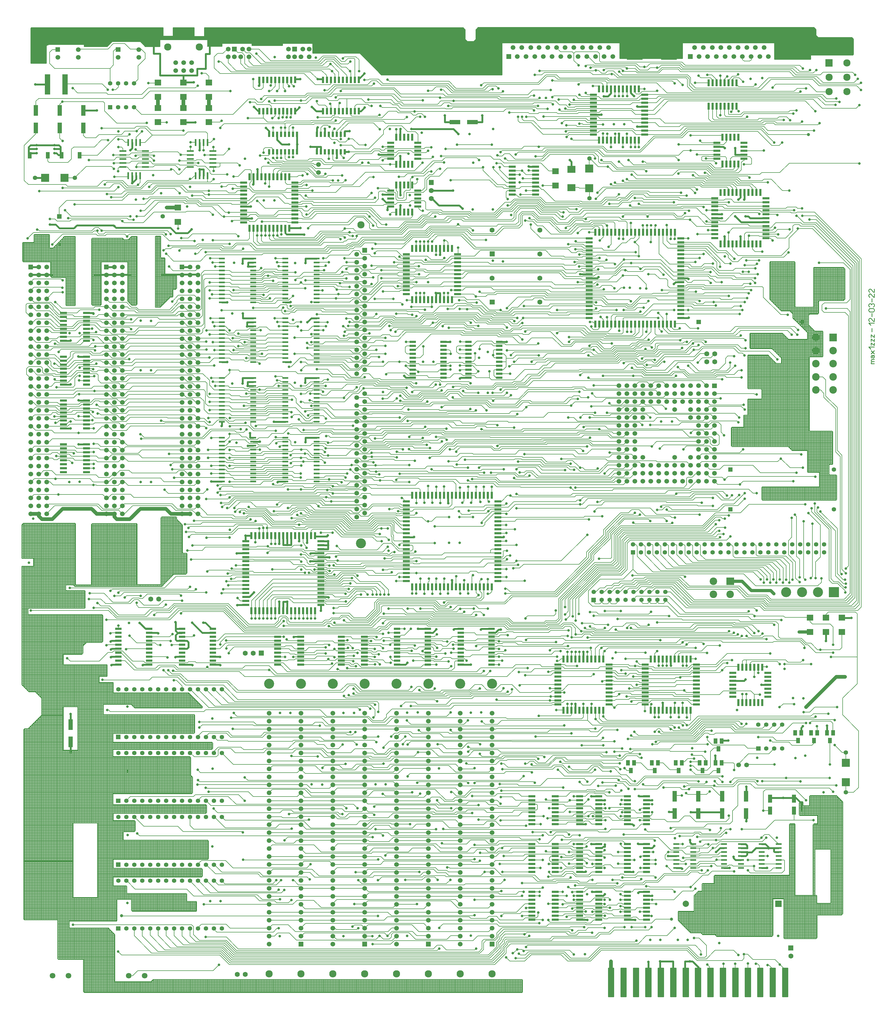
<source format=gbr>
%FSLAX34Y34*%
%MOMM*%
%LNCOPPER_TOP*%
G71*
G01*
%ADD10C,0.800*%
%ADD11C,1.000*%
%ADD12C,1.400*%
%ADD13C,1.500*%
%ADD14R,0.640X2.200*%
%ADD15R,2.200X0.640*%
%ADD16R,0.600X2.200*%
%ADD17R,2.200X0.600*%
%ADD18C,1.520*%
%ADD19C,3.200*%
%ADD20C,2.300*%
%ADD21C,3.200*%
%ADD22C,2.300*%
%ADD23C,1.600*%
%ADD24R,3.400X1.400*%
%ADD25R,1.400X3.400*%
%ADD26C,1.400*%
%ADD27R,2.200X0.700*%
%ADD28R,1.950X0.600*%
%ADD29R,1.200X1.700*%
%ADD30C,2.000*%
%ADD31R,2.600X2.600*%
%ADD32R,1.300X2.100*%
%ADD33R,2.150X0.700*%
%ADD34R,1.900X0.600*%
%ADD35R,0.700X2.200*%
%ADD36R,0.700X1.800*%
%ADD37R,0.700X2.150*%
%ADD38R,2.150X1.850*%
%ADD39C,2.400*%
%ADD40C,3.200*%
%ADD41R,1.800X6.500*%
%ADD42C,1.520*%
%ADD43C,2.100*%
%ADD44C,1.600*%
%ADD45C,1.800*%
%ADD46C,0.250*%
%ADD47C,2.300*%
%ADD48R,2.550X2.300*%
%ADD49C,0.150*%
%ADD50C,0.600*%
%ADD51C,1.200*%
%ADD52C,1.000*%
%ADD53C,0.500*%
%ADD54C,0.222*%
%LPD*%
X210344Y-554831D02*
G54D10*
D03*
X2590006Y-384969D02*
G54D11*
D03*
X1584325Y-1233884D02*
G54D10*
D03*
X398462Y-2876947D02*
G54D11*
D03*
X2153047Y-2887662D02*
G54D11*
D03*
G36*
X381144Y-2299638D02*
X395144Y-2299638D01*
X395144Y-2313638D01*
X381144Y-2313638D01*
X381144Y-2299638D01*
G37*
X413544Y-2306638D02*
G54D12*
D03*
X438944Y-2306638D02*
G54D12*
D03*
X464344Y-2306638D02*
G54D12*
D03*
X489744Y-2306638D02*
G54D12*
D03*
X515144Y-2306638D02*
G54D12*
D03*
X540544Y-2306638D02*
G54D12*
D03*
X565944Y-2306638D02*
G54D12*
D03*
X591344Y-2306638D02*
G54D12*
D03*
X616744Y-2306638D02*
G54D12*
D03*
X642144Y-2306638D02*
G54D12*
D03*
X667544Y-2306638D02*
G54D12*
D03*
X692944Y-2306638D02*
G54D12*
D03*
X718343Y-2306638D02*
G54D12*
D03*
X718344Y-2154238D02*
G54D12*
D03*
X692944Y-2154238D02*
G54D12*
D03*
X667544Y-2154238D02*
G54D12*
D03*
X642144Y-2154238D02*
G54D12*
D03*
X616744Y-2154238D02*
G54D12*
D03*
X591344Y-2154238D02*
G54D12*
D03*
X565944Y-2154238D02*
G54D12*
D03*
X540544Y-2154238D02*
G54D12*
D03*
X515144Y-2154238D02*
G54D12*
D03*
X489744Y-2154238D02*
G54D12*
D03*
X464344Y-2154238D02*
G54D12*
D03*
X438944Y-2154238D02*
G54D12*
D03*
X413544Y-2154238D02*
G54D12*
D03*
X388144Y-2154238D02*
G54D12*
D03*
G36*
X381144Y-2502854D02*
X395144Y-2502854D01*
X395144Y-2516854D01*
X381144Y-2516854D01*
X381144Y-2502854D01*
G37*
X413544Y-2509854D02*
G54D12*
D03*
X438944Y-2509854D02*
G54D12*
D03*
X464344Y-2509854D02*
G54D12*
D03*
X489744Y-2509854D02*
G54D12*
D03*
X515144Y-2509854D02*
G54D12*
D03*
X540544Y-2509854D02*
G54D12*
D03*
X565944Y-2509854D02*
G54D12*
D03*
X591344Y-2509854D02*
G54D12*
D03*
X616744Y-2509854D02*
G54D12*
D03*
X642144Y-2509854D02*
G54D12*
D03*
X667544Y-2509854D02*
G54D12*
D03*
X692944Y-2509854D02*
G54D12*
D03*
X718343Y-2509854D02*
G54D12*
D03*
X718344Y-2357454D02*
G54D12*
D03*
X692944Y-2357454D02*
G54D12*
D03*
X667544Y-2357454D02*
G54D12*
D03*
X642144Y-2357454D02*
G54D12*
D03*
X616744Y-2357454D02*
G54D12*
D03*
X591344Y-2357454D02*
G54D12*
D03*
X565944Y-2357454D02*
G54D12*
D03*
X540544Y-2357454D02*
G54D12*
D03*
X515144Y-2357454D02*
G54D12*
D03*
X489744Y-2357454D02*
G54D12*
D03*
X464344Y-2357454D02*
G54D12*
D03*
X438944Y-2357454D02*
G54D12*
D03*
X413544Y-2357454D02*
G54D12*
D03*
X388144Y-2357453D02*
G54D12*
D03*
G36*
X381144Y-2706864D02*
X395144Y-2706864D01*
X395144Y-2720864D01*
X381144Y-2720864D01*
X381144Y-2706864D01*
G37*
X413544Y-2713864D02*
G54D12*
D03*
X438944Y-2713864D02*
G54D12*
D03*
X464344Y-2713864D02*
G54D12*
D03*
X489744Y-2713864D02*
G54D12*
D03*
X515144Y-2713864D02*
G54D12*
D03*
X540544Y-2713864D02*
G54D12*
D03*
X565944Y-2713864D02*
G54D12*
D03*
X591344Y-2713864D02*
G54D12*
D03*
X616744Y-2713864D02*
G54D12*
D03*
X642144Y-2713864D02*
G54D12*
D03*
X667544Y-2713864D02*
G54D12*
D03*
X692944Y-2713864D02*
G54D12*
D03*
X718343Y-2713864D02*
G54D12*
D03*
X718344Y-2561464D02*
G54D12*
D03*
X692944Y-2561464D02*
G54D12*
D03*
X667544Y-2561464D02*
G54D12*
D03*
X642144Y-2561464D02*
G54D12*
D03*
X616744Y-2561464D02*
G54D12*
D03*
X591344Y-2561464D02*
G54D12*
D03*
X565944Y-2561464D02*
G54D12*
D03*
X540544Y-2561464D02*
G54D12*
D03*
X515144Y-2561464D02*
G54D12*
D03*
X489744Y-2561464D02*
G54D12*
D03*
X464344Y-2561464D02*
G54D12*
D03*
X438944Y-2561464D02*
G54D12*
D03*
X413544Y-2561464D02*
G54D12*
D03*
X388144Y-2561464D02*
G54D12*
D03*
G36*
X381144Y-2910476D02*
X395144Y-2910476D01*
X395144Y-2924476D01*
X381144Y-2924476D01*
X381144Y-2910476D01*
G37*
X413544Y-2917476D02*
G54D12*
D03*
X438944Y-2917476D02*
G54D12*
D03*
X464344Y-2917476D02*
G54D12*
D03*
X489744Y-2917476D02*
G54D12*
D03*
X515144Y-2917476D02*
G54D12*
D03*
X540544Y-2917476D02*
G54D12*
D03*
X565944Y-2917476D02*
G54D12*
D03*
X591344Y-2917476D02*
G54D12*
D03*
X616744Y-2917476D02*
G54D12*
D03*
X642144Y-2917476D02*
G54D12*
D03*
X667544Y-2917476D02*
G54D12*
D03*
X692944Y-2917476D02*
G54D12*
D03*
X718343Y-2917477D02*
G54D12*
D03*
X718344Y-2765076D02*
G54D12*
D03*
X692944Y-2765076D02*
G54D12*
D03*
X667544Y-2765076D02*
G54D12*
D03*
X642144Y-2765076D02*
G54D12*
D03*
X616744Y-2765076D02*
G54D12*
D03*
X591344Y-2765076D02*
G54D12*
D03*
X565944Y-2765076D02*
G54D12*
D03*
X540544Y-2765076D02*
G54D12*
D03*
X515144Y-2765076D02*
G54D12*
D03*
X489744Y-2765076D02*
G54D12*
D03*
X464344Y-2765076D02*
G54D12*
D03*
X438944Y-2765076D02*
G54D12*
D03*
X413544Y-2765076D02*
G54D12*
D03*
X388144Y-2765077D02*
G54D12*
D03*
X108744Y-1543844D02*
G54D13*
D03*
X108744Y-1518444D02*
G54D13*
D03*
X108744Y-1493044D02*
G54D13*
D03*
X108744Y-1467644D02*
G54D13*
D03*
X108744Y-1442244D02*
G54D13*
D03*
X108744Y-1416844D02*
G54D13*
D03*
X108744Y-1391444D02*
G54D13*
D03*
X108744Y-1366043D02*
G54D13*
D03*
X108744Y-1340644D02*
G54D13*
D03*
X108744Y-1315244D02*
G54D13*
D03*
X108744Y-1289844D02*
G54D13*
D03*
X108744Y-1264444D02*
G54D13*
D03*
X108744Y-1239044D02*
G54D13*
D03*
X108744Y-1213644D02*
G54D13*
D03*
X108744Y-1188244D02*
G54D13*
D03*
X108744Y-1162843D02*
G54D13*
D03*
X108744Y-1137443D02*
G54D13*
D03*
X108744Y-1112044D02*
G54D13*
D03*
X108744Y-1086643D02*
G54D13*
D03*
X108744Y-1061244D02*
G54D13*
D03*
X108744Y-1035844D02*
G54D13*
D03*
X108744Y-1010444D02*
G54D13*
D03*
X108744Y-985044D02*
G54D13*
D03*
X108744Y-959644D02*
G54D13*
D03*
X108744Y-934244D02*
G54D13*
D03*
X108744Y-908844D02*
G54D13*
D03*
X108744Y-883444D02*
G54D13*
D03*
X108744Y-858044D02*
G54D13*
D03*
X108744Y-832644D02*
G54D13*
D03*
G36*
X101244Y-814744D02*
X101244Y-799744D01*
X116244Y-799744D01*
X116244Y-814744D01*
X101244Y-814744D01*
G37*
X108744Y-1594644D02*
G54D13*
D03*
X108744Y-1569244D02*
G54D13*
D03*
X134144Y-1543844D02*
G54D13*
D03*
X134144Y-1518444D02*
G54D13*
D03*
X134144Y-1493044D02*
G54D13*
D03*
X134144Y-1467644D02*
G54D13*
D03*
X134144Y-1442244D02*
G54D13*
D03*
X134144Y-1416844D02*
G54D13*
D03*
X134144Y-1391444D02*
G54D13*
D03*
X134144Y-1366044D02*
G54D13*
D03*
X134144Y-1340644D02*
G54D13*
D03*
X134144Y-1315244D02*
G54D13*
D03*
X134144Y-1289844D02*
G54D13*
D03*
X134144Y-1264444D02*
G54D13*
D03*
X134144Y-1239044D02*
G54D13*
D03*
X134144Y-1213643D02*
G54D13*
D03*
X134144Y-1188243D02*
G54D13*
D03*
X134144Y-1162843D02*
G54D13*
D03*
X134144Y-1137443D02*
G54D13*
D03*
X134144Y-1112043D02*
G54D13*
D03*
X134144Y-1086643D02*
G54D13*
D03*
X134144Y-1061244D02*
G54D13*
D03*
X134144Y-1035844D02*
G54D13*
D03*
X134144Y-1010444D02*
G54D13*
D03*
X134144Y-985044D02*
G54D13*
D03*
X134144Y-959644D02*
G54D13*
D03*
X134144Y-934244D02*
G54D13*
D03*
X134144Y-908844D02*
G54D13*
D03*
X134144Y-883444D02*
G54D13*
D03*
X134144Y-858044D02*
G54D13*
D03*
X134144Y-832644D02*
G54D13*
D03*
X134144Y-807244D02*
G54D13*
D03*
X134144Y-1594644D02*
G54D13*
D03*
X134144Y-1569244D02*
G54D13*
D03*
X159544Y-1543844D02*
G54D13*
D03*
X159544Y-1518444D02*
G54D13*
D03*
X159544Y-1493044D02*
G54D13*
D03*
X159544Y-1467644D02*
G54D13*
D03*
X159544Y-1442244D02*
G54D13*
D03*
X159544Y-1416844D02*
G54D13*
D03*
X159544Y-1391444D02*
G54D13*
D03*
X159544Y-1366044D02*
G54D13*
D03*
X159544Y-1340644D02*
G54D13*
D03*
X159544Y-1315244D02*
G54D13*
D03*
X159544Y-1289844D02*
G54D13*
D03*
X159544Y-1264444D02*
G54D13*
D03*
X159544Y-1239044D02*
G54D13*
D03*
X159544Y-1213644D02*
G54D13*
D03*
X159544Y-1188244D02*
G54D13*
D03*
X159544Y-1162843D02*
G54D13*
D03*
X159544Y-1137443D02*
G54D13*
D03*
X159544Y-1112044D02*
G54D13*
D03*
X159544Y-1086643D02*
G54D13*
D03*
X159544Y-1061244D02*
G54D13*
D03*
X159544Y-1035844D02*
G54D13*
D03*
X159544Y-1010444D02*
G54D13*
D03*
X159544Y-985044D02*
G54D13*
D03*
X159544Y-959644D02*
G54D13*
D03*
X159544Y-934244D02*
G54D13*
D03*
X159544Y-908844D02*
G54D13*
D03*
X159544Y-883444D02*
G54D13*
D03*
X159544Y-858044D02*
G54D13*
D03*
X159544Y-832644D02*
G54D13*
D03*
X159544Y-807244D02*
G54D13*
D03*
X159544Y-1594644D02*
G54D13*
D03*
X159544Y-1569244D02*
G54D13*
D03*
X350044Y-1543844D02*
G54D13*
D03*
X350044Y-1518444D02*
G54D13*
D03*
X350044Y-1493044D02*
G54D13*
D03*
X350044Y-1467644D02*
G54D13*
D03*
X350044Y-1442244D02*
G54D13*
D03*
X350044Y-1416844D02*
G54D13*
D03*
X350044Y-1391444D02*
G54D13*
D03*
X350044Y-1366043D02*
G54D13*
D03*
X350044Y-1340644D02*
G54D13*
D03*
X350044Y-1315244D02*
G54D13*
D03*
X350044Y-1289844D02*
G54D13*
D03*
X350044Y-1264444D02*
G54D13*
D03*
X350044Y-1239044D02*
G54D13*
D03*
X350044Y-1213644D02*
G54D13*
D03*
X350044Y-1188244D02*
G54D13*
D03*
X350044Y-1162843D02*
G54D13*
D03*
X350044Y-1137443D02*
G54D13*
D03*
X350044Y-1112044D02*
G54D13*
D03*
X350044Y-1086643D02*
G54D13*
D03*
X350044Y-1061244D02*
G54D13*
D03*
X350044Y-1035844D02*
G54D13*
D03*
X350044Y-1010444D02*
G54D13*
D03*
X350044Y-985044D02*
G54D13*
D03*
X350044Y-959644D02*
G54D13*
D03*
X350044Y-934244D02*
G54D13*
D03*
X350044Y-908844D02*
G54D13*
D03*
X350044Y-883444D02*
G54D13*
D03*
X350044Y-858044D02*
G54D13*
D03*
X350044Y-832644D02*
G54D13*
D03*
G36*
X342544Y-814744D02*
X342544Y-799744D01*
X357544Y-799744D01*
X357544Y-814744D01*
X342544Y-814744D01*
G37*
X350044Y-1594644D02*
G54D13*
D03*
X350044Y-1569244D02*
G54D13*
D03*
X375444Y-1543844D02*
G54D13*
D03*
X375444Y-1518444D02*
G54D13*
D03*
X375444Y-1493044D02*
G54D13*
D03*
X375444Y-1467644D02*
G54D13*
D03*
X375444Y-1442244D02*
G54D13*
D03*
X375444Y-1416844D02*
G54D13*
D03*
X375444Y-1391444D02*
G54D13*
D03*
X375444Y-1366044D02*
G54D13*
D03*
X375444Y-1340644D02*
G54D13*
D03*
X375444Y-1315244D02*
G54D13*
D03*
X375444Y-1289844D02*
G54D13*
D03*
X375444Y-1264444D02*
G54D13*
D03*
X375444Y-1239044D02*
G54D13*
D03*
X375444Y-1213643D02*
G54D13*
D03*
X375444Y-1188243D02*
G54D13*
D03*
X375444Y-1162843D02*
G54D13*
D03*
X375444Y-1137443D02*
G54D13*
D03*
X375444Y-1112043D02*
G54D13*
D03*
X375444Y-1086643D02*
G54D13*
D03*
X375444Y-1061244D02*
G54D13*
D03*
X375444Y-1035844D02*
G54D13*
D03*
X375444Y-1010444D02*
G54D13*
D03*
X375444Y-985044D02*
G54D13*
D03*
X375444Y-959644D02*
G54D13*
D03*
X375444Y-934244D02*
G54D13*
D03*
X375444Y-908844D02*
G54D13*
D03*
X375444Y-883444D02*
G54D13*
D03*
X375444Y-858044D02*
G54D13*
D03*
X375444Y-832644D02*
G54D13*
D03*
X375444Y-807244D02*
G54D13*
D03*
X375444Y-1594644D02*
G54D13*
D03*
X375444Y-1569244D02*
G54D13*
D03*
X400844Y-1543844D02*
G54D13*
D03*
X400844Y-1518444D02*
G54D13*
D03*
X400844Y-1493044D02*
G54D13*
D03*
X400844Y-1467644D02*
G54D13*
D03*
X400844Y-1442244D02*
G54D13*
D03*
X400844Y-1416844D02*
G54D13*
D03*
X400844Y-1391444D02*
G54D13*
D03*
X400844Y-1366044D02*
G54D13*
D03*
X400844Y-1340644D02*
G54D13*
D03*
X400844Y-1315244D02*
G54D13*
D03*
X400844Y-1289844D02*
G54D13*
D03*
X400844Y-1264444D02*
G54D13*
D03*
X400844Y-1239044D02*
G54D13*
D03*
X400844Y-1213644D02*
G54D13*
D03*
X400844Y-1188244D02*
G54D13*
D03*
X400844Y-1162843D02*
G54D13*
D03*
X400844Y-1137443D02*
G54D13*
D03*
X400844Y-1112044D02*
G54D13*
D03*
X400844Y-1086643D02*
G54D13*
D03*
X400844Y-1061244D02*
G54D13*
D03*
X400844Y-1035844D02*
G54D13*
D03*
X400844Y-1010444D02*
G54D13*
D03*
X400844Y-985044D02*
G54D13*
D03*
X400844Y-959644D02*
G54D13*
D03*
X400844Y-934244D02*
G54D13*
D03*
X400844Y-908844D02*
G54D13*
D03*
X400844Y-883444D02*
G54D13*
D03*
X400844Y-858044D02*
G54D13*
D03*
X400844Y-832644D02*
G54D13*
D03*
X400844Y-807244D02*
G54D13*
D03*
X400844Y-1594644D02*
G54D13*
D03*
X400844Y-1569244D02*
G54D13*
D03*
X591344Y-1543844D02*
G54D13*
D03*
X591344Y-1518444D02*
G54D13*
D03*
X591344Y-1493044D02*
G54D13*
D03*
X591344Y-1467644D02*
G54D13*
D03*
X591344Y-1442244D02*
G54D13*
D03*
X591344Y-1416844D02*
G54D13*
D03*
X591344Y-1391444D02*
G54D13*
D03*
X591344Y-1366043D02*
G54D13*
D03*
X591344Y-1340644D02*
G54D13*
D03*
X591344Y-1315244D02*
G54D13*
D03*
X591344Y-1289844D02*
G54D13*
D03*
X591344Y-1264444D02*
G54D13*
D03*
X591344Y-1239044D02*
G54D13*
D03*
X591344Y-1213644D02*
G54D13*
D03*
X591344Y-1188244D02*
G54D13*
D03*
X591344Y-1162843D02*
G54D13*
D03*
X591344Y-1137443D02*
G54D13*
D03*
X591344Y-1112044D02*
G54D13*
D03*
X591344Y-1086643D02*
G54D13*
D03*
X591344Y-1061244D02*
G54D13*
D03*
X591344Y-1035844D02*
G54D13*
D03*
X591344Y-1010444D02*
G54D13*
D03*
X591344Y-985044D02*
G54D13*
D03*
X591344Y-959644D02*
G54D13*
D03*
X591344Y-934244D02*
G54D13*
D03*
X591344Y-908844D02*
G54D13*
D03*
X591344Y-883444D02*
G54D13*
D03*
X591344Y-858044D02*
G54D13*
D03*
X591344Y-832644D02*
G54D13*
D03*
G36*
X583844Y-814744D02*
X583844Y-799744D01*
X598844Y-799744D01*
X598844Y-814744D01*
X583844Y-814744D01*
G37*
X591344Y-1594644D02*
G54D13*
D03*
X591344Y-1569244D02*
G54D13*
D03*
X616744Y-1543844D02*
G54D13*
D03*
X616744Y-1518444D02*
G54D13*
D03*
X616744Y-1493044D02*
G54D13*
D03*
X616744Y-1467644D02*
G54D13*
D03*
X616744Y-1442244D02*
G54D13*
D03*
X616744Y-1416844D02*
G54D13*
D03*
X616744Y-1391444D02*
G54D13*
D03*
X616744Y-1366044D02*
G54D13*
D03*
X616744Y-1340644D02*
G54D13*
D03*
X616744Y-1315244D02*
G54D13*
D03*
X616744Y-1289844D02*
G54D13*
D03*
X616744Y-1264444D02*
G54D13*
D03*
X616744Y-1239044D02*
G54D13*
D03*
X616744Y-1213643D02*
G54D13*
D03*
X616744Y-1188243D02*
G54D13*
D03*
X616744Y-1162843D02*
G54D13*
D03*
X616744Y-1137443D02*
G54D13*
D03*
X616744Y-1112043D02*
G54D13*
D03*
X616744Y-1086643D02*
G54D13*
D03*
X616744Y-1061244D02*
G54D13*
D03*
X616744Y-1035844D02*
G54D13*
D03*
X616744Y-1010444D02*
G54D13*
D03*
X616744Y-985044D02*
G54D13*
D03*
X616744Y-959644D02*
G54D13*
D03*
X616744Y-934244D02*
G54D13*
D03*
X616744Y-908844D02*
G54D13*
D03*
X616744Y-883444D02*
G54D13*
D03*
X616744Y-858044D02*
G54D13*
D03*
X616744Y-832644D02*
G54D13*
D03*
X616744Y-807244D02*
G54D13*
D03*
X616744Y-1594644D02*
G54D13*
D03*
X616744Y-1569244D02*
G54D13*
D03*
X642144Y-1543844D02*
G54D13*
D03*
X642144Y-1518444D02*
G54D13*
D03*
X642144Y-1493044D02*
G54D13*
D03*
X642144Y-1467644D02*
G54D13*
D03*
X642144Y-1442244D02*
G54D13*
D03*
X642144Y-1416844D02*
G54D13*
D03*
X642144Y-1391444D02*
G54D13*
D03*
X642144Y-1366044D02*
G54D13*
D03*
X642144Y-1340644D02*
G54D13*
D03*
X642144Y-1315244D02*
G54D13*
D03*
X642144Y-1289844D02*
G54D13*
D03*
X642144Y-1264444D02*
G54D13*
D03*
X642144Y-1239044D02*
G54D13*
D03*
X642144Y-1213644D02*
G54D13*
D03*
X642144Y-1188244D02*
G54D13*
D03*
X642144Y-1162843D02*
G54D13*
D03*
X642144Y-1137443D02*
G54D13*
D03*
X642144Y-1112044D02*
G54D13*
D03*
X642144Y-1086643D02*
G54D13*
D03*
X642144Y-1061244D02*
G54D13*
D03*
X642144Y-1035844D02*
G54D13*
D03*
X642144Y-1010444D02*
G54D13*
D03*
X642144Y-985044D02*
G54D13*
D03*
X642144Y-959644D02*
G54D13*
D03*
X642144Y-934244D02*
G54D13*
D03*
X642144Y-908844D02*
G54D13*
D03*
X642144Y-883444D02*
G54D13*
D03*
X642144Y-858044D02*
G54D13*
D03*
X642144Y-832644D02*
G54D13*
D03*
X642144Y-807244D02*
G54D13*
D03*
X642144Y-1594644D02*
G54D13*
D03*
X642144Y-1569244D02*
G54D13*
D03*
X869950Y-683496D02*
G54D14*
D03*
X882650Y-683496D02*
G54D14*
D03*
X895350Y-683496D02*
G54D14*
D03*
X908050Y-683496D02*
G54D14*
D03*
X920751Y-683496D02*
G54D14*
D03*
X933451Y-683496D02*
G54D14*
D03*
X951745Y-665201D02*
G54D15*
D03*
X951745Y-652500D02*
G54D15*
D03*
X951745Y-639800D02*
G54D15*
D03*
X951745Y-627100D02*
G54D15*
D03*
X951745Y-614400D02*
G54D15*
D03*
X951745Y-601700D02*
G54D15*
D03*
X951745Y-589000D02*
G54D15*
D03*
X951745Y-576300D02*
G54D15*
D03*
X951745Y-563600D02*
G54D15*
D03*
X951745Y-550900D02*
G54D15*
D03*
X951745Y-538200D02*
G54D15*
D03*
X933451Y-519906D02*
G54D14*
D03*
X920751Y-519906D02*
G54D14*
D03*
X908050Y-519906D02*
G54D14*
D03*
X895350Y-519906D02*
G54D14*
D03*
X882650Y-519906D02*
G54D14*
D03*
X869950Y-519906D02*
G54D14*
D03*
X857250Y-519906D02*
G54D14*
D03*
X844550Y-519906D02*
G54D14*
D03*
X831850Y-519906D02*
G54D14*
D03*
X819150Y-519906D02*
G54D14*
D03*
X806450Y-519906D02*
G54D14*
D03*
X788156Y-538200D02*
G54D15*
D03*
X788156Y-550900D02*
G54D15*
D03*
X788156Y-563600D02*
G54D15*
D03*
X788156Y-576300D02*
G54D15*
D03*
X788156Y-589000D02*
G54D15*
D03*
X788156Y-601700D02*
G54D15*
D03*
X788156Y-614400D02*
G54D15*
D03*
X788156Y-627100D02*
G54D15*
D03*
X788156Y-639800D02*
G54D15*
D03*
X788156Y-652500D02*
G54D15*
D03*
X788156Y-665201D02*
G54D15*
D03*
X806450Y-683496D02*
G54D14*
D03*
X819150Y-683496D02*
G54D14*
D03*
X831850Y-683496D02*
G54D14*
D03*
X844550Y-683496D02*
G54D14*
D03*
X857250Y-683496D02*
G54D14*
D03*
X647600Y-409972D02*
G54D16*
D03*
X635000Y-409972D02*
G54D16*
D03*
X618000Y-437572D02*
G54D17*
D03*
X618000Y-450272D02*
G54D17*
D03*
X618000Y-462972D02*
G54D17*
D03*
X618000Y-475672D02*
G54D17*
D03*
X618000Y-488372D02*
G54D17*
D03*
X635000Y-515972D02*
G54D16*
D03*
X647600Y-515972D02*
G54D16*
D03*
X660400Y-515972D02*
G54D16*
D03*
X673000Y-515972D02*
G54D16*
D03*
X690000Y-488372D02*
G54D17*
D03*
X690000Y-475672D02*
G54D17*
D03*
X690000Y-462972D02*
G54D17*
D03*
X690000Y-450272D02*
G54D17*
D03*
X690000Y-437572D02*
G54D17*
D03*
X673000Y-409972D02*
G54D16*
D03*
X660400Y-409972D02*
G54D16*
D03*
X432494Y-409972D02*
G54D16*
D03*
X419894Y-409972D02*
G54D16*
D03*
X402894Y-437572D02*
G54D17*
D03*
X402894Y-450272D02*
G54D17*
D03*
X402894Y-462972D02*
G54D17*
D03*
X402894Y-475672D02*
G54D17*
D03*
X402894Y-488372D02*
G54D17*
D03*
X419894Y-515972D02*
G54D16*
D03*
X432494Y-515972D02*
G54D16*
D03*
X445294Y-515972D02*
G54D16*
D03*
X457894Y-515972D02*
G54D16*
D03*
X474894Y-488372D02*
G54D17*
D03*
X474894Y-475672D02*
G54D17*
D03*
X474894Y-462972D02*
G54D17*
D03*
X474894Y-450272D02*
G54D17*
D03*
X474894Y-437572D02*
G54D17*
D03*
X457894Y-409972D02*
G54D16*
D03*
X445294Y-409972D02*
G54D16*
D03*
X1470858Y-829904D02*
G54D15*
D03*
X1470858Y-817204D02*
G54D15*
D03*
X1470858Y-804504D02*
G54D15*
D03*
X1470858Y-791804D02*
G54D15*
D03*
X1470858Y-779103D02*
G54D15*
D03*
X1470858Y-766403D02*
G54D15*
D03*
X1452563Y-748110D02*
G54D14*
D03*
X1439862Y-748110D02*
G54D14*
D03*
X1427162Y-748110D02*
G54D14*
D03*
X1414462Y-748110D02*
G54D14*
D03*
X1401762Y-748110D02*
G54D14*
D03*
X1389062Y-748110D02*
G54D14*
D03*
X1376362Y-748110D02*
G54D14*
D03*
X1363662Y-748110D02*
G54D14*
D03*
X1350962Y-748110D02*
G54D14*
D03*
X1338262Y-748110D02*
G54D14*
D03*
X1325562Y-748110D02*
G54D14*
D03*
X1307268Y-766403D02*
G54D15*
D03*
X1307268Y-779103D02*
G54D15*
D03*
X1307268Y-791804D02*
G54D15*
D03*
X1307268Y-804504D02*
G54D15*
D03*
X1307268Y-817204D02*
G54D15*
D03*
X1307268Y-829904D02*
G54D15*
D03*
X1307268Y-842604D02*
G54D15*
D03*
X1307268Y-855304D02*
G54D15*
D03*
X1307268Y-868004D02*
G54D15*
D03*
X1307268Y-880704D02*
G54D15*
D03*
X1307268Y-893404D02*
G54D15*
D03*
X1325562Y-911698D02*
G54D14*
D03*
X1338262Y-911698D02*
G54D14*
D03*
X1350962Y-911698D02*
G54D14*
D03*
X1363662Y-911698D02*
G54D14*
D03*
X1376362Y-911698D02*
G54D14*
D03*
X1389062Y-911698D02*
G54D14*
D03*
X1401762Y-911698D02*
G54D14*
D03*
X1414462Y-911698D02*
G54D14*
D03*
X1427162Y-911698D02*
G54D14*
D03*
X1439862Y-911698D02*
G54D14*
D03*
X1452563Y-911698D02*
G54D14*
D03*
X1470858Y-893404D02*
G54D15*
D03*
X1470858Y-880704D02*
G54D15*
D03*
X1470858Y-868004D02*
G54D15*
D03*
X1470858Y-855304D02*
G54D15*
D03*
X1470858Y-842604D02*
G54D15*
D03*
X1985566Y-239315D02*
G54D14*
D03*
X1972867Y-239315D02*
G54D14*
D03*
X1960167Y-239315D02*
G54D14*
D03*
X1947466Y-239315D02*
G54D14*
D03*
X1934766Y-239316D02*
G54D14*
D03*
X1922066Y-239316D02*
G54D14*
D03*
X1903772Y-257610D02*
G54D15*
D03*
X1903772Y-270311D02*
G54D15*
D03*
X1903772Y-283011D02*
G54D15*
D03*
X1903772Y-295711D02*
G54D15*
D03*
X1903772Y-308410D02*
G54D15*
D03*
X1903772Y-321111D02*
G54D15*
D03*
X1903772Y-333811D02*
G54D15*
D03*
X1903772Y-346511D02*
G54D15*
D03*
X1903772Y-359211D02*
G54D15*
D03*
X1903772Y-371911D02*
G54D15*
D03*
X1903772Y-384611D02*
G54D15*
D03*
X1922066Y-402905D02*
G54D14*
D03*
X1934766Y-402904D02*
G54D14*
D03*
X1947466Y-402904D02*
G54D14*
D03*
X1960167Y-402904D02*
G54D14*
D03*
X1972867Y-402904D02*
G54D14*
D03*
X1985566Y-402904D02*
G54D14*
D03*
X1998266Y-402904D02*
G54D14*
D03*
X2010966Y-402904D02*
G54D14*
D03*
X2023666Y-402904D02*
G54D14*
D03*
X2036367Y-402905D02*
G54D14*
D03*
X2049067Y-402904D02*
G54D14*
D03*
X2067360Y-384611D02*
G54D15*
D03*
X2067360Y-371911D02*
G54D15*
D03*
X2067360Y-359211D02*
G54D15*
D03*
X2067360Y-346511D02*
G54D15*
D03*
X2067360Y-333811D02*
G54D15*
D03*
X2067360Y-321111D02*
G54D15*
D03*
X2067360Y-308411D02*
G54D15*
D03*
X2067360Y-295711D02*
G54D15*
D03*
X2067360Y-283011D02*
G54D15*
D03*
X2067360Y-270311D02*
G54D15*
D03*
X2067360Y-257610D02*
G54D15*
D03*
X2049067Y-239316D02*
G54D14*
D03*
X2036366Y-239315D02*
G54D14*
D03*
X2023667Y-239315D02*
G54D14*
D03*
X2010966Y-239315D02*
G54D14*
D03*
X1998266Y-239315D02*
G54D14*
D03*
X2454711Y-651708D02*
G54D15*
D03*
X2454710Y-639008D02*
G54D15*
D03*
X2454710Y-626308D02*
G54D15*
D03*
X2454711Y-613607D02*
G54D15*
D03*
X2454710Y-600907D02*
G54D15*
D03*
X2454710Y-588206D02*
G54D15*
D03*
X2436415Y-569913D02*
G54D14*
D03*
X2423714Y-569913D02*
G54D14*
D03*
X2411015Y-569913D02*
G54D14*
D03*
X2398315Y-569912D02*
G54D14*
D03*
X2385615Y-569912D02*
G54D14*
D03*
X2372915Y-569912D02*
G54D14*
D03*
X2360215Y-569913D02*
G54D14*
D03*
X2347515Y-569913D02*
G54D14*
D03*
X2334815Y-569913D02*
G54D14*
D03*
X2322114Y-569913D02*
G54D14*
D03*
G36*
X2306214Y-558913D02*
X2312614Y-558913D01*
X2312616Y-580913D01*
X2306216Y-580913D01*
X2306214Y-558913D01*
G37*
X2291121Y-588207D02*
G54D15*
D03*
X2291121Y-600906D02*
G54D15*
D03*
X2291121Y-613607D02*
G54D15*
D03*
X2291121Y-626308D02*
G54D15*
D03*
X2291121Y-639008D02*
G54D15*
D03*
X2291121Y-651708D02*
G54D15*
D03*
X2291121Y-664408D02*
G54D15*
D03*
X2291121Y-677108D02*
G54D15*
D03*
X2291121Y-689808D02*
G54D15*
D03*
X2291121Y-702508D02*
G54D15*
D03*
X2291121Y-715208D02*
G54D15*
D03*
X2309415Y-733502D02*
G54D14*
D03*
X2322115Y-733502D02*
G54D14*
D03*
X2334815Y-733502D02*
G54D14*
D03*
X2347514Y-733502D02*
G54D14*
D03*
G36*
X2357013Y-722502D02*
X2363413Y-722502D01*
X2363416Y-744502D01*
X2357016Y-744502D01*
X2357013Y-722502D01*
G37*
G36*
X2369713Y-722502D02*
X2376113Y-722502D01*
X2376116Y-744502D01*
X2369716Y-744502D01*
X2369713Y-722502D01*
G37*
G36*
X2382413Y-722502D02*
X2388813Y-722502D01*
X2388816Y-744502D01*
X2382416Y-744502D01*
X2382413Y-722502D01*
G37*
G36*
X2395113Y-722502D02*
X2401513Y-722502D01*
X2401517Y-744502D01*
X2395117Y-744502D01*
X2395113Y-722502D01*
G37*
X2411015Y-733502D02*
G54D14*
D03*
X2423715Y-733502D02*
G54D14*
D03*
G36*
X2433214Y-722502D02*
X2439614Y-722500D01*
X2439617Y-744500D01*
X2433217Y-744502D01*
X2433214Y-722502D01*
G37*
X2454710Y-715208D02*
G54D15*
D03*
X2454710Y-702508D02*
G54D15*
D03*
X2454711Y-689808D02*
G54D15*
D03*
X2454711Y-677108D02*
G54D15*
D03*
X2454710Y-664408D02*
G54D15*
D03*
X2297906Y-436166D02*
G54D15*
D03*
X2297906Y-448866D02*
G54D15*
D03*
X2297906Y-461566D02*
G54D15*
D03*
X2315506Y-479166D02*
G54D14*
D03*
X2328206Y-479166D02*
G54D14*
D03*
X2340906Y-479166D02*
G54D14*
D03*
X2353606Y-479166D02*
G54D14*
D03*
X2366306Y-479166D02*
G54D14*
D03*
X2383906Y-461566D02*
G54D15*
D03*
X2383906Y-448866D02*
G54D15*
D03*
X2383906Y-436166D02*
G54D15*
D03*
X2383906Y-423466D02*
G54D15*
D03*
X2383906Y-410766D02*
G54D15*
D03*
X2366306Y-393166D02*
G54D14*
D03*
X2353606Y-393166D02*
G54D14*
D03*
X2340906Y-393166D02*
G54D14*
D03*
X2328206Y-393166D02*
G54D14*
D03*
X2315506Y-393166D02*
G54D14*
D03*
X2297906Y-410766D02*
G54D15*
D03*
X2297906Y-423466D02*
G54D15*
D03*
X1300560Y-546100D02*
G54D14*
D03*
X1287860Y-546100D02*
G54D14*
D03*
X1275160Y-546100D02*
G54D14*
D03*
X1257560Y-563700D02*
G54D15*
D03*
X1257560Y-576400D02*
G54D15*
D03*
X1257560Y-589100D02*
G54D15*
D03*
X1257560Y-601800D02*
G54D15*
D03*
X1257560Y-614500D02*
G54D15*
D03*
X1275160Y-632100D02*
G54D14*
D03*
X1287860Y-632100D02*
G54D14*
D03*
X1300560Y-632100D02*
G54D14*
D03*
X1313260Y-632100D02*
G54D14*
D03*
X1325960Y-632100D02*
G54D14*
D03*
X1343560Y-614500D02*
G54D15*
D03*
X1343560Y-601800D02*
G54D15*
D03*
X1343560Y-589100D02*
G54D15*
D03*
X1343560Y-576400D02*
G54D15*
D03*
X1343560Y-563700D02*
G54D15*
D03*
X1325960Y-546100D02*
G54D14*
D03*
X1313260Y-546100D02*
G54D14*
D03*
X1300560Y-393700D02*
G54D14*
D03*
X1287860Y-393700D02*
G54D14*
D03*
X1275160Y-393700D02*
G54D14*
D03*
X1257560Y-411300D02*
G54D15*
D03*
X1257560Y-424000D02*
G54D15*
D03*
X1257560Y-436700D02*
G54D15*
D03*
X1257560Y-449400D02*
G54D15*
D03*
X1257560Y-462100D02*
G54D15*
D03*
X1275160Y-479700D02*
G54D14*
D03*
X1287860Y-479700D02*
G54D14*
D03*
X1300560Y-479700D02*
G54D14*
D03*
X1313260Y-479700D02*
G54D14*
D03*
X1325960Y-479700D02*
G54D14*
D03*
X1343560Y-462100D02*
G54D15*
D03*
X1343560Y-449400D02*
G54D15*
D03*
X1343560Y-436700D02*
G54D15*
D03*
X1343560Y-424000D02*
G54D15*
D03*
X1343560Y-411300D02*
G54D15*
D03*
X1325960Y-393700D02*
G54D14*
D03*
X1313260Y-393700D02*
G54D14*
D03*
X1872061Y-2057797D02*
G54D14*
D03*
X1859361Y-2057797D02*
G54D14*
D03*
X1846660Y-2057797D02*
G54D14*
D03*
X1833960Y-2057797D02*
G54D14*
D03*
X1821259Y-2057797D02*
G54D14*
D03*
X1808559Y-2057797D02*
G54D14*
D03*
X1790266Y-2076092D02*
G54D15*
D03*
X1790266Y-2088793D02*
G54D15*
D03*
X1790266Y-2101492D02*
G54D15*
D03*
X1790266Y-2114192D02*
G54D15*
D03*
X1790266Y-2126892D02*
G54D15*
D03*
X1790266Y-2139592D02*
G54D15*
D03*
X1790266Y-2152292D02*
G54D15*
D03*
X1790266Y-2164992D02*
G54D15*
D03*
X1790266Y-2177692D02*
G54D15*
D03*
X1790266Y-2190392D02*
G54D15*
D03*
X1790266Y-2203092D02*
G54D15*
D03*
X1808560Y-2221386D02*
G54D14*
D03*
X1821259Y-2221386D02*
G54D14*
D03*
X1833960Y-2221386D02*
G54D14*
D03*
X1846660Y-2221386D02*
G54D14*
D03*
X1859360Y-2221386D02*
G54D14*
D03*
X1872061Y-2221386D02*
G54D14*
D03*
X1884761Y-2221386D02*
G54D14*
D03*
X1897461Y-2221386D02*
G54D14*
D03*
X1910160Y-2221386D02*
G54D14*
D03*
X1922861Y-2221386D02*
G54D14*
D03*
X1935561Y-2221386D02*
G54D14*
D03*
X1953854Y-2203092D02*
G54D15*
D03*
X1953854Y-2190392D02*
G54D15*
D03*
X1953854Y-2177692D02*
G54D15*
D03*
X1953854Y-2164992D02*
G54D15*
D03*
X1953854Y-2152292D02*
G54D15*
D03*
X1953854Y-2139592D02*
G54D15*
D03*
X1953854Y-2126892D02*
G54D15*
D03*
X1953854Y-2114192D02*
G54D15*
D03*
X1953854Y-2101492D02*
G54D15*
D03*
X1953854Y-2088793D02*
G54D15*
D03*
X1953854Y-2076092D02*
G54D15*
D03*
X1935560Y-2057797D02*
G54D14*
D03*
X1922860Y-2057797D02*
G54D14*
D03*
X1910160Y-2057797D02*
G54D14*
D03*
X1897460Y-2057797D02*
G54D14*
D03*
X1884760Y-2057797D02*
G54D14*
D03*
X2150666Y-2057797D02*
G54D14*
D03*
X2137967Y-2057797D02*
G54D14*
D03*
X2125266Y-2057797D02*
G54D14*
D03*
X2112566Y-2057796D02*
G54D14*
D03*
X2099865Y-2057797D02*
G54D14*
D03*
X2087166Y-2057797D02*
G54D14*
D03*
X2068872Y-2076092D02*
G54D15*
D03*
X2068872Y-2088791D02*
G54D15*
D03*
X2068872Y-2101492D02*
G54D15*
D03*
X2068872Y-2114192D02*
G54D15*
D03*
X2068872Y-2126892D02*
G54D15*
D03*
X2068872Y-2139592D02*
G54D15*
D03*
X2068872Y-2152292D02*
G54D15*
D03*
X2068872Y-2164992D02*
G54D15*
D03*
X2068872Y-2177692D02*
G54D15*
D03*
X2068872Y-2190392D02*
G54D15*
D03*
X2068872Y-2203092D02*
G54D15*
D03*
X2087166Y-2221386D02*
G54D14*
D03*
X2099865Y-2221386D02*
G54D14*
D03*
X2112566Y-2221386D02*
G54D14*
D03*
X2125267Y-2221386D02*
G54D14*
D03*
X2137967Y-2221386D02*
G54D14*
D03*
X2150667Y-2221386D02*
G54D14*
D03*
X2163367Y-2221386D02*
G54D14*
D03*
X2176067Y-2221386D02*
G54D14*
D03*
X2188766Y-2221386D02*
G54D14*
D03*
X2201467Y-2221386D02*
G54D14*
D03*
X2214168Y-2221386D02*
G54D14*
D03*
X2232462Y-2203092D02*
G54D15*
D03*
X2232462Y-2190392D02*
G54D15*
D03*
X2232463Y-2177692D02*
G54D15*
D03*
X2232462Y-2164992D02*
G54D15*
D03*
X2232462Y-2152292D02*
G54D15*
D03*
X2232462Y-2139592D02*
G54D15*
D03*
X2232462Y-2126892D02*
G54D15*
D03*
X2232462Y-2114192D02*
G54D15*
D03*
X2232462Y-2101492D02*
G54D15*
D03*
X2232462Y-2088791D02*
G54D15*
D03*
X2232462Y-2076092D02*
G54D15*
D03*
X2214167Y-2057797D02*
G54D14*
D03*
X2201466Y-2057797D02*
G54D14*
D03*
X2188766Y-2057797D02*
G54D14*
D03*
X2176067Y-2057797D02*
G54D14*
D03*
X2163366Y-2057797D02*
G54D14*
D03*
X2404666Y-2084386D02*
G54D14*
D03*
X2391966Y-2084386D02*
G54D14*
D03*
X2379266Y-2084386D02*
G54D14*
D03*
X2366566Y-2084386D02*
G54D14*
D03*
X2348666Y-2102285D02*
G54D15*
D03*
X2348666Y-2114985D02*
G54D15*
D03*
X2348666Y-2127685D02*
G54D15*
D03*
X2348666Y-2140385D02*
G54D15*
D03*
X2348666Y-2153085D02*
G54D15*
D03*
X2348666Y-2165785D02*
G54D15*
D03*
X2348666Y-2178485D02*
G54D15*
D03*
X2366566Y-2196385D02*
G54D14*
D03*
X2379266Y-2196385D02*
G54D14*
D03*
X2391966Y-2196385D02*
G54D14*
D03*
X2404666Y-2196385D02*
G54D14*
D03*
X2417366Y-2196385D02*
G54D14*
D03*
X2430066Y-2196385D02*
G54D14*
D03*
X2442766Y-2196385D02*
G54D14*
D03*
X2460666Y-2178485D02*
G54D15*
D03*
X2460666Y-2165785D02*
G54D15*
D03*
X2460666Y-2153085D02*
G54D15*
D03*
X2460666Y-2140385D02*
G54D15*
D03*
X2460666Y-2127685D02*
G54D15*
D03*
X2460666Y-2114985D02*
G54D15*
D03*
X2460666Y-2102285D02*
G54D15*
D03*
X2442766Y-2084386D02*
G54D14*
D03*
X2430066Y-2084386D02*
G54D14*
D03*
X2417366Y-2084386D02*
G54D14*
D03*
X1452960Y-1827890D02*
G54D14*
D03*
X1465660Y-1827890D02*
G54D14*
D03*
X1478360Y-1827890D02*
G54D14*
D03*
X1491060Y-1827890D02*
G54D14*
D03*
X1503760Y-1827890D02*
G54D14*
D03*
X1516460Y-1827890D02*
G54D14*
D03*
X1529160Y-1827890D02*
G54D14*
D03*
X1541860Y-1827890D02*
G54D14*
D03*
X1554560Y-1827890D02*
G54D14*
D03*
X1567260Y-1827890D02*
G54D14*
D03*
X1579960Y-1827890D02*
G54D14*
D03*
X1599150Y-1808700D02*
G54D15*
D03*
X1599150Y-1796000D02*
G54D15*
D03*
X1599150Y-1783300D02*
G54D15*
D03*
X1599150Y-1770600D02*
G54D15*
D03*
X1599150Y-1757900D02*
G54D15*
D03*
X1599150Y-1745200D02*
G54D15*
D03*
X1599150Y-1732500D02*
G54D15*
D03*
X1599150Y-1719800D02*
G54D15*
D03*
X1599150Y-1707100D02*
G54D15*
D03*
X1599150Y-1694400D02*
G54D15*
D03*
X1599150Y-1681700D02*
G54D15*
D03*
X1599150Y-1669000D02*
G54D15*
D03*
X1599150Y-1656300D02*
G54D15*
D03*
X1599150Y-1643600D02*
G54D15*
D03*
X1599150Y-1630900D02*
G54D15*
D03*
X1599150Y-1618200D02*
G54D15*
D03*
X1599150Y-1605500D02*
G54D15*
D03*
X1599150Y-1592800D02*
G54D15*
D03*
X1599150Y-1580100D02*
G54D15*
D03*
X1599150Y-1567400D02*
G54D15*
D03*
X1599150Y-1554700D02*
G54D15*
D03*
X1579960Y-1535509D02*
G54D14*
D03*
X1567260Y-1535509D02*
G54D14*
D03*
G36*
X1551358Y-1524510D02*
X1557758Y-1524508D01*
X1557762Y-1546508D01*
X1551362Y-1546510D01*
X1551358Y-1524510D01*
G37*
G36*
X1538658Y-1524510D02*
X1545058Y-1524508D01*
X1545062Y-1546508D01*
X1538662Y-1546510D01*
X1538658Y-1524510D01*
G37*
X1529160Y-1535509D02*
G54D14*
D03*
X1516460Y-1535509D02*
G54D14*
D03*
X1503760Y-1535509D02*
G54D14*
D03*
X1491060Y-1535509D02*
G54D14*
D03*
X1478360Y-1535509D02*
G54D14*
D03*
X1465660Y-1535509D02*
G54D14*
D03*
X1452960Y-1535509D02*
G54D14*
D03*
G36*
X1437058Y-1524510D02*
X1443458Y-1524508D01*
X1443462Y-1546508D01*
X1437062Y-1546510D01*
X1437058Y-1524510D01*
G37*
X1427560Y-1535509D02*
G54D14*
D03*
X1414860Y-1535509D02*
G54D14*
D03*
X1402160Y-1535509D02*
G54D14*
D03*
X1389460Y-1535509D02*
G54D14*
D03*
X1376760Y-1535509D02*
G54D14*
D03*
X1364060Y-1535509D02*
G54D14*
D03*
X1351360Y-1535509D02*
G54D14*
D03*
X1338660Y-1535509D02*
G54D14*
D03*
X1325960Y-1535509D02*
G54D14*
D03*
X1306769Y-1554700D02*
G54D15*
D03*
X1306769Y-1567400D02*
G54D15*
D03*
X1306769Y-1580100D02*
G54D15*
D03*
X1306769Y-1592800D02*
G54D15*
D03*
X1306769Y-1605500D02*
G54D15*
D03*
X1306769Y-1618200D02*
G54D15*
D03*
X1306769Y-1630900D02*
G54D15*
D03*
X1306769Y-1643600D02*
G54D15*
D03*
X1306769Y-1656300D02*
G54D15*
D03*
X1306769Y-1669000D02*
G54D15*
D03*
X1306769Y-1681700D02*
G54D15*
D03*
X1306769Y-1694400D02*
G54D15*
D03*
X1306769Y-1707100D02*
G54D15*
D03*
X1306769Y-1719800D02*
G54D15*
D03*
X1306769Y-1732500D02*
G54D15*
D03*
X1306769Y-1745200D02*
G54D15*
D03*
X1306769Y-1757900D02*
G54D15*
D03*
X1306769Y-1770600D02*
G54D15*
D03*
X1306769Y-1783300D02*
G54D15*
D03*
X1306769Y-1796000D02*
G54D15*
D03*
X1306769Y-1808700D02*
G54D15*
D03*
X1325960Y-1827890D02*
G54D14*
D03*
X1338660Y-1827890D02*
G54D14*
D03*
X1351360Y-1827890D02*
G54D14*
D03*
X1364060Y-1827890D02*
G54D14*
D03*
G36*
X1373558Y-1816890D02*
X1379958Y-1816890D01*
X1379961Y-1838890D01*
X1373561Y-1838890D01*
X1373558Y-1816890D01*
G37*
G36*
X1386258Y-1816890D02*
X1392658Y-1816890D01*
X1392662Y-1838890D01*
X1386262Y-1838890D01*
X1386258Y-1816890D01*
G37*
X1402160Y-1827890D02*
G54D14*
D03*
X1414860Y-1827890D02*
G54D14*
D03*
X1427560Y-1827890D02*
G54D14*
D03*
X1440260Y-1827890D02*
G54D14*
D03*
X2182954Y-843103D02*
G54D15*
D03*
X2182954Y-830403D02*
G54D15*
D03*
X2182954Y-817702D02*
G54D15*
D03*
X2182954Y-805002D02*
G54D15*
D03*
X2182954Y-792302D02*
G54D15*
D03*
X2182954Y-779602D02*
G54D15*
D03*
X2182954Y-766902D02*
G54D15*
D03*
X2182954Y-754202D02*
G54D15*
D03*
X2182954Y-741502D02*
G54D15*
D03*
X2182954Y-728802D02*
G54D15*
D03*
X2182954Y-716102D02*
G54D15*
D03*
X2163764Y-696912D02*
G54D14*
D03*
X2151064Y-696912D02*
G54D14*
D03*
X2138364Y-696912D02*
G54D14*
D03*
X2125664Y-696912D02*
G54D14*
D03*
X2112964Y-696912D02*
G54D14*
D03*
X2100264Y-696912D02*
G54D14*
D03*
X2087564Y-696912D02*
G54D14*
D03*
G36*
X2071663Y-685912D02*
X2078063Y-685912D01*
X2078065Y-707912D01*
X2071665Y-707912D01*
X2071663Y-685912D01*
G37*
X2062164Y-696912D02*
G54D14*
D03*
X2049464Y-696912D02*
G54D14*
D03*
X2036764Y-696911D02*
G54D14*
D03*
X2024064Y-696911D02*
G54D14*
D03*
G36*
X2008163Y-685912D02*
X2014563Y-685912D01*
X2014565Y-707912D01*
X2008165Y-707912D01*
X2008163Y-685912D01*
G37*
G36*
X1995463Y-685912D02*
X2001863Y-685912D01*
X2001865Y-707912D01*
X1995465Y-707912D01*
X1995463Y-685912D01*
G37*
X1985964Y-696911D02*
G54D14*
D03*
X1973264Y-696912D02*
G54D14*
D03*
X1960564Y-696912D02*
G54D14*
D03*
X1947864Y-696912D02*
G54D14*
D03*
X1935164Y-696912D02*
G54D14*
D03*
X1922464Y-696912D02*
G54D14*
D03*
X1909764Y-696912D02*
G54D14*
D03*
X1890574Y-716102D02*
G54D15*
D03*
X1890574Y-728802D02*
G54D15*
D03*
X1890574Y-741502D02*
G54D15*
D03*
X1890574Y-754201D02*
G54D15*
D03*
X1890574Y-766902D02*
G54D15*
D03*
X1890574Y-779602D02*
G54D15*
D03*
X1890574Y-792302D02*
G54D15*
D03*
X1890574Y-805002D02*
G54D15*
D03*
X1890574Y-817702D02*
G54D15*
D03*
X1890574Y-830403D02*
G54D15*
D03*
X1890574Y-843103D02*
G54D15*
D03*
X1890574Y-855803D02*
G54D15*
D03*
X1890574Y-868503D02*
G54D15*
D03*
X1890574Y-881203D02*
G54D15*
D03*
X1890574Y-893904D02*
G54D15*
D03*
X1890574Y-906604D02*
G54D15*
D03*
X1890574Y-919303D02*
G54D15*
D03*
X1890574Y-932004D02*
G54D15*
D03*
X1890574Y-944704D02*
G54D15*
D03*
X1890574Y-957404D02*
G54D15*
D03*
X1890574Y-970104D02*
G54D15*
D03*
X1909764Y-989295D02*
G54D14*
D03*
X1922464Y-989295D02*
G54D14*
D03*
X1935164Y-989295D02*
G54D14*
D03*
G36*
X1944662Y-978296D02*
X1951062Y-978294D01*
X1951066Y-1000294D01*
X1944666Y-1000296D01*
X1944662Y-978296D01*
G37*
X1960564Y-989295D02*
G54D14*
D03*
X1973264Y-989295D02*
G54D14*
D03*
X1985964Y-989295D02*
G54D14*
D03*
X1998664Y-989294D02*
G54D14*
D03*
X2011364Y-989294D02*
G54D14*
D03*
X2024064Y-989294D02*
G54D14*
D03*
X2036764Y-989294D02*
G54D14*
D03*
G36*
X2046262Y-978296D02*
X2052662Y-978294D01*
X2052666Y-1000294D01*
X2046266Y-1000296D01*
X2046262Y-978296D01*
G37*
G36*
X2058962Y-978296D02*
X2065362Y-978294D01*
X2065366Y-1000294D01*
X2058966Y-1000296D01*
X2058962Y-978296D01*
G37*
X2074864Y-989295D02*
G54D14*
D03*
X2087564Y-989295D02*
G54D14*
D03*
X2100264Y-989295D02*
G54D14*
D03*
X2112964Y-989295D02*
G54D14*
D03*
G36*
X2122462Y-978296D02*
X2128862Y-978294D01*
X2128866Y-1000294D01*
X2122466Y-1000296D01*
X2122462Y-978296D01*
G37*
X2138364Y-989295D02*
G54D14*
D03*
X2151064Y-989295D02*
G54D14*
D03*
G36*
X2160562Y-978296D02*
X2166962Y-978294D01*
X2166965Y-1000294D01*
X2160565Y-1000296D01*
X2160562Y-978296D01*
G37*
X2182954Y-970104D02*
G54D15*
D03*
X2182954Y-957403D02*
G54D15*
D03*
X2182954Y-944704D02*
G54D15*
D03*
X2182954Y-932004D02*
G54D15*
D03*
X2182954Y-919303D02*
G54D15*
D03*
X2182954Y-906604D02*
G54D15*
D03*
X2182954Y-893903D02*
G54D15*
D03*
X2182954Y-881203D02*
G54D15*
D03*
X2182954Y-868503D02*
G54D15*
D03*
X2182954Y-855803D02*
G54D15*
D03*
X1034194Y-1783891D02*
G54D15*
D03*
X1034194Y-1771191D02*
G54D15*
D03*
X1034194Y-1758492D02*
G54D15*
D03*
X1034194Y-1745791D02*
G54D15*
D03*
X1034194Y-1733091D02*
G54D15*
D03*
X1034194Y-1720391D02*
G54D15*
D03*
X1034194Y-1707691D02*
G54D15*
D03*
X1034194Y-1694991D02*
G54D15*
D03*
X1034194Y-1682291D02*
G54D15*
D03*
X1016000Y-1664098D02*
G54D14*
D03*
X1003300Y-1664098D02*
G54D14*
D03*
X990600Y-1664098D02*
G54D14*
D03*
X977900Y-1664098D02*
G54D14*
D03*
X965200Y-1664098D02*
G54D14*
D03*
X952500Y-1664098D02*
G54D14*
D03*
X939800Y-1664098D02*
G54D14*
D03*
X927100Y-1664098D02*
G54D14*
D03*
X914400Y-1664098D02*
G54D14*
D03*
G36*
X898498Y-1653098D02*
X904898Y-1653098D01*
X904901Y-1675098D01*
X898502Y-1675098D01*
X898498Y-1653098D01*
G37*
X889000Y-1664098D02*
G54D14*
D03*
X876300Y-1664098D02*
G54D14*
D03*
X863600Y-1664098D02*
G54D14*
D03*
X850900Y-1664098D02*
G54D14*
D03*
X838200Y-1664098D02*
G54D14*
D03*
X825500Y-1664098D02*
G54D14*
D03*
X812800Y-1664098D02*
G54D14*
D03*
X794606Y-1682291D02*
G54D15*
D03*
X794606Y-1694991D02*
G54D15*
D03*
X794606Y-1707691D02*
G54D15*
D03*
X794606Y-1720391D02*
G54D15*
D03*
X794606Y-1733091D02*
G54D15*
D03*
X794606Y-1745791D02*
G54D15*
D03*
X794606Y-1758491D02*
G54D15*
D03*
X794606Y-1771191D02*
G54D15*
D03*
X794606Y-1783891D02*
G54D15*
D03*
X794606Y-1796591D02*
G54D15*
D03*
X794606Y-1809292D02*
G54D15*
D03*
X794606Y-1821991D02*
G54D15*
D03*
X794606Y-1834691D02*
G54D15*
D03*
X794606Y-1847391D02*
G54D15*
D03*
X794606Y-1860091D02*
G54D15*
D03*
X794606Y-1872791D02*
G54D15*
D03*
X794606Y-1885491D02*
G54D15*
D03*
X812800Y-1903685D02*
G54D14*
D03*
X825500Y-1903685D02*
G54D14*
D03*
X838200Y-1903685D02*
G54D14*
D03*
X850900Y-1903685D02*
G54D14*
D03*
X863600Y-1903685D02*
G54D14*
D03*
X876300Y-1903685D02*
G54D14*
D03*
X889000Y-1903685D02*
G54D14*
D03*
X901700Y-1903685D02*
G54D14*
D03*
X914400Y-1903685D02*
G54D14*
D03*
X927100Y-1903685D02*
G54D14*
D03*
X939800Y-1903685D02*
G54D14*
D03*
X952500Y-1903685D02*
G54D14*
D03*
X965200Y-1903685D02*
G54D14*
D03*
X977900Y-1903685D02*
G54D14*
D03*
X990600Y-1903685D02*
G54D14*
D03*
X1003300Y-1903685D02*
G54D14*
D03*
X1016000Y-1903685D02*
G54D14*
D03*
X1034194Y-1885492D02*
G54D15*
D03*
X1034194Y-1872792D02*
G54D15*
D03*
X1034194Y-1860091D02*
G54D15*
D03*
X1034194Y-1847392D02*
G54D15*
D03*
X1034194Y-1834691D02*
G54D15*
D03*
X1034194Y-1821991D02*
G54D15*
D03*
X1034194Y-1809291D02*
G54D15*
D03*
X1034194Y-1796591D02*
G54D15*
D03*
G36*
X963553Y-2974637D02*
X963553Y-2959437D01*
X978753Y-2959437D01*
X978753Y-2974637D01*
X963553Y-2974637D01*
G37*
X971153Y-2941638D02*
G54D18*
D03*
X971153Y-2916238D02*
G54D18*
D03*
X971153Y-2890838D02*
G54D18*
D03*
X971153Y-2865438D02*
G54D18*
D03*
X971153Y-2840038D02*
G54D18*
D03*
X971153Y-2814638D02*
G54D18*
D03*
X971153Y-2789238D02*
G54D18*
D03*
X971153Y-2763838D02*
G54D18*
D03*
X971153Y-2738438D02*
G54D18*
D03*
X971153Y-2713038D02*
G54D18*
D03*
X971153Y-2687638D02*
G54D18*
D03*
X971153Y-2662238D02*
G54D18*
D03*
X971153Y-2636838D02*
G54D18*
D03*
X971153Y-2611438D02*
G54D18*
D03*
X971153Y-2586038D02*
G54D18*
D03*
X971153Y-2560638D02*
G54D18*
D03*
X971153Y-2535238D02*
G54D18*
D03*
X971153Y-2509838D02*
G54D18*
D03*
X971153Y-2484438D02*
G54D18*
D03*
X971153Y-2459038D02*
G54D18*
D03*
X971153Y-2433638D02*
G54D18*
D03*
X971153Y-2408238D02*
G54D18*
D03*
X971153Y-2382838D02*
G54D18*
D03*
X971153Y-2357438D02*
G54D18*
D03*
X971153Y-2332038D02*
G54D18*
D03*
X971153Y-2306638D02*
G54D18*
D03*
X971153Y-2281238D02*
G54D18*
D03*
X971153Y-2255838D02*
G54D18*
D03*
X971153Y-2230437D02*
G54D18*
D03*
X869553Y-2967038D02*
G54D18*
D03*
X869553Y-2941638D02*
G54D18*
D03*
X869553Y-2916238D02*
G54D18*
D03*
X869553Y-2890838D02*
G54D18*
D03*
X869553Y-2865438D02*
G54D18*
D03*
X869553Y-2840038D02*
G54D18*
D03*
X869553Y-2814638D02*
G54D18*
D03*
X869553Y-2789238D02*
G54D18*
D03*
X869553Y-2763838D02*
G54D18*
D03*
X869553Y-2738438D02*
G54D18*
D03*
X869553Y-2713038D02*
G54D18*
D03*
X869553Y-2687638D02*
G54D18*
D03*
X869553Y-2662238D02*
G54D18*
D03*
X869553Y-2636838D02*
G54D18*
D03*
X869553Y-2611438D02*
G54D18*
D03*
X869553Y-2586038D02*
G54D18*
D03*
X869553Y-2560638D02*
G54D18*
D03*
X869553Y-2535238D02*
G54D18*
D03*
X869553Y-2509838D02*
G54D18*
D03*
X869553Y-2484438D02*
G54D18*
D03*
X869553Y-2459038D02*
G54D18*
D03*
X869553Y-2433638D02*
G54D18*
D03*
X869553Y-2408238D02*
G54D18*
D03*
X869553Y-2382838D02*
G54D18*
D03*
X869553Y-2357438D02*
G54D18*
D03*
X869553Y-2332038D02*
G54D18*
D03*
X869553Y-2306638D02*
G54D18*
D03*
X869553Y-2281238D02*
G54D18*
D03*
X869553Y-2255838D02*
G54D18*
D03*
X869553Y-2230437D02*
G54D18*
D03*
X869553Y-2136776D02*
G54D19*
D03*
X971153Y-2136776D02*
G54D19*
D03*
X869553Y-3062288D02*
G54D20*
D03*
X971153Y-3062288D02*
G54D20*
D03*
G36*
X1166753Y-2974637D02*
X1166753Y-2959437D01*
X1181953Y-2959437D01*
X1181953Y-2974637D01*
X1166753Y-2974637D01*
G37*
X1174353Y-2941638D02*
G54D18*
D03*
X1174353Y-2916238D02*
G54D18*
D03*
X1174353Y-2890838D02*
G54D18*
D03*
X1174353Y-2865438D02*
G54D18*
D03*
X1174353Y-2840038D02*
G54D18*
D03*
X1174353Y-2814638D02*
G54D18*
D03*
X1174353Y-2789238D02*
G54D18*
D03*
X1174353Y-2763838D02*
G54D18*
D03*
X1174353Y-2738438D02*
G54D18*
D03*
X1174353Y-2713038D02*
G54D18*
D03*
X1174353Y-2687638D02*
G54D18*
D03*
X1174353Y-2662238D02*
G54D18*
D03*
X1174353Y-2636838D02*
G54D18*
D03*
X1174353Y-2611438D02*
G54D18*
D03*
X1174353Y-2586038D02*
G54D18*
D03*
X1174353Y-2560638D02*
G54D18*
D03*
X1174353Y-2535238D02*
G54D18*
D03*
X1174353Y-2509838D02*
G54D18*
D03*
X1174353Y-2484438D02*
G54D18*
D03*
X1174353Y-2459038D02*
G54D18*
D03*
X1174353Y-2433638D02*
G54D18*
D03*
X1174353Y-2408238D02*
G54D18*
D03*
X1174353Y-2382838D02*
G54D18*
D03*
X1174353Y-2357438D02*
G54D18*
D03*
X1174353Y-2332038D02*
G54D18*
D03*
X1174353Y-2306638D02*
G54D18*
D03*
X1174353Y-2281238D02*
G54D18*
D03*
X1174353Y-2255838D02*
G54D18*
D03*
X1174353Y-2230437D02*
G54D18*
D03*
X1072753Y-2967037D02*
G54D18*
D03*
X1072753Y-2941638D02*
G54D18*
D03*
X1072753Y-2916238D02*
G54D18*
D03*
X1072753Y-2890838D02*
G54D18*
D03*
X1072753Y-2865438D02*
G54D18*
D03*
X1072753Y-2840038D02*
G54D18*
D03*
X1072753Y-2814638D02*
G54D18*
D03*
X1072753Y-2789238D02*
G54D18*
D03*
X1072753Y-2763838D02*
G54D18*
D03*
X1072753Y-2738438D02*
G54D18*
D03*
X1072753Y-2713038D02*
G54D18*
D03*
X1072753Y-2687638D02*
G54D18*
D03*
X1072753Y-2662238D02*
G54D18*
D03*
X1072753Y-2636838D02*
G54D18*
D03*
X1072753Y-2611438D02*
G54D18*
D03*
X1072753Y-2586038D02*
G54D18*
D03*
X1072753Y-2560638D02*
G54D18*
D03*
X1072753Y-2535238D02*
G54D18*
D03*
X1072753Y-2509838D02*
G54D18*
D03*
X1072753Y-2484438D02*
G54D18*
D03*
X1072753Y-2459038D02*
G54D18*
D03*
X1072753Y-2433638D02*
G54D18*
D03*
X1072753Y-2408238D02*
G54D18*
D03*
X1072753Y-2382838D02*
G54D18*
D03*
X1072753Y-2357438D02*
G54D18*
D03*
X1072753Y-2332038D02*
G54D18*
D03*
X1072753Y-2306638D02*
G54D18*
D03*
X1072753Y-2281238D02*
G54D18*
D03*
X1072753Y-2255838D02*
G54D18*
D03*
X1072753Y-2230437D02*
G54D18*
D03*
X1072753Y-2136776D02*
G54D19*
D03*
X1174353Y-2136776D02*
G54D19*
D03*
X1072753Y-3062288D02*
G54D20*
D03*
X1174353Y-3062288D02*
G54D20*
D03*
G36*
X1369953Y-2974637D02*
X1369953Y-2959437D01*
X1385153Y-2959437D01*
X1385153Y-2974637D01*
X1369953Y-2974637D01*
G37*
X1377553Y-2941638D02*
G54D18*
D03*
X1377553Y-2916238D02*
G54D18*
D03*
X1377553Y-2890838D02*
G54D18*
D03*
X1377553Y-2865438D02*
G54D18*
D03*
X1377553Y-2840038D02*
G54D18*
D03*
X1377553Y-2814638D02*
G54D18*
D03*
X1377553Y-2789238D02*
G54D18*
D03*
X1377553Y-2763838D02*
G54D18*
D03*
X1377553Y-2738438D02*
G54D18*
D03*
X1377553Y-2713038D02*
G54D18*
D03*
X1377553Y-2687638D02*
G54D18*
D03*
X1377553Y-2662238D02*
G54D18*
D03*
X1377553Y-2636838D02*
G54D18*
D03*
X1377553Y-2611438D02*
G54D18*
D03*
X1377553Y-2586038D02*
G54D18*
D03*
X1377553Y-2560638D02*
G54D18*
D03*
X1377553Y-2535238D02*
G54D18*
D03*
X1377553Y-2509838D02*
G54D18*
D03*
X1377553Y-2484438D02*
G54D18*
D03*
X1377553Y-2459038D02*
G54D18*
D03*
X1377553Y-2433638D02*
G54D18*
D03*
X1377553Y-2408238D02*
G54D18*
D03*
X1377553Y-2382838D02*
G54D18*
D03*
X1377553Y-2357438D02*
G54D18*
D03*
X1377553Y-2332038D02*
G54D18*
D03*
X1377553Y-2306638D02*
G54D18*
D03*
X1377553Y-2281238D02*
G54D18*
D03*
X1377553Y-2255838D02*
G54D18*
D03*
X1377553Y-2230437D02*
G54D18*
D03*
X1275953Y-2967037D02*
G54D18*
D03*
X1275953Y-2941638D02*
G54D18*
D03*
X1275953Y-2916238D02*
G54D18*
D03*
X1275953Y-2890838D02*
G54D18*
D03*
X1275953Y-2865438D02*
G54D18*
D03*
X1275953Y-2840038D02*
G54D18*
D03*
X1275953Y-2814638D02*
G54D18*
D03*
X1275953Y-2789238D02*
G54D18*
D03*
X1275953Y-2763838D02*
G54D18*
D03*
X1275953Y-2738438D02*
G54D18*
D03*
X1275953Y-2713038D02*
G54D18*
D03*
X1275953Y-2687638D02*
G54D18*
D03*
X1275953Y-2662238D02*
G54D18*
D03*
X1275953Y-2636838D02*
G54D18*
D03*
X1275953Y-2611438D02*
G54D18*
D03*
X1275953Y-2586038D02*
G54D18*
D03*
X1275953Y-2560638D02*
G54D18*
D03*
X1275953Y-2535238D02*
G54D18*
D03*
X1275953Y-2509838D02*
G54D18*
D03*
X1275953Y-2484438D02*
G54D18*
D03*
X1275953Y-2459038D02*
G54D18*
D03*
X1275953Y-2433638D02*
G54D18*
D03*
X1275953Y-2408238D02*
G54D18*
D03*
X1275953Y-2382838D02*
G54D18*
D03*
X1275953Y-2357438D02*
G54D18*
D03*
X1275953Y-2332038D02*
G54D18*
D03*
X1275953Y-2306638D02*
G54D18*
D03*
X1275953Y-2281238D02*
G54D18*
D03*
X1275953Y-2255838D02*
G54D18*
D03*
X1275953Y-2230437D02*
G54D18*
D03*
X1275953Y-2136776D02*
G54D19*
D03*
X1377553Y-2136776D02*
G54D19*
D03*
X1275953Y-3062288D02*
G54D20*
D03*
X1377553Y-3062288D02*
G54D20*
D03*
G36*
X1573153Y-2974637D02*
X1573153Y-2959437D01*
X1588353Y-2959437D01*
X1588353Y-2974637D01*
X1573153Y-2974637D01*
G37*
X1580753Y-2941638D02*
G54D18*
D03*
X1580753Y-2916238D02*
G54D18*
D03*
X1580753Y-2890838D02*
G54D18*
D03*
X1580753Y-2865438D02*
G54D18*
D03*
X1580753Y-2840038D02*
G54D18*
D03*
X1580753Y-2814638D02*
G54D18*
D03*
X1580753Y-2789238D02*
G54D18*
D03*
X1580753Y-2763838D02*
G54D18*
D03*
X1580753Y-2738438D02*
G54D18*
D03*
X1580753Y-2713038D02*
G54D18*
D03*
X1580753Y-2687638D02*
G54D18*
D03*
X1580753Y-2662238D02*
G54D18*
D03*
X1580753Y-2636838D02*
G54D18*
D03*
X1580753Y-2611438D02*
G54D18*
D03*
X1580753Y-2586038D02*
G54D18*
D03*
X1580753Y-2560638D02*
G54D18*
D03*
X1580753Y-2535238D02*
G54D18*
D03*
X1580753Y-2509838D02*
G54D18*
D03*
X1580753Y-2484438D02*
G54D18*
D03*
X1580753Y-2459038D02*
G54D18*
D03*
X1580753Y-2433638D02*
G54D18*
D03*
X1580753Y-2408238D02*
G54D18*
D03*
X1580753Y-2382838D02*
G54D18*
D03*
X1580753Y-2357438D02*
G54D18*
D03*
X1580753Y-2332038D02*
G54D18*
D03*
X1580753Y-2306638D02*
G54D18*
D03*
X1580753Y-2281238D02*
G54D18*
D03*
X1580753Y-2255838D02*
G54D18*
D03*
X1580753Y-2230437D02*
G54D18*
D03*
X1479153Y-2967038D02*
G54D18*
D03*
X1479153Y-2941638D02*
G54D18*
D03*
X1479153Y-2916238D02*
G54D18*
D03*
X1479153Y-2890838D02*
G54D18*
D03*
X1479153Y-2865438D02*
G54D18*
D03*
X1479153Y-2840038D02*
G54D18*
D03*
X1479153Y-2814638D02*
G54D18*
D03*
X1479153Y-2789238D02*
G54D18*
D03*
X1479153Y-2763838D02*
G54D18*
D03*
X1479153Y-2738438D02*
G54D18*
D03*
X1479153Y-2713038D02*
G54D18*
D03*
X1479153Y-2687638D02*
G54D18*
D03*
X1479153Y-2662238D02*
G54D18*
D03*
X1479153Y-2636838D02*
G54D18*
D03*
X1479153Y-2611438D02*
G54D18*
D03*
X1479153Y-2586038D02*
G54D18*
D03*
X1479153Y-2560638D02*
G54D18*
D03*
X1479153Y-2535238D02*
G54D18*
D03*
X1479153Y-2509838D02*
G54D18*
D03*
X1479153Y-2484438D02*
G54D18*
D03*
X1479153Y-2459038D02*
G54D18*
D03*
X1479153Y-2433638D02*
G54D18*
D03*
X1479153Y-2408238D02*
G54D18*
D03*
X1479153Y-2382838D02*
G54D18*
D03*
X1479153Y-2357438D02*
G54D18*
D03*
X1479153Y-2332038D02*
G54D18*
D03*
X1479153Y-2306638D02*
G54D18*
D03*
X1479153Y-2281238D02*
G54D18*
D03*
X1479153Y-2255838D02*
G54D18*
D03*
X1479153Y-2230437D02*
G54D18*
D03*
X1479153Y-2136776D02*
G54D19*
D03*
X1580753Y-2136776D02*
G54D19*
D03*
X1479153Y-3062288D02*
G54D20*
D03*
X1580753Y-3062288D02*
G54D20*
D03*
X1174269Y-931956D02*
G54D18*
D03*
X1174269Y-957356D02*
G54D18*
D03*
X1174269Y-982756D02*
G54D18*
D03*
X1174269Y-1008156D02*
G54D18*
D03*
X1174269Y-1033556D02*
G54D18*
D03*
X1174269Y-1058956D02*
G54D18*
D03*
X1174269Y-1084356D02*
G54D18*
D03*
X1174269Y-1109756D02*
G54D18*
D03*
X1174269Y-1135156D02*
G54D18*
D03*
X1174268Y-1211357D02*
G54D18*
D03*
X1174269Y-1236756D02*
G54D18*
D03*
X1174269Y-1262156D02*
G54D18*
D03*
X1174269Y-1287556D02*
G54D18*
D03*
X1174269Y-1312956D02*
G54D18*
D03*
X1174268Y-1338356D02*
G54D18*
D03*
X1174269Y-1363756D02*
G54D18*
D03*
X1174269Y-1389156D02*
G54D18*
D03*
X1174269Y-1414557D02*
G54D18*
D03*
X1174269Y-1439957D02*
G54D18*
D03*
X1174269Y-1465356D02*
G54D18*
D03*
X1174269Y-1490756D02*
G54D18*
D03*
X1174269Y-1516156D02*
G54D18*
D03*
X1174269Y-1541556D02*
G54D18*
D03*
X1174269Y-1566956D02*
G54D18*
D03*
X1174269Y-1592357D02*
G54D18*
D03*
X1148869Y-944656D02*
G54D18*
D03*
X1148869Y-970056D02*
G54D18*
D03*
X1148869Y-995456D02*
G54D18*
D03*
X1148869Y-1020856D02*
G54D18*
D03*
X1148869Y-1046256D02*
G54D18*
D03*
X1148869Y-1071656D02*
G54D18*
D03*
X1148869Y-1097057D02*
G54D18*
D03*
X1148869Y-1122457D02*
G54D18*
D03*
X1148869Y-1147857D02*
G54D18*
D03*
X1148869Y-1224057D02*
G54D18*
D03*
X1148869Y-1249456D02*
G54D18*
D03*
X1148869Y-1274856D02*
G54D18*
D03*
X1148869Y-1300256D02*
G54D18*
D03*
X1148869Y-1325656D02*
G54D18*
D03*
X1148869Y-1351056D02*
G54D18*
D03*
X1148869Y-1376457D02*
G54D18*
D03*
X1148868Y-1401857D02*
G54D18*
D03*
X1148868Y-1427256D02*
G54D18*
D03*
X1148869Y-1452657D02*
G54D18*
D03*
X1148869Y-1478056D02*
G54D18*
D03*
X1148869Y-1503456D02*
G54D18*
D03*
X1148869Y-1528856D02*
G54D18*
D03*
X1148869Y-1554256D02*
G54D18*
D03*
X1148869Y-1579656D02*
G54D18*
D03*
X1148869Y-1605057D02*
G54D18*
D03*
G36*
X1181869Y-746557D02*
X1181869Y-761757D01*
X1166669Y-761757D01*
X1166669Y-746557D01*
X1181869Y-746557D01*
G37*
X1174269Y-779556D02*
G54D18*
D03*
X1174269Y-804957D02*
G54D18*
D03*
X1174269Y-830356D02*
G54D18*
D03*
X1174269Y-855757D02*
G54D18*
D03*
X1174269Y-881156D02*
G54D18*
D03*
X1174269Y-906557D02*
G54D18*
D03*
X1148869Y-766856D02*
G54D18*
D03*
X1148869Y-792257D02*
G54D18*
D03*
X1148869Y-817656D02*
G54D18*
D03*
X1148869Y-843056D02*
G54D18*
D03*
X1148869Y-868457D02*
G54D18*
D03*
X1148869Y-893856D02*
G54D18*
D03*
X1148869Y-919256D02*
G54D18*
D03*
X1162637Y-1688933D02*
G54D21*
D03*
X1162637Y-672734D02*
G54D22*
D03*
G36*
X1378681Y-529964D02*
X1394681Y-529964D01*
X1394681Y-545964D01*
X1378681Y-545964D01*
X1378681Y-529964D01*
G37*
X1386681Y-563364D02*
G54D23*
D03*
X1386681Y-588764D02*
G54D23*
D03*
X1461959Y-344996D02*
G54D24*
D03*
X1517521Y-344996D02*
G54D24*
D03*
X277104Y-307790D02*
G54D25*
D03*
X277104Y-363352D02*
G54D25*
D03*
X201698Y-307790D02*
G54D25*
D03*
X201698Y-363352D02*
G54D25*
D03*
X125498Y-307790D02*
G54D25*
D03*
X125498Y-363352D02*
G54D25*
D03*
G36*
X355347Y-290656D02*
X369347Y-290656D01*
X369347Y-304656D01*
X355347Y-304656D01*
X355347Y-290656D01*
G37*
X387747Y-297656D02*
G54D12*
D03*
X413147Y-297656D02*
G54D12*
D03*
X438546Y-297656D02*
G54D12*
D03*
X438546Y-221456D02*
G54D12*
D03*
X413147Y-221456D02*
G54D12*
D03*
X387747Y-221456D02*
G54D12*
D03*
X362347Y-221456D02*
G54D12*
D03*
G36*
X2023302Y-1710641D02*
X2037302Y-1710641D01*
X2037302Y-1724641D01*
X2023302Y-1724641D01*
X2023302Y-1710641D01*
G37*
X2030302Y-1692241D02*
G54D26*
D03*
X2055702Y-1717641D02*
G54D26*
D03*
X2055702Y-1692241D02*
G54D26*
D03*
X2081101Y-1717641D02*
G54D26*
D03*
X2081102Y-1692241D02*
G54D26*
D03*
X2106501Y-1717641D02*
G54D26*
D03*
X2106502Y-1692241D02*
G54D26*
D03*
X2131902Y-1717641D02*
G54D26*
D03*
X2131902Y-1692241D02*
G54D26*
D03*
X2157301Y-1717641D02*
G54D26*
D03*
X2157302Y-1692241D02*
G54D26*
D03*
X2182701Y-1717641D02*
G54D26*
D03*
X2182702Y-1692241D02*
G54D26*
D03*
X2208102Y-1717641D02*
G54D26*
D03*
X2208102Y-1692241D02*
G54D26*
D03*
X2233501Y-1717641D02*
G54D26*
D03*
X2233502Y-1692241D02*
G54D26*
D03*
X2258902Y-1717641D02*
G54D26*
D03*
X2258902Y-1692241D02*
G54D26*
D03*
X2284301Y-1717641D02*
G54D26*
D03*
X2284302Y-1692241D02*
G54D26*
D03*
X2309702Y-1717641D02*
G54D26*
D03*
X2309702Y-1692241D02*
G54D26*
D03*
X2335101Y-1717641D02*
G54D26*
D03*
X2335102Y-1692241D02*
G54D26*
D03*
X2360502Y-1717641D02*
G54D26*
D03*
X2360502Y-1692241D02*
G54D26*
D03*
X2385901Y-1717641D02*
G54D26*
D03*
X2385902Y-1692241D02*
G54D26*
D03*
X2411302Y-1717641D02*
G54D26*
D03*
X2411302Y-1692241D02*
G54D26*
D03*
X2436702Y-1717641D02*
G54D26*
D03*
X2436702Y-1692241D02*
G54D26*
D03*
X2462101Y-1717641D02*
G54D26*
D03*
X2462102Y-1692241D02*
G54D26*
D03*
X2487502Y-1717641D02*
G54D26*
D03*
X2487502Y-1692241D02*
G54D26*
D03*
X2512901Y-1717641D02*
G54D26*
D03*
X2512902Y-1692241D02*
G54D26*
D03*
X2538302Y-1717641D02*
G54D26*
D03*
X2538302Y-1692241D02*
G54D26*
D03*
X2563701Y-1717641D02*
G54D26*
D03*
X2563702Y-1692241D02*
G54D26*
D03*
X2589102Y-1717641D02*
G54D26*
D03*
X2589102Y-1692241D02*
G54D26*
D03*
X2614502Y-1717641D02*
G54D26*
D03*
X2614502Y-1692241D02*
G54D26*
D03*
X2639901Y-1717641D02*
G54D26*
D03*
X2639902Y-1692241D02*
G54D26*
D03*
G36*
X1897462Y-1862352D02*
X1911462Y-1862352D01*
X1911462Y-1876352D01*
X1897462Y-1876352D01*
X1897462Y-1862352D01*
G37*
X1904462Y-1843952D02*
G54D26*
D03*
X1929862Y-1869352D02*
G54D26*
D03*
X1929862Y-1843952D02*
G54D26*
D03*
X1955262Y-1869352D02*
G54D26*
D03*
X1955262Y-1843952D02*
G54D26*
D03*
X1980662Y-1869352D02*
G54D26*
D03*
X1980662Y-1843952D02*
G54D26*
D03*
X2006062Y-1869352D02*
G54D26*
D03*
X2006062Y-1843952D02*
G54D26*
D03*
X2031463Y-1869352D02*
G54D26*
D03*
X2031463Y-1843952D02*
G54D26*
D03*
X2056863Y-1869352D02*
G54D26*
D03*
X2056863Y-1843952D02*
G54D26*
D03*
X2082263Y-1869352D02*
G54D26*
D03*
X2082263Y-1843952D02*
G54D26*
D03*
X2107662Y-1869352D02*
G54D26*
D03*
X2107662Y-1843952D02*
G54D26*
D03*
X2133062Y-1869352D02*
G54D26*
D03*
X2133062Y-1843952D02*
G54D26*
D03*
G36*
X2423066Y-2336146D02*
X2437066Y-2336146D01*
X2437066Y-2350146D01*
X2423066Y-2350146D01*
X2423066Y-2336146D01*
G37*
X2455466Y-2343146D02*
G54D12*
D03*
X2480866Y-2343146D02*
G54D12*
D03*
X2506266Y-2343147D02*
G54D12*
D03*
X2506266Y-2266946D02*
G54D12*
D03*
X2480866Y-2266946D02*
G54D12*
D03*
X2455466Y-2266946D02*
G54D12*
D03*
X2430066Y-2266946D02*
G54D12*
D03*
X2366736Y-2395954D02*
G54D13*
D03*
X2392136Y-2395954D02*
G54D13*
D03*
X1707753Y-2495550D02*
G54D27*
D03*
X1707753Y-2508250D02*
G54D27*
D03*
X1707753Y-2520950D02*
G54D27*
D03*
X1707753Y-2533650D02*
G54D27*
D03*
X1707753Y-2546350D02*
G54D27*
D03*
X1707753Y-2559050D02*
G54D27*
D03*
X1707753Y-2571750D02*
G54D27*
D03*
X1707753Y-2584450D02*
G54D27*
D03*
X1781753Y-2584450D02*
G54D27*
D03*
X1781753Y-2571750D02*
G54D27*
D03*
X1781753Y-2559050D02*
G54D27*
D03*
X1781753Y-2546350D02*
G54D27*
D03*
X1781753Y-2533650D02*
G54D27*
D03*
X1781753Y-2520950D02*
G54D27*
D03*
X1781753Y-2508250D02*
G54D27*
D03*
X1781753Y-2495550D02*
G54D27*
D03*
X1860153Y-2495550D02*
G54D27*
D03*
X1860153Y-2508250D02*
G54D27*
D03*
X1860153Y-2520950D02*
G54D27*
D03*
X1860153Y-2533650D02*
G54D27*
D03*
X1860153Y-2546350D02*
G54D27*
D03*
X1860153Y-2559050D02*
G54D27*
D03*
X1860153Y-2571750D02*
G54D27*
D03*
X1860153Y-2584450D02*
G54D27*
D03*
X1920659Y-2584450D02*
G54D27*
D03*
X1920659Y-2571750D02*
G54D27*
D03*
X1920659Y-2559050D02*
G54D27*
D03*
X1920659Y-2546350D02*
G54D27*
D03*
X1920659Y-2533650D02*
G54D27*
D03*
X1920659Y-2520950D02*
G54D27*
D03*
X1920659Y-2508250D02*
G54D27*
D03*
X1920659Y-2495550D02*
G54D27*
D03*
X2012553Y-2495550D02*
G54D27*
D03*
X2012553Y-2508250D02*
G54D27*
D03*
X2012553Y-2520950D02*
G54D27*
D03*
X2012553Y-2533650D02*
G54D27*
D03*
X2012553Y-2546350D02*
G54D27*
D03*
X2012553Y-2559050D02*
G54D27*
D03*
X2012553Y-2571750D02*
G54D27*
D03*
X2012553Y-2584450D02*
G54D27*
D03*
X2073059Y-2584450D02*
G54D27*
D03*
X2073059Y-2571750D02*
G54D27*
D03*
X2073059Y-2559050D02*
G54D27*
D03*
X2073059Y-2546350D02*
G54D27*
D03*
X2073059Y-2533650D02*
G54D27*
D03*
X2073059Y-2520950D02*
G54D27*
D03*
X2073059Y-2508250D02*
G54D27*
D03*
X2073059Y-2495550D02*
G54D27*
D03*
X1707753Y-2648347D02*
G54D27*
D03*
X1707753Y-2661047D02*
G54D27*
D03*
X1707753Y-2673747D02*
G54D27*
D03*
X1707753Y-2686447D02*
G54D27*
D03*
X1707753Y-2699147D02*
G54D27*
D03*
X1707753Y-2711847D02*
G54D27*
D03*
X1707753Y-2724547D02*
G54D27*
D03*
X1707753Y-2737247D02*
G54D27*
D03*
X1781753Y-2737247D02*
G54D27*
D03*
X1781753Y-2724547D02*
G54D27*
D03*
X1781753Y-2711847D02*
G54D27*
D03*
X1781753Y-2699147D02*
G54D27*
D03*
X1781753Y-2686447D02*
G54D27*
D03*
X1781753Y-2673747D02*
G54D27*
D03*
X1781753Y-2661047D02*
G54D27*
D03*
X1781753Y-2648347D02*
G54D27*
D03*
X1860153Y-2648347D02*
G54D27*
D03*
X1860153Y-2661047D02*
G54D27*
D03*
X1860153Y-2673747D02*
G54D27*
D03*
X1860153Y-2686447D02*
G54D27*
D03*
X1860153Y-2699147D02*
G54D27*
D03*
X1860153Y-2711847D02*
G54D27*
D03*
X1860153Y-2724547D02*
G54D27*
D03*
X1860153Y-2737247D02*
G54D27*
D03*
X1920659Y-2737247D02*
G54D27*
D03*
X1920659Y-2724547D02*
G54D27*
D03*
X1920659Y-2711847D02*
G54D27*
D03*
X1920659Y-2699147D02*
G54D27*
D03*
X1920659Y-2686447D02*
G54D27*
D03*
X1920659Y-2673747D02*
G54D27*
D03*
X1920659Y-2661047D02*
G54D27*
D03*
X1920659Y-2648347D02*
G54D27*
D03*
X2012553Y-2648347D02*
G54D27*
D03*
X2012553Y-2661047D02*
G54D27*
D03*
X2012553Y-2673747D02*
G54D27*
D03*
X2012553Y-2686447D02*
G54D27*
D03*
X2012553Y-2699147D02*
G54D27*
D03*
X2012553Y-2711847D02*
G54D27*
D03*
X2012553Y-2724547D02*
G54D27*
D03*
X2012553Y-2737247D02*
G54D27*
D03*
X2073059Y-2737247D02*
G54D27*
D03*
X2073059Y-2724547D02*
G54D27*
D03*
X2073059Y-2711847D02*
G54D27*
D03*
X2073059Y-2699147D02*
G54D27*
D03*
X2073059Y-2686447D02*
G54D27*
D03*
X2073059Y-2673747D02*
G54D27*
D03*
X2073059Y-2661047D02*
G54D27*
D03*
X2073059Y-2648347D02*
G54D27*
D03*
X1707753Y-2800747D02*
G54D27*
D03*
X1707753Y-2813447D02*
G54D27*
D03*
X1707753Y-2826147D02*
G54D27*
D03*
X1707753Y-2838847D02*
G54D27*
D03*
X1707753Y-2851547D02*
G54D27*
D03*
X1707753Y-2864247D02*
G54D27*
D03*
X1707753Y-2876947D02*
G54D27*
D03*
X1707753Y-2889647D02*
G54D27*
D03*
X1781753Y-2889647D02*
G54D27*
D03*
X1781753Y-2876947D02*
G54D27*
D03*
X1781753Y-2864247D02*
G54D27*
D03*
X1781753Y-2851547D02*
G54D27*
D03*
X1781753Y-2838847D02*
G54D27*
D03*
X1781753Y-2826147D02*
G54D27*
D03*
X1781753Y-2813447D02*
G54D27*
D03*
X1781753Y-2800747D02*
G54D27*
D03*
X1860153Y-2800747D02*
G54D27*
D03*
X1860153Y-2813447D02*
G54D27*
D03*
X1860153Y-2826147D02*
G54D27*
D03*
X1860153Y-2838847D02*
G54D27*
D03*
X1860153Y-2851547D02*
G54D27*
D03*
X1860153Y-2864247D02*
G54D27*
D03*
X1860153Y-2876947D02*
G54D27*
D03*
X1860153Y-2889647D02*
G54D27*
D03*
X1920660Y-2889647D02*
G54D27*
D03*
X1920660Y-2876947D02*
G54D27*
D03*
X1920660Y-2864247D02*
G54D27*
D03*
X1920660Y-2851547D02*
G54D27*
D03*
X1920660Y-2838847D02*
G54D27*
D03*
X1920660Y-2826147D02*
G54D27*
D03*
X1920660Y-2813447D02*
G54D27*
D03*
X1920660Y-2800747D02*
G54D27*
D03*
X2012556Y-2800747D02*
G54D27*
D03*
X2012556Y-2813447D02*
G54D27*
D03*
X2012556Y-2826147D02*
G54D27*
D03*
X2012556Y-2838847D02*
G54D27*
D03*
X2012556Y-2851547D02*
G54D27*
D03*
X2012556Y-2864247D02*
G54D27*
D03*
X2012556Y-2876947D02*
G54D27*
D03*
X2012556Y-2889647D02*
G54D27*
D03*
X2073062Y-2889647D02*
G54D27*
D03*
X2073062Y-2876947D02*
G54D27*
D03*
X2073062Y-2864247D02*
G54D27*
D03*
X2073062Y-2851547D02*
G54D27*
D03*
X2073062Y-2838847D02*
G54D27*
D03*
X2073062Y-2826147D02*
G54D27*
D03*
X2073062Y-2813447D02*
G54D27*
D03*
X2073062Y-2800747D02*
G54D27*
D03*
X2167934Y-2648347D02*
G54D28*
D03*
X2167934Y-2661047D02*
G54D28*
D03*
X2167934Y-2673747D02*
G54D28*
D03*
X2167934Y-2686447D02*
G54D28*
D03*
X2167934Y-2699147D02*
G54D28*
D03*
X2167934Y-2711847D02*
G54D28*
D03*
X2167934Y-2724547D02*
G54D28*
D03*
X2221942Y-2724547D02*
G54D28*
D03*
X2221942Y-2711847D02*
G54D28*
D03*
X2221942Y-2699147D02*
G54D28*
D03*
X2221942Y-2686447D02*
G54D28*
D03*
X2221942Y-2673747D02*
G54D28*
D03*
X2221942Y-2661047D02*
G54D28*
D03*
X2221942Y-2648347D02*
G54D28*
D03*
X2320334Y-2648347D02*
G54D28*
D03*
X2320334Y-2661047D02*
G54D28*
D03*
X2320334Y-2673747D02*
G54D28*
D03*
X2320334Y-2686447D02*
G54D28*
D03*
X2320334Y-2699147D02*
G54D28*
D03*
X2320334Y-2711847D02*
G54D28*
D03*
X2320334Y-2724547D02*
G54D28*
D03*
X2374342Y-2724547D02*
G54D28*
D03*
X2374342Y-2711847D02*
G54D28*
D03*
X2374342Y-2699147D02*
G54D28*
D03*
X2374342Y-2686447D02*
G54D28*
D03*
X2374342Y-2673747D02*
G54D28*
D03*
X2374342Y-2661047D02*
G54D28*
D03*
X2374342Y-2648347D02*
G54D28*
D03*
X2440984Y-2648347D02*
G54D28*
D03*
X2440984Y-2661047D02*
G54D28*
D03*
X2440984Y-2673747D02*
G54D28*
D03*
X2440984Y-2686447D02*
G54D28*
D03*
X2440984Y-2699147D02*
G54D28*
D03*
X2440984Y-2711847D02*
G54D28*
D03*
X2440984Y-2724547D02*
G54D28*
D03*
X2494992Y-2724547D02*
G54D28*
D03*
X2494992Y-2711847D02*
G54D28*
D03*
X2494992Y-2699147D02*
G54D28*
D03*
X2494992Y-2686447D02*
G54D28*
D03*
X2494992Y-2673747D02*
G54D28*
D03*
X2494992Y-2661047D02*
G54D28*
D03*
X2494992Y-2648347D02*
G54D28*
D03*
X2162953Y-2550935D02*
G54D25*
D03*
X2162953Y-2495373D02*
G54D25*
D03*
X2238360Y-2550935D02*
G54D25*
D03*
X2238360Y-2495373D02*
G54D25*
D03*
X2314560Y-2550935D02*
G54D25*
D03*
X2314560Y-2495373D02*
G54D25*
D03*
X2390760Y-2550935D02*
G54D25*
D03*
X2390760Y-2495373D02*
G54D25*
D03*
G36*
X2460806Y-2528464D02*
X2473806Y-2528464D01*
X2473808Y-2554464D01*
X2460808Y-2554464D01*
X2460806Y-2528464D01*
G37*
G36*
X2460806Y-2490364D02*
X2473806Y-2490364D01*
X2473808Y-2516364D01*
X2460808Y-2516364D01*
X2460806Y-2490364D01*
G37*
G36*
X2537426Y-2528464D02*
X2550426Y-2528464D01*
X2550428Y-2554464D01*
X2537428Y-2554464D01*
X2537426Y-2528464D01*
G37*
G36*
X2537426Y-2490364D02*
X2550426Y-2490364D01*
X2550428Y-2516364D01*
X2537428Y-2516364D01*
X2537426Y-2490364D01*
G37*
X2033661Y-2389116D02*
G54D29*
D03*
X2013662Y-2389116D02*
G54D29*
D03*
X2023662Y-2413879D02*
G54D29*
D03*
X2109861Y-2389116D02*
G54D29*
D03*
X2089862Y-2389116D02*
G54D29*
D03*
X2099862Y-2413879D02*
G54D29*
D03*
X2186061Y-2389116D02*
G54D29*
D03*
X2166062Y-2389116D02*
G54D29*
D03*
X2176062Y-2413879D02*
G54D29*
D03*
X2262261Y-2389116D02*
G54D29*
D03*
X2242262Y-2389116D02*
G54D29*
D03*
X2252262Y-2413879D02*
G54D29*
D03*
X2313061Y-2389116D02*
G54D29*
D03*
X2293062Y-2389116D02*
G54D29*
D03*
X2303062Y-2413879D02*
G54D29*
D03*
X2313061Y-2319266D02*
G54D29*
D03*
X2293062Y-2319266D02*
G54D29*
D03*
X2303062Y-2344029D02*
G54D29*
D03*
X2567061Y-2293469D02*
G54D29*
D03*
X2547062Y-2293469D02*
G54D29*
D03*
X2557062Y-2318232D02*
G54D29*
D03*
X2617861Y-2293469D02*
G54D29*
D03*
X2597862Y-2293469D02*
G54D29*
D03*
X2607862Y-2318232D02*
G54D29*
D03*
X2668661Y-2293469D02*
G54D29*
D03*
X2648662Y-2293469D02*
G54D29*
D03*
X2658662Y-2318232D02*
G54D29*
D03*
X2199067Y-2838670D02*
G54D30*
D03*
G36*
X2504342Y-2848670D02*
X2484342Y-2848670D01*
X2484342Y-2828670D01*
X2504342Y-2828670D01*
X2504342Y-2848670D01*
G37*
X2709068Y-2388592D02*
G54D31*
D03*
X2709068Y-2450902D02*
G54D31*
D03*
X2709267Y-2356048D02*
G54D26*
D03*
X2709267Y-2483048D02*
G54D26*
D03*
X1890712Y-493514D02*
G54D31*
D03*
X1890712Y-555824D02*
G54D31*
D03*
X1890911Y-460970D02*
G54D26*
D03*
X1890911Y-587970D02*
G54D26*
D03*
X216715Y-523110D02*
G54D31*
D03*
X154406Y-523110D02*
G54D31*
D03*
X249259Y-523310D02*
G54D26*
D03*
X122259Y-523309D02*
G54D26*
D03*
X206970Y-451049D02*
G54D32*
D03*
X264517Y-451049D02*
G54D32*
D03*
X105370Y-451049D02*
G54D32*
D03*
X162917Y-451049D02*
G54D32*
D03*
X2264568Y-1186260D02*
G54D13*
D03*
G36*
X2297468Y-1178760D02*
X2297468Y-1193760D01*
X2282468Y-1193760D01*
X2282468Y-1178760D01*
X2297468Y-1178760D01*
G37*
X2264568Y-1211660D02*
G54D13*
D03*
X2289968Y-1211660D02*
G54D13*
D03*
X2264568Y-1237060D02*
G54D13*
D03*
X2289968Y-1237060D02*
G54D13*
D03*
X2264568Y-1262460D02*
G54D13*
D03*
X2289968Y-1262460D02*
G54D13*
D03*
X2264568Y-1287860D02*
G54D13*
D03*
X2289968Y-1287860D02*
G54D13*
D03*
X2264568Y-1313260D02*
G54D13*
D03*
X2289968Y-1313260D02*
G54D13*
D03*
X2264568Y-1338660D02*
G54D13*
D03*
X2289968Y-1338660D02*
G54D13*
D03*
X2264568Y-1364060D02*
G54D13*
D03*
X2289968Y-1364060D02*
G54D13*
D03*
X2264568Y-1389460D02*
G54D13*
D03*
X2289968Y-1389460D02*
G54D13*
D03*
X2264568Y-1414860D02*
G54D13*
D03*
X2289968Y-1414860D02*
G54D13*
D03*
X2264568Y-1440260D02*
G54D13*
D03*
X2289968Y-1440260D02*
G54D13*
D03*
X2264568Y-1465660D02*
G54D13*
D03*
X2289968Y-1465660D02*
G54D13*
D03*
X2264568Y-1491060D02*
G54D13*
D03*
X2289968Y-1491060D02*
G54D13*
D03*
X2213768Y-1186260D02*
G54D13*
D03*
X2239168Y-1186260D02*
G54D13*
D03*
X2213768Y-1211660D02*
G54D13*
D03*
X2239168Y-1211660D02*
G54D13*
D03*
X2213768Y-1237060D02*
G54D13*
D03*
X2239168Y-1237060D02*
G54D13*
D03*
X2213768Y-1262459D02*
G54D13*
D03*
X2239168Y-1262460D02*
G54D13*
D03*
X2213768Y-1287860D02*
G54D13*
D03*
X2239169Y-1287859D02*
G54D13*
D03*
X2239169Y-1313259D02*
G54D13*
D03*
X2239169Y-1338659D02*
G54D13*
D03*
X2239168Y-1364060D02*
G54D13*
D03*
X2239169Y-1389459D02*
G54D13*
D03*
X2213768Y-1414859D02*
G54D13*
D03*
X2239168Y-1414860D02*
G54D13*
D03*
X2213768Y-1440260D02*
G54D13*
D03*
X2239168Y-1440260D02*
G54D13*
D03*
X2213768Y-1465660D02*
G54D13*
D03*
X2239168Y-1465660D02*
G54D13*
D03*
X2213768Y-1491060D02*
G54D13*
D03*
X2239168Y-1491060D02*
G54D13*
D03*
X2162968Y-1186260D02*
G54D13*
D03*
X2188368Y-1186260D02*
G54D13*
D03*
X2162968Y-1211659D02*
G54D13*
D03*
X2188369Y-1211659D02*
G54D13*
D03*
X2162968Y-1237059D02*
G54D13*
D03*
X2188369Y-1237059D02*
G54D13*
D03*
X2162968Y-1262460D02*
G54D13*
D03*
X2162968Y-1414859D02*
G54D13*
D03*
X2162968Y-1440259D02*
G54D13*
D03*
X2188369Y-1440259D02*
G54D13*
D03*
X2162968Y-1465660D02*
G54D13*
D03*
X2188368Y-1465660D02*
G54D13*
D03*
X2162968Y-1491060D02*
G54D13*
D03*
X2188368Y-1491060D02*
G54D13*
D03*
X2112168Y-1186260D02*
G54D13*
D03*
X2137568Y-1186260D02*
G54D13*
D03*
X2112168Y-1211660D02*
G54D13*
D03*
X2137568Y-1211660D02*
G54D13*
D03*
X2112168Y-1237059D02*
G54D13*
D03*
X2137569Y-1237059D02*
G54D13*
D03*
X2112168Y-1440259D02*
G54D13*
D03*
X2137569Y-1440259D02*
G54D13*
D03*
X2112168Y-1465660D02*
G54D13*
D03*
X2137568Y-1465660D02*
G54D13*
D03*
X2112168Y-1491060D02*
G54D13*
D03*
X2137568Y-1491060D02*
G54D13*
D03*
X2086768Y-1186260D02*
G54D13*
D03*
X2061368Y-1186260D02*
G54D13*
D03*
X2086768Y-1211660D02*
G54D13*
D03*
X2061368Y-1211660D02*
G54D13*
D03*
X2086767Y-1237059D02*
G54D13*
D03*
X2061368Y-1237060D02*
G54D13*
D03*
X2061367Y-1262459D02*
G54D13*
D03*
X2061368Y-1287860D02*
G54D13*
D03*
X2061367Y-1414859D02*
G54D13*
D03*
X2086767Y-1440259D02*
G54D13*
D03*
X2061368Y-1440260D02*
G54D13*
D03*
X2086768Y-1465660D02*
G54D13*
D03*
X2061368Y-1465660D02*
G54D13*
D03*
X2086768Y-1491060D02*
G54D13*
D03*
X2061368Y-1491060D02*
G54D13*
D03*
X2010568Y-1186260D02*
G54D13*
D03*
X2035968Y-1186260D02*
G54D13*
D03*
X2010568Y-1211660D02*
G54D13*
D03*
X2035968Y-1211660D02*
G54D13*
D03*
X2010568Y-1237060D02*
G54D13*
D03*
X2035968Y-1237060D02*
G54D13*
D03*
X2010568Y-1262460D02*
G54D13*
D03*
X2035968Y-1262460D02*
G54D13*
D03*
X2010568Y-1287860D02*
G54D13*
D03*
X2035968Y-1287859D02*
G54D13*
D03*
X2010568Y-1313260D02*
G54D13*
D03*
X2035968Y-1313259D02*
G54D13*
D03*
X2010568Y-1338660D02*
G54D13*
D03*
X2035968Y-1338659D02*
G54D13*
D03*
X2010568Y-1364060D02*
G54D13*
D03*
X2035968Y-1364059D02*
G54D13*
D03*
X2010568Y-1389460D02*
G54D13*
D03*
X2035968Y-1389459D02*
G54D13*
D03*
X2010568Y-1414860D02*
G54D13*
D03*
X2035968Y-1414860D02*
G54D13*
D03*
X2010568Y-1440260D02*
G54D13*
D03*
X2035968Y-1440260D02*
G54D13*
D03*
X2010568Y-1465660D02*
G54D13*
D03*
X2035968Y-1465660D02*
G54D13*
D03*
X2010568Y-1491060D02*
G54D13*
D03*
X2035968Y-1491060D02*
G54D13*
D03*
X1985168Y-1186260D02*
G54D13*
D03*
X1985168Y-1211660D02*
G54D13*
D03*
X1985168Y-1237060D02*
G54D13*
D03*
X1985168Y-1262460D02*
G54D13*
D03*
X1985168Y-1287860D02*
G54D13*
D03*
X1985168Y-1313260D02*
G54D13*
D03*
X1985168Y-1338660D02*
G54D13*
D03*
X1985168Y-1364060D02*
G54D13*
D03*
X1985168Y-1389460D02*
G54D13*
D03*
X1985168Y-1414860D02*
G54D13*
D03*
X1985168Y-1440260D02*
G54D13*
D03*
X1985168Y-1465660D02*
G54D13*
D03*
X1985168Y-1491060D02*
G54D13*
D03*
X1480344Y-1961753D02*
G54D33*
D03*
X1480344Y-1974453D02*
G54D33*
D03*
X1480344Y-1987153D02*
G54D33*
D03*
X1480344Y-1999853D02*
G54D33*
D03*
X1480344Y-2012553D02*
G54D33*
D03*
X1480344Y-2025252D02*
G54D33*
D03*
X1480344Y-2037952D02*
G54D33*
D03*
X1480344Y-2050652D02*
G54D33*
D03*
X1480344Y-2063351D02*
G54D33*
D03*
X1480344Y-2076050D02*
G54D33*
D03*
X1578694Y-2076050D02*
G54D33*
D03*
X1578694Y-2063351D02*
G54D33*
D03*
X1578694Y-2050652D02*
G54D33*
D03*
X1578694Y-2037952D02*
G54D33*
D03*
X1578694Y-2025252D02*
G54D33*
D03*
X1578694Y-2012553D02*
G54D33*
D03*
X1578694Y-1999853D02*
G54D33*
D03*
X1578694Y-1987153D02*
G54D33*
D03*
X1578694Y-1974453D02*
G54D33*
D03*
X1578694Y-1961753D02*
G54D33*
D03*
X1277144Y-1961753D02*
G54D33*
D03*
X1277144Y-1974453D02*
G54D33*
D03*
X1277144Y-1987153D02*
G54D33*
D03*
X1277144Y-1999853D02*
G54D33*
D03*
X1277144Y-2012553D02*
G54D33*
D03*
X1277144Y-2025252D02*
G54D33*
D03*
X1277144Y-2037952D02*
G54D33*
D03*
X1277144Y-2050652D02*
G54D33*
D03*
X1277144Y-2063351D02*
G54D33*
D03*
X1277144Y-2076050D02*
G54D33*
D03*
X1375494Y-2076050D02*
G54D33*
D03*
X1375494Y-2063351D02*
G54D33*
D03*
X1375494Y-2050652D02*
G54D33*
D03*
X1375494Y-2037952D02*
G54D33*
D03*
X1375494Y-2025252D02*
G54D33*
D03*
X1375494Y-2012553D02*
G54D33*
D03*
X1375494Y-1999853D02*
G54D33*
D03*
X1375494Y-1987153D02*
G54D33*
D03*
X1375494Y-1974453D02*
G54D33*
D03*
X1375494Y-1961753D02*
G54D33*
D03*
X1327547Y-1046162D02*
G54D33*
D03*
X1327547Y-1058862D02*
G54D33*
D03*
X1327547Y-1071562D02*
G54D33*
D03*
X1327547Y-1084262D02*
G54D33*
D03*
X1327547Y-1096962D02*
G54D33*
D03*
X1327547Y-1109662D02*
G54D33*
D03*
X1327547Y-1122361D02*
G54D33*
D03*
X1327547Y-1135061D02*
G54D33*
D03*
X1327547Y-1147761D02*
G54D33*
D03*
X1327547Y-1160460D02*
G54D33*
D03*
X1425897Y-1160460D02*
G54D33*
D03*
X1425897Y-1147761D02*
G54D33*
D03*
X1425897Y-1135061D02*
G54D33*
D03*
X1425897Y-1122361D02*
G54D33*
D03*
X1425897Y-1109662D02*
G54D33*
D03*
X1425897Y-1096962D02*
G54D33*
D03*
X1425897Y-1084262D02*
G54D33*
D03*
X1425897Y-1071562D02*
G54D33*
D03*
X1425897Y-1058862D02*
G54D33*
D03*
X1425897Y-1046162D02*
G54D33*
D03*
X1505347Y-1046162D02*
G54D33*
D03*
X1505347Y-1058862D02*
G54D33*
D03*
X1505347Y-1071562D02*
G54D33*
D03*
X1505347Y-1084262D02*
G54D33*
D03*
X1505347Y-1096962D02*
G54D33*
D03*
X1505347Y-1109662D02*
G54D33*
D03*
X1505347Y-1122361D02*
G54D33*
D03*
X1505347Y-1135061D02*
G54D33*
D03*
X1505347Y-1147761D02*
G54D33*
D03*
X1505347Y-1160460D02*
G54D33*
D03*
X1603697Y-1160460D02*
G54D33*
D03*
X1603697Y-1147761D02*
G54D33*
D03*
X1603697Y-1135061D02*
G54D33*
D03*
X1603697Y-1122361D02*
G54D33*
D03*
X1603697Y-1109662D02*
G54D33*
D03*
X1603697Y-1096962D02*
G54D33*
D03*
X1603697Y-1084262D02*
G54D33*
D03*
X1603697Y-1071562D02*
G54D33*
D03*
X1603697Y-1058862D02*
G54D33*
D03*
X1603697Y-1046162D02*
G54D33*
D03*
X1099344Y-1987153D02*
G54D27*
D03*
X1099344Y-1999853D02*
G54D27*
D03*
X1099344Y-2012553D02*
G54D27*
D03*
X1099344Y-2025253D02*
G54D27*
D03*
X1099344Y-2037953D02*
G54D27*
D03*
X1099344Y-2050653D02*
G54D27*
D03*
X1099344Y-2063353D02*
G54D27*
D03*
X1099344Y-2076053D02*
G54D27*
D03*
X1173344Y-2076053D02*
G54D27*
D03*
X1173344Y-2063353D02*
G54D27*
D03*
X1173344Y-2050653D02*
G54D27*
D03*
X1173344Y-2037953D02*
G54D27*
D03*
X1173344Y-2025253D02*
G54D27*
D03*
X1173344Y-2012553D02*
G54D27*
D03*
X1173344Y-1999853D02*
G54D27*
D03*
X1173344Y-1987153D02*
G54D27*
D03*
X896144Y-1987153D02*
G54D27*
D03*
X896144Y-1999853D02*
G54D27*
D03*
X896144Y-2012553D02*
G54D27*
D03*
X896144Y-2025253D02*
G54D27*
D03*
X896144Y-2037953D02*
G54D27*
D03*
X896144Y-2050653D02*
G54D27*
D03*
X896144Y-2063353D02*
G54D27*
D03*
X896144Y-2076053D02*
G54D27*
D03*
X970144Y-2076053D02*
G54D27*
D03*
X970144Y-2063353D02*
G54D27*
D03*
X970144Y-2050653D02*
G54D27*
D03*
X970144Y-2037953D02*
G54D27*
D03*
X970144Y-2025253D02*
G54D27*
D03*
X970144Y-2012553D02*
G54D27*
D03*
X970144Y-1999853D02*
G54D27*
D03*
X970144Y-1987153D02*
G54D27*
D03*
X591344Y-1961756D02*
G54D33*
D03*
X591344Y-1974456D02*
G54D33*
D03*
X591344Y-1987156D02*
G54D33*
D03*
X591344Y-1999856D02*
G54D33*
D03*
X591344Y-2012556D02*
G54D33*
D03*
X591344Y-2025256D02*
G54D33*
D03*
X591344Y-2037955D02*
G54D33*
D03*
X591344Y-2050655D02*
G54D33*
D03*
X591344Y-2063354D02*
G54D33*
D03*
X591344Y-2076053D02*
G54D33*
D03*
X689694Y-2076053D02*
G54D33*
D03*
X689694Y-2063354D02*
G54D33*
D03*
X689694Y-2050655D02*
G54D33*
D03*
X689694Y-2037955D02*
G54D33*
D03*
X689694Y-2025256D02*
G54D33*
D03*
X689694Y-2012556D02*
G54D33*
D03*
X689694Y-1999856D02*
G54D33*
D03*
X689694Y-1987156D02*
G54D33*
D03*
X689694Y-1974456D02*
G54D33*
D03*
X689694Y-1961756D02*
G54D33*
D03*
X388144Y-1961756D02*
G54D33*
D03*
X388144Y-1974456D02*
G54D33*
D03*
X388144Y-1987156D02*
G54D33*
D03*
X388144Y-1999856D02*
G54D33*
D03*
X388144Y-2012556D02*
G54D33*
D03*
X388144Y-2025256D02*
G54D33*
D03*
X388144Y-2037955D02*
G54D33*
D03*
X388144Y-2050655D02*
G54D33*
D03*
X388144Y-2063354D02*
G54D33*
D03*
X388144Y-2076053D02*
G54D33*
D03*
X486494Y-2076053D02*
G54D33*
D03*
X486494Y-2063354D02*
G54D33*
D03*
X486494Y-2050655D02*
G54D33*
D03*
X486494Y-2037955D02*
G54D33*
D03*
X486494Y-2025256D02*
G54D33*
D03*
X486494Y-2012556D02*
G54D33*
D03*
X486494Y-1999856D02*
G54D33*
D03*
X486494Y-1987156D02*
G54D33*
D03*
X486494Y-1974456D02*
G54D33*
D03*
X486494Y-1961756D02*
G54D33*
D03*
X718344Y-780256D02*
G54D34*
D03*
X718344Y-792956D02*
G54D34*
D03*
X718344Y-805656D02*
G54D34*
D03*
X718344Y-818356D02*
G54D34*
D03*
X718344Y-831056D02*
G54D34*
D03*
X718344Y-843756D02*
G54D34*
D03*
X718344Y-856456D02*
G54D34*
D03*
X718344Y-869156D02*
G54D34*
D03*
X718344Y-881856D02*
G54D34*
D03*
X718344Y-894556D02*
G54D34*
D03*
X718344Y-907256D02*
G54D34*
D03*
X718344Y-919956D02*
G54D34*
D03*
X818312Y-919956D02*
G54D34*
D03*
X818312Y-907256D02*
G54D34*
D03*
X818312Y-894556D02*
G54D34*
D03*
X818312Y-881856D02*
G54D34*
D03*
X818312Y-869156D02*
G54D34*
D03*
X818312Y-856456D02*
G54D34*
D03*
X818312Y-843756D02*
G54D34*
D03*
X818312Y-831056D02*
G54D34*
D03*
X818312Y-818356D02*
G54D34*
D03*
X818312Y-805656D02*
G54D34*
D03*
X818312Y-792956D02*
G54D34*
D03*
X818312Y-780256D02*
G54D34*
D03*
X920948Y-780256D02*
G54D34*
D03*
X920948Y-792956D02*
G54D34*
D03*
X920948Y-805656D02*
G54D34*
D03*
X920948Y-818356D02*
G54D34*
D03*
X920948Y-831056D02*
G54D34*
D03*
X920948Y-843756D02*
G54D34*
D03*
X920948Y-856456D02*
G54D34*
D03*
X920948Y-869156D02*
G54D34*
D03*
X920948Y-881856D02*
G54D34*
D03*
X920948Y-894556D02*
G54D34*
D03*
X920948Y-907256D02*
G54D34*
D03*
X920948Y-919956D02*
G54D34*
D03*
X1020917Y-919956D02*
G54D34*
D03*
X1020917Y-907256D02*
G54D34*
D03*
X1020917Y-894556D02*
G54D34*
D03*
X1020917Y-881856D02*
G54D34*
D03*
X1020917Y-869156D02*
G54D34*
D03*
X1020917Y-856456D02*
G54D34*
D03*
X1020917Y-843756D02*
G54D34*
D03*
X1020917Y-831056D02*
G54D34*
D03*
X1020917Y-818356D02*
G54D34*
D03*
X1020917Y-805656D02*
G54D34*
D03*
X1020917Y-792956D02*
G54D34*
D03*
X1020917Y-780256D02*
G54D34*
D03*
X718344Y-970756D02*
G54D34*
D03*
X718344Y-983456D02*
G54D34*
D03*
X718344Y-996156D02*
G54D34*
D03*
X718344Y-1008856D02*
G54D34*
D03*
X718344Y-1021556D02*
G54D34*
D03*
X718344Y-1034256D02*
G54D34*
D03*
X718344Y-1046956D02*
G54D34*
D03*
X718344Y-1059656D02*
G54D34*
D03*
X718344Y-1072356D02*
G54D34*
D03*
X718344Y-1085056D02*
G54D34*
D03*
X718344Y-1097756D02*
G54D34*
D03*
X718344Y-1110456D02*
G54D34*
D03*
X818312Y-1110456D02*
G54D34*
D03*
X818312Y-1097756D02*
G54D34*
D03*
X818312Y-1085056D02*
G54D34*
D03*
X818312Y-1072356D02*
G54D34*
D03*
X818312Y-1059656D02*
G54D34*
D03*
X818312Y-1046956D02*
G54D34*
D03*
X818312Y-1034256D02*
G54D34*
D03*
X818312Y-1021556D02*
G54D34*
D03*
X818312Y-1008856D02*
G54D34*
D03*
X818312Y-996156D02*
G54D34*
D03*
X818312Y-983456D02*
G54D34*
D03*
X818312Y-970756D02*
G54D34*
D03*
X920948Y-970756D02*
G54D34*
D03*
X920948Y-983456D02*
G54D34*
D03*
X920948Y-996156D02*
G54D34*
D03*
X920948Y-1008856D02*
G54D34*
D03*
X920948Y-1021556D02*
G54D34*
D03*
X920948Y-1034256D02*
G54D34*
D03*
X920948Y-1046956D02*
G54D34*
D03*
X920948Y-1059656D02*
G54D34*
D03*
X920948Y-1072356D02*
G54D34*
D03*
X920948Y-1085056D02*
G54D34*
D03*
X920948Y-1097756D02*
G54D34*
D03*
X920948Y-1110456D02*
G54D34*
D03*
X1020917Y-1110456D02*
G54D34*
D03*
X1020917Y-1097756D02*
G54D34*
D03*
X1020917Y-1085056D02*
G54D34*
D03*
X1020917Y-1072356D02*
G54D34*
D03*
X1020917Y-1059656D02*
G54D34*
D03*
X1020917Y-1046956D02*
G54D34*
D03*
X1020917Y-1034256D02*
G54D34*
D03*
X1020917Y-1021556D02*
G54D34*
D03*
X1020917Y-1008856D02*
G54D34*
D03*
X1020917Y-996156D02*
G54D34*
D03*
X1020917Y-983456D02*
G54D34*
D03*
X1020917Y-970756D02*
G54D34*
D03*
X718344Y-1161256D02*
G54D34*
D03*
X718344Y-1173956D02*
G54D34*
D03*
X718344Y-1186656D02*
G54D34*
D03*
X718344Y-1199356D02*
G54D34*
D03*
X718344Y-1212056D02*
G54D34*
D03*
X718344Y-1224756D02*
G54D34*
D03*
X718344Y-1237456D02*
G54D34*
D03*
X718344Y-1250156D02*
G54D34*
D03*
X718344Y-1262856D02*
G54D34*
D03*
X718344Y-1275556D02*
G54D34*
D03*
X718344Y-1288256D02*
G54D34*
D03*
X718344Y-1300956D02*
G54D34*
D03*
X818312Y-1300956D02*
G54D34*
D03*
X818312Y-1288256D02*
G54D34*
D03*
X818312Y-1275556D02*
G54D34*
D03*
X818312Y-1262856D02*
G54D34*
D03*
X818312Y-1250156D02*
G54D34*
D03*
X818312Y-1237456D02*
G54D34*
D03*
X818312Y-1224756D02*
G54D34*
D03*
X818312Y-1212056D02*
G54D34*
D03*
X818312Y-1199356D02*
G54D34*
D03*
X818312Y-1186656D02*
G54D34*
D03*
X818312Y-1173956D02*
G54D34*
D03*
X818312Y-1161256D02*
G54D34*
D03*
X920948Y-1161256D02*
G54D34*
D03*
X920948Y-1173956D02*
G54D34*
D03*
X920948Y-1186656D02*
G54D34*
D03*
X920948Y-1199356D02*
G54D34*
D03*
X920948Y-1212056D02*
G54D34*
D03*
X920948Y-1224756D02*
G54D34*
D03*
X920948Y-1237456D02*
G54D34*
D03*
X920948Y-1250156D02*
G54D34*
D03*
X920948Y-1262856D02*
G54D34*
D03*
X920948Y-1275556D02*
G54D34*
D03*
X920948Y-1288256D02*
G54D34*
D03*
X920948Y-1300956D02*
G54D34*
D03*
X1020917Y-1300956D02*
G54D34*
D03*
X1020917Y-1288256D02*
G54D34*
D03*
X1020917Y-1275556D02*
G54D34*
D03*
X1020917Y-1262856D02*
G54D34*
D03*
X1020917Y-1250156D02*
G54D34*
D03*
X1020917Y-1237456D02*
G54D34*
D03*
X1020917Y-1224756D02*
G54D34*
D03*
X1020917Y-1212056D02*
G54D34*
D03*
X1020917Y-1199356D02*
G54D34*
D03*
X1020917Y-1186656D02*
G54D34*
D03*
X1020917Y-1173956D02*
G54D34*
D03*
X1020917Y-1161256D02*
G54D34*
D03*
X718344Y-1351756D02*
G54D34*
D03*
X718344Y-1364456D02*
G54D34*
D03*
X718344Y-1377156D02*
G54D34*
D03*
X718344Y-1389856D02*
G54D34*
D03*
X718344Y-1402556D02*
G54D34*
D03*
X718344Y-1415256D02*
G54D34*
D03*
X718344Y-1427956D02*
G54D34*
D03*
X718344Y-1440656D02*
G54D34*
D03*
X718344Y-1453356D02*
G54D34*
D03*
X718344Y-1466056D02*
G54D34*
D03*
X718344Y-1478756D02*
G54D34*
D03*
X718344Y-1491456D02*
G54D34*
D03*
X818312Y-1491456D02*
G54D34*
D03*
X818312Y-1478756D02*
G54D34*
D03*
X818312Y-1466056D02*
G54D34*
D03*
X818312Y-1453356D02*
G54D34*
D03*
X818312Y-1440656D02*
G54D34*
D03*
X818312Y-1427956D02*
G54D34*
D03*
X818312Y-1415256D02*
G54D34*
D03*
X818312Y-1402556D02*
G54D34*
D03*
X818312Y-1389856D02*
G54D34*
D03*
X818312Y-1377156D02*
G54D34*
D03*
X818312Y-1364456D02*
G54D34*
D03*
X818312Y-1351756D02*
G54D34*
D03*
X920948Y-1351756D02*
G54D34*
D03*
X920948Y-1364456D02*
G54D34*
D03*
X920948Y-1377156D02*
G54D34*
D03*
X920948Y-1389856D02*
G54D34*
D03*
X920948Y-1402556D02*
G54D34*
D03*
X920948Y-1415256D02*
G54D34*
D03*
X920948Y-1427956D02*
G54D34*
D03*
X920948Y-1440656D02*
G54D34*
D03*
X920948Y-1453356D02*
G54D34*
D03*
X920948Y-1466056D02*
G54D34*
D03*
X920948Y-1478756D02*
G54D34*
D03*
X920948Y-1491456D02*
G54D34*
D03*
X1020917Y-1491456D02*
G54D34*
D03*
X1020917Y-1478756D02*
G54D34*
D03*
X1020917Y-1466056D02*
G54D34*
D03*
X1020917Y-1453356D02*
G54D34*
D03*
X1020917Y-1440656D02*
G54D34*
D03*
X1020917Y-1427956D02*
G54D34*
D03*
X1020917Y-1415256D02*
G54D34*
D03*
X1020917Y-1402556D02*
G54D34*
D03*
X1020917Y-1389856D02*
G54D34*
D03*
X1020917Y-1377156D02*
G54D34*
D03*
X1020917Y-1364456D02*
G54D34*
D03*
X1020917Y-1351756D02*
G54D34*
D03*
X213122Y-953690D02*
G54D27*
D03*
X213122Y-966390D02*
G54D27*
D03*
X213122Y-979090D02*
G54D27*
D03*
X213122Y-991790D02*
G54D27*
D03*
X213122Y-1004490D02*
G54D27*
D03*
X213122Y-1017190D02*
G54D27*
D03*
X213122Y-1029890D02*
G54D27*
D03*
X213122Y-1042590D02*
G54D27*
D03*
X287122Y-1042590D02*
G54D27*
D03*
X287122Y-1029890D02*
G54D27*
D03*
X287122Y-1017190D02*
G54D27*
D03*
X287122Y-1004490D02*
G54D27*
D03*
X287122Y-991790D02*
G54D27*
D03*
X287122Y-979090D02*
G54D27*
D03*
X287122Y-966390D02*
G54D27*
D03*
X287122Y-953690D02*
G54D27*
D03*
X213122Y-1093390D02*
G54D27*
D03*
X213122Y-1106090D02*
G54D27*
D03*
X213122Y-1118790D02*
G54D27*
D03*
X213122Y-1131490D02*
G54D27*
D03*
X213122Y-1144190D02*
G54D27*
D03*
X213122Y-1156890D02*
G54D27*
D03*
X213122Y-1169589D02*
G54D27*
D03*
X213122Y-1182289D02*
G54D27*
D03*
X287122Y-1182289D02*
G54D27*
D03*
X287122Y-1169589D02*
G54D27*
D03*
X287122Y-1156890D02*
G54D27*
D03*
X287122Y-1144190D02*
G54D27*
D03*
X287122Y-1131490D02*
G54D27*
D03*
X287122Y-1118790D02*
G54D27*
D03*
X287122Y-1106090D02*
G54D27*
D03*
X287122Y-1093390D02*
G54D27*
D03*
X213122Y-1233089D02*
G54D27*
D03*
X213122Y-1245789D02*
G54D27*
D03*
X213122Y-1258489D02*
G54D27*
D03*
X213122Y-1271189D02*
G54D27*
D03*
X213122Y-1283889D02*
G54D27*
D03*
X213122Y-1296589D02*
G54D27*
D03*
X213122Y-1309288D02*
G54D27*
D03*
X213122Y-1321988D02*
G54D27*
D03*
X287122Y-1321988D02*
G54D27*
D03*
X287122Y-1309288D02*
G54D27*
D03*
X287122Y-1296589D02*
G54D27*
D03*
X287122Y-1283889D02*
G54D27*
D03*
X287122Y-1271189D02*
G54D27*
D03*
X287122Y-1258489D02*
G54D27*
D03*
X287122Y-1245789D02*
G54D27*
D03*
X287122Y-1233089D02*
G54D27*
D03*
X213122Y-1372788D02*
G54D27*
D03*
X213122Y-1385488D02*
G54D27*
D03*
X213122Y-1398188D02*
G54D27*
D03*
X213122Y-1410888D02*
G54D27*
D03*
X213122Y-1423588D02*
G54D27*
D03*
X213122Y-1436288D02*
G54D27*
D03*
X213122Y-1448988D02*
G54D27*
D03*
X213122Y-1461688D02*
G54D27*
D03*
X287122Y-1461688D02*
G54D27*
D03*
X287122Y-1448988D02*
G54D27*
D03*
X287122Y-1436288D02*
G54D27*
D03*
X287122Y-1423588D02*
G54D27*
D03*
X287122Y-1410888D02*
G54D27*
D03*
X287122Y-1398188D02*
G54D27*
D03*
X287122Y-1385488D02*
G54D27*
D03*
X287122Y-1372788D02*
G54D27*
D03*
X1645047Y-487164D02*
G54D27*
D03*
X1645047Y-499864D02*
G54D27*
D03*
X1645047Y-512564D02*
G54D27*
D03*
X1645047Y-525264D02*
G54D27*
D03*
X1645047Y-537964D02*
G54D27*
D03*
X1645047Y-550664D02*
G54D27*
D03*
X1645047Y-563363D02*
G54D27*
D03*
X1645047Y-576063D02*
G54D27*
D03*
X1719047Y-576063D02*
G54D27*
D03*
X1719047Y-563363D02*
G54D27*
D03*
X1719047Y-550664D02*
G54D27*
D03*
X1719047Y-537964D02*
G54D27*
D03*
X1719047Y-525264D02*
G54D27*
D03*
X1719047Y-512564D02*
G54D27*
D03*
X1719047Y-499864D02*
G54D27*
D03*
X1719047Y-487164D02*
G54D27*
D03*
X2271309Y-294028D02*
G54D35*
D03*
X2284009Y-294028D02*
G54D35*
D03*
X2296709Y-294028D02*
G54D35*
D03*
X2309409Y-294028D02*
G54D35*
D03*
X2322109Y-294028D02*
G54D35*
D03*
X2334809Y-294028D02*
G54D35*
D03*
X2347508Y-294028D02*
G54D35*
D03*
G36*
X2356708Y-283029D02*
X2363708Y-283028D01*
X2363709Y-305028D01*
X2356709Y-305029D01*
X2356708Y-283029D01*
G37*
X2360208Y-220028D02*
G54D35*
D03*
X2347508Y-220028D02*
G54D35*
D03*
X2334808Y-220028D02*
G54D35*
D03*
X2322108Y-220028D02*
G54D35*
D03*
X2309408Y-220028D02*
G54D35*
D03*
X2296709Y-220028D02*
G54D35*
D03*
X2284009Y-220028D02*
G54D35*
D03*
X2271309Y-220028D02*
G54D35*
D03*
X1021953Y-440128D02*
G54D36*
D03*
X1034653Y-440128D02*
G54D36*
D03*
X1047353Y-440128D02*
G54D36*
D03*
X1060053Y-440128D02*
G54D36*
D03*
X1072753Y-440128D02*
G54D36*
D03*
X1085453Y-440128D02*
G54D36*
D03*
X1098153Y-440128D02*
G54D36*
D03*
X1110853Y-440128D02*
G54D36*
D03*
X1110853Y-383778D02*
G54D36*
D03*
X1098153Y-383778D02*
G54D36*
D03*
X1085453Y-383778D02*
G54D36*
D03*
X1072753Y-383778D02*
G54D36*
D03*
X1060053Y-383778D02*
G54D36*
D03*
X1047353Y-383778D02*
G54D36*
D03*
X1034653Y-383778D02*
G54D36*
D03*
X1021953Y-383778D02*
G54D36*
D03*
X869553Y-440128D02*
G54D36*
D03*
X882253Y-440128D02*
G54D36*
D03*
X894953Y-440128D02*
G54D36*
D03*
X907653Y-440128D02*
G54D36*
D03*
X920353Y-440128D02*
G54D36*
D03*
X933053Y-440128D02*
G54D36*
D03*
X945753Y-440128D02*
G54D36*
D03*
X958453Y-440128D02*
G54D36*
D03*
X958453Y-383778D02*
G54D36*
D03*
X945753Y-383778D02*
G54D36*
D03*
X933053Y-383778D02*
G54D36*
D03*
X920353Y-383778D02*
G54D36*
D03*
X907653Y-383778D02*
G54D36*
D03*
X894953Y-383778D02*
G54D36*
D03*
X882253Y-383778D02*
G54D36*
D03*
X869553Y-383778D02*
G54D36*
D03*
X838002Y-310096D02*
G54D37*
D03*
X850702Y-310096D02*
G54D37*
D03*
G36*
X859901Y-299347D02*
X866901Y-299346D01*
X866902Y-320846D01*
X859902Y-320847D01*
X859901Y-299347D01*
G37*
X876102Y-310096D02*
G54D37*
D03*
X888801Y-310096D02*
G54D37*
D03*
X901501Y-310096D02*
G54D37*
D03*
G36*
X910700Y-299347D02*
X917700Y-299346D01*
X917701Y-320846D01*
X910701Y-320847D01*
X910700Y-299347D01*
G37*
X926900Y-310096D02*
G54D37*
D03*
X939600Y-310096D02*
G54D37*
D03*
G36*
X948798Y-299347D02*
X955798Y-299346D01*
X955800Y-320846D01*
X948800Y-320847D01*
X948798Y-299347D01*
G37*
G36*
X948798Y-199409D02*
X955798Y-199409D01*
X955800Y-220909D01*
X948800Y-220909D01*
X948798Y-199409D01*
G37*
X939600Y-210159D02*
G54D37*
D03*
X926900Y-210159D02*
G54D37*
D03*
X914200Y-210159D02*
G54D37*
D03*
X901501Y-210159D02*
G54D37*
D03*
X888802Y-210159D02*
G54D37*
D03*
X876102Y-210159D02*
G54D37*
D03*
X863402Y-210159D02*
G54D37*
D03*
X850702Y-210159D02*
G54D37*
D03*
X838002Y-210159D02*
G54D37*
D03*
X1041199Y-310096D02*
G54D37*
D03*
X1053899Y-310096D02*
G54D37*
D03*
G36*
X1063098Y-299347D02*
X1070098Y-299346D01*
X1070100Y-320846D01*
X1063100Y-320847D01*
X1063098Y-299347D01*
G37*
X1079299Y-310096D02*
G54D37*
D03*
X1091998Y-310096D02*
G54D37*
D03*
X1104698Y-310096D02*
G54D37*
D03*
G36*
X1113897Y-299347D02*
X1120897Y-299346D01*
X1120898Y-320846D01*
X1113898Y-320847D01*
X1113897Y-299347D01*
G37*
X1130098Y-310096D02*
G54D37*
D03*
X1142797Y-310096D02*
G54D37*
D03*
G36*
X1151995Y-299347D02*
X1158995Y-299346D01*
X1158997Y-320846D01*
X1151997Y-320847D01*
X1151995Y-299347D01*
G37*
G36*
X1151995Y-199409D02*
X1158995Y-199409D01*
X1158997Y-220909D01*
X1151997Y-220909D01*
X1151995Y-199409D01*
G37*
X1142797Y-210159D02*
G54D37*
D03*
X1130098Y-210159D02*
G54D37*
D03*
X1117398Y-210159D02*
G54D37*
D03*
X1104698Y-210159D02*
G54D37*
D03*
X1091998Y-210159D02*
G54D37*
D03*
X1079299Y-210159D02*
G54D37*
D03*
X1066598Y-210159D02*
G54D37*
D03*
X1053899Y-210159D02*
G54D37*
D03*
X1041199Y-210159D02*
G54D37*
D03*
X514548Y-264517D02*
G54D38*
D03*
X514548Y-218876D02*
G54D38*
D03*
X514548Y-345480D02*
G54D38*
D03*
X514548Y-299839D02*
G54D38*
D03*
X596304Y-264517D02*
G54D38*
D03*
X596304Y-218876D02*
G54D38*
D03*
X596304Y-345480D02*
G54D38*
D03*
X596304Y-299839D02*
G54D38*
D03*
X677267Y-264517D02*
G54D38*
D03*
X677267Y-218876D02*
G54D38*
D03*
X677267Y-345480D02*
G54D38*
D03*
X677267Y-299839D02*
G54D38*
D03*
X578246Y-663575D02*
G54D38*
D03*
X578246Y-617934D02*
G54D38*
D03*
X1782762Y-547688D02*
G54D38*
D03*
X1782762Y-502047D02*
G54D38*
D03*
X2595166Y-1971675D02*
G54D38*
D03*
X2595166Y-1926034D02*
G54D38*
D03*
X2645966Y-1971675D02*
G54D38*
D03*
X2645966Y-1926034D02*
G54D38*
D03*
X2696766Y-1971675D02*
G54D38*
D03*
X2696766Y-1926034D02*
G54D38*
D03*
X1027191Y-480572D02*
G54D13*
D03*
X1027191Y-505972D02*
G54D13*
D03*
X236125Y-2322335D02*
G54D25*
D03*
X236125Y-2266773D02*
G54D25*
D03*
G36*
X2352352Y-1797968D02*
X2352352Y-1821968D01*
X2328352Y-1821968D01*
X2328352Y-1797968D01*
X2352352Y-1797968D01*
G37*
X2340352Y-1851244D02*
G54D39*
D03*
X2286377Y-1809969D02*
G54D39*
D03*
X2286377Y-1851244D02*
G54D39*
D03*
X2518768Y-1844874D02*
G54D40*
D03*
X2569568Y-1844874D02*
G54D40*
D03*
X2620367Y-1844874D02*
G54D40*
D03*
G36*
X2655168Y-1828874D02*
X2687168Y-1828874D01*
X2687168Y-1860874D01*
X2655168Y-1860874D01*
X2655168Y-1828874D01*
G37*
G36*
X2333768Y-1573356D02*
X2347768Y-1573356D01*
X2347768Y-1587356D01*
X2333768Y-1587356D01*
X2333768Y-1573356D01*
G37*
X2670968Y-1580356D02*
G54D26*
D03*
G36*
X2333768Y-1446356D02*
X2347768Y-1446356D01*
X2347768Y-1460356D01*
X2333768Y-1460356D01*
X2333768Y-1446356D01*
G37*
X2670968Y-1453356D02*
G54D26*
D03*
G36*
X2232565Y-975663D02*
X2246565Y-975663D01*
X2246565Y-989663D01*
X2232565Y-989663D01*
X2232565Y-975663D01*
G37*
X2569765Y-982663D02*
G54D26*
D03*
G36*
X193024Y-639112D02*
X207024Y-639112D01*
X207024Y-653112D01*
X193024Y-653112D01*
X193024Y-639112D01*
G37*
X530224Y-646113D02*
G54D26*
D03*
X162124Y-225227D02*
G54D41*
D03*
X218083Y-225227D02*
G54D41*
D03*
G36*
X2010727Y-96230D02*
X2060727Y-96230D01*
X2060727Y-146230D01*
X2010727Y-146230D01*
X2010727Y-96230D01*
G37*
G36*
X1540842Y-96230D02*
X1590842Y-96230D01*
X1590842Y-146230D01*
X1540842Y-146230D01*
X1540842Y-96230D01*
G37*
G36*
X1641260Y-143269D02*
X1626060Y-143269D01*
X1626060Y-128069D01*
X1641260Y-128069D01*
X1641260Y-143269D01*
G37*
X1661359Y-135669D02*
G54D42*
D03*
X1688959Y-135669D02*
G54D42*
D03*
X1716659Y-135669D02*
G54D42*
D03*
X1744359Y-135669D02*
G54D42*
D03*
X1772059Y-135669D02*
G54D42*
D03*
X1799759Y-135669D02*
G54D42*
D03*
X1827459Y-135669D02*
G54D42*
D03*
X1855159Y-135669D02*
G54D42*
D03*
X1882760Y-135669D02*
G54D42*
D03*
X1910460Y-135669D02*
G54D42*
D03*
X1938160Y-135669D02*
G54D42*
D03*
X1965860Y-135669D02*
G54D42*
D03*
X1647559Y-107269D02*
G54D42*
D03*
X1675259Y-107269D02*
G54D42*
D03*
X1703959Y-107269D02*
G54D42*
D03*
X1730659Y-107269D02*
G54D42*
D03*
X1758359Y-107269D02*
G54D42*
D03*
X1786059Y-107269D02*
G54D42*
D03*
X1813759Y-107269D02*
G54D42*
D03*
X1841359Y-107269D02*
G54D42*
D03*
X1869060Y-107269D02*
G54D42*
D03*
X1896760Y-107269D02*
G54D42*
D03*
X1924460Y-107269D02*
G54D42*
D03*
X1952160Y-107269D02*
G54D42*
D03*
G36*
X2504825Y-96230D02*
X2554825Y-96230D01*
X2554825Y-146230D01*
X2504825Y-146230D01*
X2504825Y-96230D01*
G37*
G36*
X2120280Y-96230D02*
X2170280Y-96230D01*
X2170280Y-146230D01*
X2120280Y-146230D01*
X2120280Y-96230D01*
G37*
G36*
X2220697Y-143269D02*
X2205497Y-143269D01*
X2205497Y-128069D01*
X2220697Y-128069D01*
X2220697Y-143269D01*
G37*
X2240797Y-135669D02*
G54D42*
D03*
X2268397Y-135669D02*
G54D42*
D03*
X2296097Y-135669D02*
G54D42*
D03*
X2323797Y-135668D02*
G54D42*
D03*
X2351497Y-135668D02*
G54D42*
D03*
X2379197Y-135668D02*
G54D42*
D03*
X2406897Y-135668D02*
G54D42*
D03*
X2434597Y-135668D02*
G54D42*
D03*
X2462197Y-135668D02*
G54D42*
D03*
X2226997Y-107268D02*
G54D42*
D03*
X2254697Y-107268D02*
G54D42*
D03*
X2283397Y-107268D02*
G54D42*
D03*
X2310097Y-107268D02*
G54D42*
D03*
X2337797Y-107268D02*
G54D42*
D03*
X2365497Y-107268D02*
G54D42*
D03*
X2393197Y-107268D02*
G54D42*
D03*
X2420797Y-107268D02*
G54D42*
D03*
X2448497Y-107268D02*
G54D42*
D03*
X295428Y-76277D02*
G54D43*
D03*
X295428Y-77277D02*
G54D43*
D03*
X295428Y-78277D02*
G54D43*
D03*
X295428Y-79277D02*
G54D43*
D03*
X295428Y-80277D02*
G54D43*
D03*
X295428Y-81277D02*
G54D43*
D03*
X295428Y-82277D02*
G54D43*
D03*
X295428Y-83277D02*
G54D43*
D03*
X295428Y-84277D02*
G54D43*
D03*
X295428Y-85277D02*
G54D43*
D03*
X295428Y-86277D02*
G54D43*
D03*
X295428Y-87277D02*
G54D43*
D03*
X295428Y-88277D02*
G54D43*
D03*
X295428Y-89277D02*
G54D43*
D03*
X295428Y-90277D02*
G54D43*
D03*
X160490Y-76277D02*
G54D43*
D03*
X160490Y-77277D02*
G54D43*
D03*
X160490Y-78277D02*
G54D43*
D03*
X160490Y-79277D02*
G54D43*
D03*
X160490Y-80277D02*
G54D43*
D03*
X160490Y-81277D02*
G54D43*
D03*
X160490Y-82277D02*
G54D43*
D03*
X160490Y-83277D02*
G54D43*
D03*
X160490Y-84277D02*
G54D43*
D03*
X160490Y-85277D02*
G54D43*
D03*
X160490Y-86277D02*
G54D43*
D03*
X160490Y-87277D02*
G54D43*
D03*
X160490Y-88277D02*
G54D43*
D03*
X160490Y-89277D02*
G54D43*
D03*
X160490Y-90277D02*
G54D43*
D03*
X234959Y-75339D02*
G54D43*
D03*
X233959Y-75339D02*
G54D43*
D03*
X232959Y-75339D02*
G54D43*
D03*
X231959Y-75339D02*
G54D43*
D03*
X230959Y-75339D02*
G54D43*
D03*
X229959Y-75339D02*
G54D43*
D03*
X228959Y-75339D02*
G54D43*
D03*
X227959Y-75339D02*
G54D43*
D03*
X226959Y-75339D02*
G54D43*
D03*
X225959Y-75339D02*
G54D43*
D03*
X224959Y-75339D02*
G54D43*
D03*
X223959Y-75339D02*
G54D43*
D03*
X222959Y-75339D02*
G54D43*
D03*
X221959Y-75339D02*
G54D43*
D03*
X220959Y-75339D02*
G54D43*
D03*
X195034Y-138634D02*
G54D13*
D03*
G36*
X187534Y-106134D02*
X202534Y-106134D01*
X202534Y-121134D01*
X187534Y-121134D01*
X187534Y-106134D01*
G37*
X261034Y-113634D02*
G54D13*
D03*
X261034Y-138634D02*
G54D13*
D03*
X487912Y-76277D02*
G54D43*
D03*
X487912Y-77277D02*
G54D43*
D03*
X487912Y-78277D02*
G54D43*
D03*
X487912Y-79277D02*
G54D43*
D03*
X487912Y-80277D02*
G54D43*
D03*
X487912Y-81277D02*
G54D43*
D03*
X487912Y-82277D02*
G54D43*
D03*
X487912Y-83277D02*
G54D43*
D03*
X487912Y-84277D02*
G54D43*
D03*
X487912Y-85277D02*
G54D43*
D03*
X487912Y-86277D02*
G54D43*
D03*
X487912Y-87277D02*
G54D43*
D03*
X487912Y-88277D02*
G54D43*
D03*
X487912Y-89277D02*
G54D43*
D03*
X487912Y-90277D02*
G54D43*
D03*
X352974Y-76277D02*
G54D43*
D03*
X352974Y-77277D02*
G54D43*
D03*
X352974Y-78277D02*
G54D43*
D03*
X352974Y-79277D02*
G54D43*
D03*
X352974Y-80277D02*
G54D43*
D03*
X352974Y-81277D02*
G54D43*
D03*
X352974Y-82277D02*
G54D43*
D03*
X352974Y-83277D02*
G54D43*
D03*
X352974Y-84277D02*
G54D43*
D03*
X352974Y-85277D02*
G54D43*
D03*
X352974Y-86277D02*
G54D43*
D03*
X352974Y-87277D02*
G54D43*
D03*
X352974Y-88277D02*
G54D43*
D03*
X352974Y-89277D02*
G54D43*
D03*
X352974Y-90277D02*
G54D43*
D03*
X427444Y-75339D02*
G54D43*
D03*
X426444Y-75339D02*
G54D43*
D03*
X425444Y-75339D02*
G54D43*
D03*
X424444Y-75339D02*
G54D43*
D03*
X423444Y-75339D02*
G54D43*
D03*
X422444Y-75339D02*
G54D43*
D03*
X421444Y-75339D02*
G54D43*
D03*
X420444Y-75339D02*
G54D43*
D03*
X419444Y-75339D02*
G54D43*
D03*
X418444Y-75339D02*
G54D43*
D03*
X417444Y-75339D02*
G54D43*
D03*
X416444Y-75339D02*
G54D43*
D03*
X415444Y-75339D02*
G54D43*
D03*
X414444Y-75339D02*
G54D43*
D03*
X413444Y-75339D02*
G54D43*
D03*
X387518Y-138634D02*
G54D13*
D03*
G36*
X380018Y-106134D02*
X395018Y-106134D01*
X395018Y-121134D01*
X380018Y-121134D01*
X380018Y-106134D01*
G37*
X453518Y-113634D02*
G54D13*
D03*
X453518Y-138634D02*
G54D13*
D03*
X839146Y-74690D02*
G54D43*
D03*
X839146Y-75690D02*
G54D43*
D03*
X839146Y-76690D02*
G54D43*
D03*
X839146Y-77690D02*
G54D43*
D03*
X839146Y-78690D02*
G54D43*
D03*
X839146Y-79690D02*
G54D43*
D03*
X839146Y-80690D02*
G54D43*
D03*
X839146Y-81690D02*
G54D43*
D03*
X839146Y-82690D02*
G54D43*
D03*
X839146Y-83690D02*
G54D43*
D03*
X839146Y-84690D02*
G54D43*
D03*
X839146Y-85690D02*
G54D43*
D03*
X839146Y-86690D02*
G54D43*
D03*
X839146Y-87690D02*
G54D43*
D03*
X839146Y-88690D02*
G54D43*
D03*
X704209Y-74690D02*
G54D43*
D03*
X704209Y-75690D02*
G54D43*
D03*
X704209Y-76690D02*
G54D43*
D03*
X704209Y-77690D02*
G54D43*
D03*
X704209Y-78690D02*
G54D43*
D03*
X704209Y-79690D02*
G54D43*
D03*
X704209Y-80690D02*
G54D43*
D03*
X704209Y-81690D02*
G54D43*
D03*
X704209Y-82690D02*
G54D43*
D03*
X704209Y-83690D02*
G54D43*
D03*
X704209Y-84690D02*
G54D43*
D03*
X704209Y-85690D02*
G54D43*
D03*
X704209Y-86690D02*
G54D43*
D03*
X704209Y-87690D02*
G54D43*
D03*
X704209Y-88690D02*
G54D43*
D03*
X778677Y-73753D02*
G54D43*
D03*
X777678Y-73753D02*
G54D43*
D03*
X776678Y-73753D02*
G54D43*
D03*
X775678Y-73753D02*
G54D43*
D03*
X774678Y-73753D02*
G54D43*
D03*
X773678Y-73753D02*
G54D43*
D03*
X772677Y-73753D02*
G54D43*
D03*
X771677Y-73753D02*
G54D43*
D03*
X770678Y-73753D02*
G54D43*
D03*
X769678Y-73753D02*
G54D43*
D03*
X768678Y-73753D02*
G54D43*
D03*
X767678Y-73753D02*
G54D43*
D03*
X766678Y-73753D02*
G54D43*
D03*
X765677Y-73753D02*
G54D43*
D03*
X764677Y-73753D02*
G54D43*
D03*
X738752Y-137047D02*
G54D13*
D03*
X758752Y-137047D02*
G54D13*
D03*
X778752Y-137047D02*
G54D13*
D03*
X738752Y-112047D02*
G54D13*
D03*
G36*
X751252Y-104547D02*
X766252Y-104547D01*
X766252Y-119547D01*
X751252Y-119547D01*
X751252Y-104547D01*
G37*
X784752Y-112047D02*
G54D13*
D03*
X804752Y-112047D02*
G54D13*
D03*
X804752Y-137047D02*
G54D13*
D03*
X1031234Y-74690D02*
G54D43*
D03*
X1031234Y-75690D02*
G54D43*
D03*
X1031234Y-76690D02*
G54D43*
D03*
X1031234Y-77690D02*
G54D43*
D03*
X1031234Y-78690D02*
G54D43*
D03*
X1031234Y-79690D02*
G54D43*
D03*
X1031234Y-80690D02*
G54D43*
D03*
X1031234Y-81690D02*
G54D43*
D03*
X1031234Y-82690D02*
G54D43*
D03*
X1031234Y-83690D02*
G54D43*
D03*
X1031234Y-84690D02*
G54D43*
D03*
X1031234Y-85690D02*
G54D43*
D03*
X1031234Y-86690D02*
G54D43*
D03*
X1031234Y-87690D02*
G54D43*
D03*
X1031234Y-88690D02*
G54D43*
D03*
X896296Y-74690D02*
G54D43*
D03*
X896296Y-75690D02*
G54D43*
D03*
X896296Y-76690D02*
G54D43*
D03*
X896296Y-77690D02*
G54D43*
D03*
X896296Y-78690D02*
G54D43*
D03*
X896296Y-79690D02*
G54D43*
D03*
X896296Y-80690D02*
G54D43*
D03*
X896296Y-81690D02*
G54D43*
D03*
X896296Y-82690D02*
G54D43*
D03*
X896296Y-83690D02*
G54D43*
D03*
X896296Y-84690D02*
G54D43*
D03*
X896296Y-85690D02*
G54D43*
D03*
X896296Y-86690D02*
G54D43*
D03*
X896296Y-87690D02*
G54D43*
D03*
X896296Y-88690D02*
G54D43*
D03*
X970764Y-73753D02*
G54D43*
D03*
X969766Y-73753D02*
G54D43*
D03*
X968766Y-73753D02*
G54D43*
D03*
X967766Y-73753D02*
G54D43*
D03*
X966766Y-73753D02*
G54D43*
D03*
X965766Y-73753D02*
G54D43*
D03*
X964764Y-73753D02*
G54D43*
D03*
X963764Y-73753D02*
G54D43*
D03*
X962766Y-73753D02*
G54D43*
D03*
X961766Y-73753D02*
G54D43*
D03*
X960766Y-73753D02*
G54D43*
D03*
X959766Y-73753D02*
G54D43*
D03*
X958766Y-73753D02*
G54D43*
D03*
X957764Y-73753D02*
G54D43*
D03*
X956764Y-73753D02*
G54D43*
D03*
X930840Y-137047D02*
G54D13*
D03*
X950839Y-137047D02*
G54D13*
D03*
X970840Y-137047D02*
G54D13*
D03*
X930840Y-112047D02*
G54D13*
D03*
G36*
X943340Y-104547D02*
X958340Y-104547D01*
X958340Y-119547D01*
X943340Y-119547D01*
X943340Y-104547D01*
G37*
X976840Y-112047D02*
G54D13*
D03*
X996840Y-112047D02*
G54D13*
D03*
X996840Y-137047D02*
G54D13*
D03*
X570994Y-155700D02*
G54D13*
D03*
X596394Y-155700D02*
G54D13*
D03*
X621794Y-155700D02*
G54D13*
D03*
X571447Y-181100D02*
G54D13*
D03*
X596846Y-181100D02*
G54D13*
D03*
X622246Y-181100D02*
G54D13*
D03*
X546100Y-105569D02*
G54D22*
D03*
X646311Y-105569D02*
G54D22*
D03*
G36*
X585202Y-44658D02*
X608202Y-44658D01*
X608202Y-67658D01*
X585202Y-67658D01*
X585202Y-44658D01*
G37*
X2613422Y-1032073D02*
G54D39*
D03*
G36*
X2656587Y-1020074D02*
X2680587Y-1020074D01*
X2680587Y-1044074D01*
X2656587Y-1044074D01*
X2656587Y-1020074D01*
G37*
X2613422Y-1073944D02*
G54D39*
D03*
X2668587Y-1073944D02*
G54D39*
D03*
X2613422Y-1115814D02*
G54D39*
D03*
X2668587Y-1115814D02*
G54D39*
D03*
X2613422Y-1157684D02*
G54D39*
D03*
X2668587Y-1157684D02*
G54D39*
D03*
X2613422Y-1199555D02*
G54D39*
D03*
X2668587Y-1199555D02*
G54D39*
D03*
X2265760Y-1109662D02*
G54D44*
D03*
X2265760Y-1084262D02*
G54D44*
D03*
X2291160Y-1109662D02*
G54D44*
D03*
X2291160Y-1084262D02*
G54D44*
D03*
X491355Y-1866327D02*
G54D44*
D03*
X516755Y-1866327D02*
G54D44*
D03*
G36*
X852153Y-2047144D02*
X836153Y-2047144D01*
X836153Y-2031144D01*
X852153Y-2031144D01*
X852153Y-2047144D01*
G37*
X818753Y-2039144D02*
G54D44*
D03*
X793353Y-2039144D02*
G54D44*
D03*
X2533848Y-3005138D02*
G54D23*
D03*
G36*
X2525849Y-2971738D02*
X2541849Y-2971738D01*
X2541849Y-2987738D01*
X2525849Y-2987738D01*
X2525849Y-2971738D01*
G37*
X178594Y-3067844D02*
G54D45*
D03*
X229394Y-3067844D02*
G54D45*
D03*
X421878Y-3067844D02*
G54D45*
D03*
X472678Y-3067844D02*
G54D45*
D03*
G36*
X1951038Y-3043238D02*
X1968500Y-3043238D01*
X1968500Y-3135312D01*
X1951038Y-3135312D01*
X1951038Y-3043238D01*
G37*
G54D46*
X1951038Y-3043238D02*
X1968500Y-3043238D01*
X1968500Y-3135312D01*
X1951038Y-3135312D01*
X1951038Y-3043238D01*
G36*
X1990804Y-3043238D02*
X2008267Y-3043238D01*
X2008267Y-3135312D01*
X1990804Y-3135312D01*
X1990804Y-3043238D01*
G37*
G54D46*
X1990804Y-3043238D02*
X2008267Y-3043238D01*
X2008267Y-3135312D01*
X1990804Y-3135312D01*
X1990804Y-3043238D01*
G36*
X2030650Y-3043238D02*
X2048113Y-3043238D01*
X2048113Y-3135312D01*
X2030650Y-3135312D01*
X2030650Y-3043238D01*
G37*
G54D46*
X2030650Y-3043238D02*
X2048113Y-3043238D01*
X2048113Y-3135312D01*
X2030650Y-3135312D01*
X2030650Y-3043238D01*
G36*
X2070020Y-3043238D02*
X2087483Y-3043238D01*
X2087483Y-3135312D01*
X2070020Y-3135312D01*
X2070020Y-3043238D01*
G37*
G54D46*
X2070020Y-3043238D02*
X2087483Y-3043238D01*
X2087483Y-3135312D01*
X2070020Y-3135312D01*
X2070020Y-3043238D01*
G36*
X2109712Y-3043238D02*
X2127176Y-3043238D01*
X2127176Y-3135312D01*
X2109712Y-3135312D01*
X2109712Y-3043238D01*
G37*
G54D46*
X2109712Y-3043238D02*
X2127176Y-3043238D01*
X2127176Y-3135312D01*
X2109712Y-3135312D01*
X2109712Y-3043238D01*
G36*
X2149480Y-3043238D02*
X2166942Y-3043238D01*
X2166942Y-3135312D01*
X2149480Y-3135312D01*
X2149480Y-3043238D01*
G37*
G54D46*
X2149480Y-3043238D02*
X2166942Y-3043238D01*
X2166942Y-3135312D01*
X2149480Y-3135312D01*
X2149480Y-3043238D01*
G36*
X2189326Y-3043238D02*
X2206788Y-3043238D01*
X2206788Y-3135312D01*
X2189326Y-3135312D01*
X2189326Y-3043238D01*
G37*
G54D46*
X2189326Y-3043238D02*
X2206788Y-3043238D01*
X2206788Y-3135312D01*
X2189326Y-3135312D01*
X2189326Y-3043238D01*
G36*
X2228696Y-3043238D02*
X2246158Y-3043238D01*
X2246158Y-3135312D01*
X2228696Y-3135312D01*
X2228696Y-3043238D01*
G37*
G54D46*
X2228696Y-3043238D02*
X2246158Y-3043238D01*
X2246158Y-3135312D01*
X2228696Y-3135312D01*
X2228696Y-3043238D01*
G36*
X2268390Y-3043238D02*
X2285853Y-3043238D01*
X2285853Y-3135312D01*
X2268390Y-3135312D01*
X2268390Y-3043238D01*
G37*
G54D46*
X2268390Y-3043238D02*
X2285853Y-3043238D01*
X2285853Y-3135312D01*
X2268390Y-3135312D01*
X2268390Y-3043238D01*
G36*
X2308158Y-3043238D02*
X2325620Y-3043238D01*
X2325620Y-3135312D01*
X2308158Y-3135312D01*
X2308158Y-3043238D01*
G37*
G54D46*
X2308158Y-3043238D02*
X2325620Y-3043238D01*
X2325620Y-3135312D01*
X2308158Y-3135312D01*
X2308158Y-3043238D01*
G36*
X2348004Y-3043238D02*
X2365466Y-3043238D01*
X2365466Y-3135312D01*
X2348004Y-3135312D01*
X2348004Y-3043238D01*
G37*
G54D46*
X2348004Y-3043238D02*
X2365466Y-3043238D01*
X2365466Y-3135312D01*
X2348004Y-3135312D01*
X2348004Y-3043238D01*
G36*
X2387374Y-3043238D02*
X2404836Y-3043238D01*
X2404836Y-3135312D01*
X2387374Y-3135312D01*
X2387374Y-3043238D01*
G37*
G54D46*
X2387374Y-3043238D02*
X2404836Y-3043238D01*
X2404836Y-3135312D01*
X2387374Y-3135312D01*
X2387374Y-3043238D01*
G36*
X2427065Y-3043238D02*
X2444528Y-3043238D01*
X2444528Y-3135312D01*
X2427065Y-3135312D01*
X2427065Y-3043238D01*
G37*
G54D46*
X2427065Y-3043238D02*
X2444528Y-3043238D01*
X2444528Y-3135312D01*
X2427065Y-3135312D01*
X2427065Y-3043238D01*
G36*
X2466833Y-3043238D02*
X2484296Y-3043238D01*
X2484296Y-3135312D01*
X2466833Y-3135312D01*
X2466833Y-3043238D01*
G37*
G54D46*
X2466833Y-3043238D02*
X2484296Y-3043238D01*
X2484296Y-3135312D01*
X2466833Y-3135312D01*
X2466833Y-3043238D01*
G36*
X2506679Y-3043238D02*
X2524142Y-3043238D01*
X2524142Y-3135312D01*
X2506679Y-3135312D01*
X2506679Y-3043238D01*
G37*
G54D46*
X2506679Y-3043238D02*
X2524142Y-3043238D01*
X2524142Y-3135312D01*
X2506679Y-3135312D01*
X2506679Y-3043238D01*
X2712442Y-156368D02*
G54D47*
D03*
G36*
X2643988Y-144868D02*
X2666988Y-144868D01*
X2666988Y-167868D01*
X2643988Y-167868D01*
X2643988Y-144868D01*
G37*
X2712442Y-202009D02*
G54D47*
D03*
X2655488Y-202009D02*
G54D47*
D03*
X2712441Y-247650D02*
G54D47*
D03*
X2655488Y-247650D02*
G54D47*
D03*
X123825Y-224631D02*
G54D10*
D03*
X242490Y-236934D02*
G54D10*
D03*
X354410Y-241697D02*
G54D10*
D03*
X370681Y-241697D02*
G54D10*
D03*
X209947Y-280194D02*
G54D10*
D03*
X319484Y-307578D02*
G54D10*
D03*
X334962Y-364331D02*
G54D10*
D03*
X388144Y-374650D02*
G54D10*
D03*
X355203Y-402431D02*
G54D10*
D03*
X388144Y-400050D02*
G54D10*
D03*
X423862Y-384175D02*
G54D10*
D03*
X446881Y-374253D02*
G54D10*
D03*
X463947Y-374650D02*
G54D10*
D03*
X479028Y-348060D02*
G54D10*
D03*
X542925Y-346075D02*
G54D10*
D03*
X633809Y-346075D02*
G54D10*
D03*
X483790Y-220266D02*
G54D10*
D03*
X629047Y-218281D02*
G54D10*
D03*
X641350Y-228997D02*
G54D10*
D03*
X654050Y-189706D02*
G54D10*
D03*
X745728Y-246062D02*
G54D10*
D03*
X708819Y-152400D02*
G54D10*
D03*
X828675Y-127000D02*
G54D10*
D03*
X887016Y-137319D02*
G54D10*
D03*
X1018778Y-139700D02*
G54D10*
D03*
X818356Y-208360D02*
G54D10*
D03*
X837406Y-228997D02*
G54D10*
D03*
X869553Y-246062D02*
G54D10*
D03*
X874712Y-228203D02*
G54D10*
D03*
X894556Y-245666D02*
G54D10*
D03*
X920353Y-246062D02*
G54D10*
D03*
X933053Y-230584D02*
G54D10*
D03*
X948134Y-230584D02*
G54D10*
D03*
X968375Y-207963D02*
G54D10*
D03*
X820738Y-296863D02*
G54D10*
D03*
X808831Y-281781D02*
G54D10*
D03*
X843756Y-271462D02*
G54D10*
D03*
X869156Y-279003D02*
G54D10*
D03*
X887016Y-276225D02*
G54D10*
D03*
X971153Y-276225D02*
G54D10*
D03*
X965994Y-298847D02*
G54D10*
D03*
X1006078Y-296466D02*
G54D10*
D03*
X1021556Y-278606D02*
G54D10*
D03*
X1046560Y-243681D02*
G54D10*
D03*
X1023938Y-208359D02*
G54D10*
D03*
X1069975Y-182960D02*
G54D10*
D03*
X1064816Y-159940D02*
G54D10*
D03*
X1104900Y-142081D02*
G54D10*
D03*
X1128712Y-152003D02*
G54D10*
D03*
X1127919Y-182960D02*
G54D10*
D03*
X1156097Y-182960D02*
G54D10*
D03*
X1173559Y-190103D02*
G54D10*
D03*
X1173560Y-210344D02*
G54D10*
D03*
X1204119Y-222647D02*
G54D10*
D03*
X1247378Y-209947D02*
G54D10*
D03*
X1064419Y-286544D02*
G54D10*
D03*
X1094978Y-283766D02*
G54D10*
D03*
X1082278Y-266303D02*
G54D10*
D03*
X1097756Y-246062D02*
G54D10*
D03*
X1186260Y-273447D02*
G54D10*
D03*
X1196578Y-293688D02*
G54D10*
D03*
X1173956Y-298847D02*
G54D10*
D03*
X1221978Y-321866D02*
G54D10*
D03*
X1224360Y-293688D02*
G54D10*
D03*
X1222375Y-367903D02*
G54D10*
D03*
X1254919Y-367506D02*
G54D10*
D03*
X1275160Y-367903D02*
G54D10*
D03*
X1288256Y-367506D02*
G54D10*
D03*
X1323578Y-367506D02*
G54D10*
D03*
X1356519Y-379412D02*
G54D10*
D03*
X1350962Y-328612D02*
G54D10*
D03*
X1366440Y-328216D02*
G54D10*
D03*
X1308497Y-329010D02*
G54D10*
D03*
X1333500Y-311547D02*
G54D10*
D03*
X1359297Y-275431D02*
G54D10*
D03*
X1376760Y-245269D02*
G54D10*
D03*
X1414859Y-267494D02*
G54D10*
D03*
X1417637Y-242094D02*
G54D10*
D03*
X1440656Y-293291D02*
G54D10*
D03*
X1457722Y-277812D02*
G54D10*
D03*
X1546225Y-227410D02*
G54D10*
D03*
X1581944Y-240110D02*
G54D10*
D03*
X1600597Y-237331D02*
G54D10*
D03*
X1615281Y-247253D02*
G54D10*
D03*
X1716881Y-194469D02*
G54D10*
D03*
X1731962Y-181769D02*
G54D10*
D03*
X1772444Y-212328D02*
G54D10*
D03*
X1767681Y-242491D02*
G54D10*
D03*
X1714500Y-260350D02*
G54D10*
D03*
X1731962Y-268288D02*
G54D10*
D03*
X1752203Y-268288D02*
G54D10*
D03*
X1772444Y-265510D02*
G54D10*
D03*
X1792684Y-273050D02*
G54D10*
D03*
X1774825Y-288528D02*
G54D10*
D03*
X1757362Y-303212D02*
G54D10*
D03*
X1726803Y-293291D02*
G54D10*
D03*
X1714103Y-307975D02*
G54D10*
D03*
X1745059Y-327422D02*
G54D10*
D03*
X1689894Y-328216D02*
G54D10*
D03*
X1676003Y-328216D02*
G54D10*
D03*
X1663303Y-328216D02*
G54D10*
D03*
X1635522Y-314325D02*
G54D10*
D03*
X1856581Y-164306D02*
G54D10*
D03*
X1879600Y-166688D02*
G54D10*
D03*
X1894681Y-171847D02*
G54D10*
D03*
X1911747Y-179784D02*
G54D10*
D03*
X1937147Y-179388D02*
G54D10*
D03*
X1962547Y-191690D02*
G54D10*
D03*
X1985962Y-184150D02*
G54D10*
D03*
X1998266Y-181372D02*
G54D10*
D03*
X2010569Y-173831D02*
G54D10*
D03*
X2066528Y-169069D02*
G54D10*
D03*
X2107406Y-171450D02*
G54D10*
D03*
X1937147Y-262731D02*
G54D10*
D03*
X1972866Y-262334D02*
G54D10*
D03*
X1985566Y-262334D02*
G54D10*
D03*
X1998266Y-262334D02*
G54D10*
D03*
X2011362Y-262334D02*
G54D10*
D03*
X2033587Y-262334D02*
G54D10*
D03*
X2066528Y-238919D02*
G54D10*
D03*
X2107406Y-245269D02*
G54D10*
D03*
X2043906Y-295275D02*
G54D10*
D03*
X2002631Y-352028D02*
G54D10*
D03*
X2043906Y-359172D02*
G54D10*
D03*
X1969294Y-352028D02*
G54D10*
D03*
X1934766Y-352822D02*
G54D10*
D03*
X1929606Y-321072D02*
G54D10*
D03*
X1833959Y-398066D02*
G54D10*
D03*
X1818481Y-392510D02*
G54D10*
D03*
X1816100Y-374650D02*
G54D10*
D03*
X1817291Y-355203D02*
G54D10*
D03*
X1803003Y-348853D02*
G54D10*
D03*
X1859359Y-350044D02*
G54D10*
D03*
X1795462Y-305594D02*
G54D10*
D03*
X1814512Y-302022D02*
G54D10*
D03*
X1827609Y-289322D02*
G54D10*
D03*
X1841500Y-274240D02*
G54D10*
D03*
X1858962Y-257572D02*
G54D10*
D03*
X1879600Y-252412D02*
G54D10*
D03*
X1856184Y-225028D02*
G54D10*
D03*
X1934766Y-381794D02*
G54D10*
D03*
X1947862Y-382190D02*
G54D10*
D03*
X1973262Y-382190D02*
G54D10*
D03*
X1985566Y-382191D02*
G54D10*
D03*
X2010966Y-382190D02*
G54D10*
D03*
X2049066Y-425053D02*
G54D10*
D03*
X2036762Y-425053D02*
G54D10*
D03*
X2023666Y-425053D02*
G54D10*
D03*
X1998266Y-425053D02*
G54D10*
D03*
X1959769Y-425053D02*
G54D10*
D03*
X2162969Y-221853D02*
G54D10*
D03*
X2188766Y-227012D02*
G54D10*
D03*
X2228056Y-219472D02*
G54D10*
D03*
X2239169Y-196850D02*
G54D10*
D03*
X2267347Y-194072D02*
G54D10*
D03*
X2308622Y-196850D02*
G54D10*
D03*
X2330450Y-199231D02*
G54D10*
D03*
X2365375Y-192881D02*
G54D10*
D03*
X2381250Y-216694D02*
G54D10*
D03*
X2405459Y-206772D02*
G54D10*
D03*
X2421731Y-224631D02*
G54D10*
D03*
X2442369Y-204391D02*
G54D10*
D03*
X2475310Y-234950D02*
G54D10*
D03*
X2572147Y-173831D02*
G54D10*
D03*
X2595166Y-178990D02*
G54D10*
D03*
X2615010Y-178990D02*
G54D10*
D03*
X2582466Y-237728D02*
G54D10*
D03*
X2564210Y-248047D02*
G54D10*
D03*
X2739231Y-194469D02*
G54D10*
D03*
X2747169Y-207169D02*
G54D10*
D03*
X2757090Y-219472D02*
G54D10*
D03*
X2757488Y-242888D02*
G54D10*
D03*
X2678510Y-269875D02*
G54D10*
D03*
X2688828Y-280590D02*
G54D10*
D03*
X2676128Y-290512D02*
G54D10*
D03*
X2612231Y-310753D02*
G54D10*
D03*
X2752328Y-290910D02*
G54D10*
D03*
X2607866Y-371872D02*
G54D10*
D03*
X2625328Y-348853D02*
G54D10*
D03*
X2569369Y-343694D02*
G54D10*
D03*
X2531269Y-338931D02*
G54D10*
D03*
X2511028Y-338534D02*
G54D10*
D03*
X2541588Y-317897D02*
G54D10*
D03*
X2551510Y-307975D02*
G54D10*
D03*
X2393950Y-328612D02*
G54D10*
D03*
X2367360Y-310356D02*
G54D10*
D03*
X2343547Y-311944D02*
G54D10*
D03*
X2309019Y-323453D02*
G54D10*
D03*
X2214166Y-387350D02*
G54D10*
D03*
X2244725Y-404812D02*
G54D10*
D03*
X2176066Y-416322D02*
G54D10*
D03*
X2214166Y-435769D02*
G54D10*
D03*
X2234406Y-448072D02*
G54D10*
D03*
X2262584Y-460772D02*
G54D10*
D03*
X2295525Y-476250D02*
G54D10*
D03*
X2322910Y-428228D02*
G54D10*
D03*
X2356247Y-427831D02*
G54D10*
D03*
X2384028Y-479425D02*
G54D10*
D03*
X2480469Y-410369D02*
G54D10*
D03*
X2505869Y-410369D02*
G54D10*
D03*
X2447528Y-435769D02*
G54D10*
D03*
X2401888Y-521890D02*
G54D10*
D03*
X2460228Y-537369D02*
G54D10*
D03*
X2528888Y-563166D02*
G54D10*
D03*
X2259806Y-506810D02*
G54D10*
D03*
X2221706Y-514747D02*
G54D10*
D03*
X2175272Y-509588D02*
G54D10*
D03*
X2175669Y-466328D02*
G54D10*
D03*
X2061766Y-471488D02*
G54D10*
D03*
X2072084Y-502047D02*
G54D10*
D03*
X2016125Y-466328D02*
G54D10*
D03*
X1985566Y-471488D02*
G54D10*
D03*
X2025650Y-512366D02*
G54D10*
D03*
X2010569Y-527447D02*
G54D10*
D03*
X1998266Y-532606D02*
G54D10*
D03*
X1972469Y-537766D02*
G54D10*
D03*
X1959769Y-542925D02*
G54D10*
D03*
X1949847Y-486966D02*
G54D10*
D03*
X1929209Y-466328D02*
G54D10*
D03*
X1909366Y-460772D02*
G54D10*
D03*
X1828403Y-466328D02*
G54D10*
D03*
X1719659Y-454025D02*
G54D10*
D03*
X1729184Y-423862D02*
G54D10*
D03*
X1656159Y-448469D02*
G54D10*
D03*
X1622425Y-461169D02*
G54D10*
D03*
X1607741Y-440531D02*
G54D10*
D03*
X1597819Y-450850D02*
G54D10*
D03*
X1594644Y-476647D02*
G54D10*
D03*
X1605359Y-489347D02*
G54D10*
D03*
X1584722Y-489347D02*
G54D10*
D03*
X1551781Y-489347D02*
G54D10*
D03*
X1539478Y-466328D02*
G54D10*
D03*
X1520825Y-475059D02*
G54D10*
D03*
X1697038Y-486569D02*
G54D10*
D03*
X1697038Y-499269D02*
G54D10*
D03*
X1676003Y-499666D02*
G54D10*
D03*
X1668859Y-512366D02*
G54D10*
D03*
X1679178Y-524669D02*
G54D10*
D03*
X1668859Y-537369D02*
G54D10*
D03*
X1688703Y-563166D02*
G54D10*
D03*
X1671241Y-575866D02*
G54D10*
D03*
X1742281Y-547688D02*
G54D10*
D03*
X1630759Y-590947D02*
G54D10*
D03*
X1911747Y-590153D02*
G54D10*
D03*
X1916509Y-570310D02*
G54D10*
D03*
X1985566Y-575469D02*
G54D10*
D03*
X1954609Y-606028D02*
G54D10*
D03*
X2020888Y-611188D02*
G54D10*
D03*
X2049066Y-605631D02*
G54D10*
D03*
X2036366Y-586978D02*
G54D10*
D03*
X1997869Y-646510D02*
G54D10*
D03*
X2076847Y-646510D02*
G54D10*
D03*
X1947466Y-675084D02*
G54D10*
D03*
X2023666Y-666750D02*
G54D10*
D03*
X2061766Y-674688D02*
G54D10*
D03*
X2074862Y-674688D02*
G54D10*
D03*
X2087563Y-674291D02*
G54D10*
D03*
X2102247Y-674290D02*
G54D10*
D03*
X2137966Y-673894D02*
G54D10*
D03*
X2160190Y-600869D02*
G54D10*
D03*
X2183606Y-570310D02*
G54D10*
D03*
X2201069Y-579834D02*
G54D10*
D03*
X2228056Y-571500D02*
G54D10*
D03*
X2234406Y-560388D02*
G54D10*
D03*
X2366169Y-592137D02*
G54D10*
D03*
X2385219Y-592137D02*
G54D10*
D03*
X2336006Y-600869D02*
G54D10*
D03*
X2313385Y-638969D02*
G54D10*
D03*
X2313385Y-651272D02*
G54D10*
D03*
X2356247Y-645319D02*
G54D10*
D03*
X2388790Y-645319D02*
G54D10*
D03*
X2432844Y-637778D02*
G54D10*
D03*
X2322115Y-710009D02*
G54D10*
D03*
X2335212Y-697706D02*
G54D10*
D03*
X2372915Y-710406D02*
G54D10*
D03*
X2399903Y-707628D02*
G54D10*
D03*
X2475706Y-723106D02*
G54D10*
D03*
X2493566Y-703262D02*
G54D10*
D03*
X2483247Y-681831D02*
G54D10*
D03*
X2529284Y-686990D02*
G54D10*
D03*
X2555875Y-685006D02*
G54D10*
D03*
X2592784Y-656034D02*
G54D10*
D03*
X2570162Y-643731D02*
G54D10*
D03*
X2551906Y-644128D02*
G54D10*
D03*
X2543969Y-626269D02*
G54D10*
D03*
X2569369Y-619919D02*
G54D10*
D03*
X2490390Y-641350D02*
G54D10*
D03*
X2255044Y-615950D02*
G54D10*
D03*
X2264966Y-626269D02*
G54D10*
D03*
X2264966Y-661590D02*
G54D10*
D03*
X2270125Y-689769D02*
G54D10*
D03*
X2235994Y-702072D02*
G54D10*
D03*
X2195910Y-635794D02*
G54D10*
D03*
X2209006Y-628253D02*
G54D10*
D03*
X2211784Y-656431D02*
G54D10*
D03*
X2206625Y-715566D02*
G54D10*
D03*
X2163366Y-717550D02*
G54D10*
D03*
X2150666Y-717550D02*
G54D10*
D03*
X2087166Y-727869D02*
G54D10*
D03*
X2036366Y-727869D02*
G54D10*
D03*
X2038747Y-759619D02*
G54D10*
D03*
X2049066Y-772319D02*
G54D10*
D03*
X2001044Y-783828D02*
G54D10*
D03*
X1985566Y-717153D02*
G54D10*
D03*
X1998662Y-717550D02*
G54D10*
D03*
X1952625Y-742950D02*
G54D10*
D03*
X1924050Y-722710D02*
G54D10*
D03*
X1890316Y-696119D02*
G54D10*
D03*
X1854200Y-699294D02*
G54D10*
D03*
X1879203Y-654050D02*
G54D10*
D03*
X1816100Y-682625D02*
G54D10*
D03*
X1805781Y-646510D02*
G54D10*
D03*
X1808162Y-633412D02*
G54D10*
D03*
X1849438Y-623094D02*
G54D10*
D03*
X1699816Y-651669D02*
G54D10*
D03*
X1686719Y-659606D02*
G54D10*
D03*
X1704578Y-672306D02*
G54D10*
D03*
X1641872Y-641350D02*
G54D10*
D03*
X1630759Y-610790D02*
G54D10*
D03*
X1582737Y-623888D02*
G54D10*
D03*
X1518841Y-623888D02*
G54D10*
D03*
X1486297Y-621506D02*
G54D10*
D03*
X1455738Y-563166D02*
G54D10*
D03*
X1448197Y-530225D02*
G54D10*
D03*
X1414859Y-494110D02*
G54D10*
D03*
X1386681Y-502444D02*
G54D10*
D03*
X1427162Y-473869D02*
G54D10*
D03*
X1391840Y-456406D02*
G54D10*
D03*
X1417638Y-453628D02*
G54D10*
D03*
X1358900Y-474266D02*
G54D10*
D03*
X1387078Y-425450D02*
G54D10*
D03*
X1376760Y-436166D02*
G54D10*
D03*
X1432719Y-430610D02*
G54D10*
D03*
X1468438Y-417512D02*
G54D10*
D03*
X1579562Y-417512D02*
G54D10*
D03*
X1473200Y-382984D02*
G54D10*
D03*
X1508919Y-382984D02*
G54D10*
D03*
X1583928Y-367109D02*
G54D10*
D03*
X1313656Y-446088D02*
G54D10*
D03*
X1287860Y-453628D02*
G54D10*
D03*
X1231503Y-467122D02*
G54D10*
D03*
X1255316Y-479425D02*
G54D10*
D03*
X1219200Y-448469D02*
G54D10*
D03*
X1231503Y-423466D02*
G54D10*
D03*
X1166416Y-475060D02*
G54D10*
D03*
X1186260Y-475060D02*
G54D10*
D03*
X1201738Y-520303D02*
G54D10*
D03*
X1176734Y-418306D02*
G54D10*
D03*
X1123553Y-398462D02*
G54D10*
D03*
X1126331Y-373856D02*
G54D10*
D03*
X1097756Y-399256D02*
G54D10*
D03*
X1097756Y-419100D02*
G54D10*
D03*
X1123553Y-439738D02*
G54D10*
D03*
X1107678Y-459581D02*
G54D10*
D03*
X1085056Y-459581D02*
G54D10*
D03*
X1059656Y-462360D02*
G54D10*
D03*
X1077516Y-411162D02*
G54D10*
D03*
X1077912Y-366316D02*
G54D10*
D03*
X1062038Y-360760D02*
G54D10*
D03*
X1047353Y-366316D02*
G54D10*
D03*
X1024334Y-361950D02*
G54D10*
D03*
X1082278Y-340122D02*
G54D10*
D03*
X1023938Y-329803D02*
G54D10*
D03*
X938212Y-329803D02*
G54D10*
D03*
X925116Y-329803D02*
G54D10*
D03*
X912416Y-329803D02*
G54D10*
D03*
X899716Y-332184D02*
G54D10*
D03*
X879475Y-332184D02*
G54D10*
D03*
X945753Y-362744D02*
G54D10*
D03*
X920353Y-362744D02*
G54D10*
D03*
X907653Y-362744D02*
G54D10*
D03*
X881856Y-362744D02*
G54D10*
D03*
X858838Y-363537D02*
G54D10*
D03*
X867172Y-475060D02*
G54D10*
D03*
X857250Y-462360D02*
G54D10*
D03*
X840978Y-452040D02*
G54D10*
D03*
X851297Y-442119D02*
G54D10*
D03*
X882253Y-459581D02*
G54D10*
D03*
X894953Y-459581D02*
G54D10*
D03*
X907653Y-459581D02*
G54D10*
D03*
X933053Y-457200D02*
G54D10*
D03*
X945753Y-457200D02*
G54D10*
D03*
X958850Y-416322D02*
G54D10*
D03*
X933053Y-416322D02*
G54D10*
D03*
X1001316Y-423862D02*
G54D10*
D03*
X801290Y-332581D02*
G54D10*
D03*
X713184Y-363934D02*
G54D10*
D03*
X717947Y-340519D02*
G54D10*
D03*
X775494Y-483394D02*
G54D10*
D03*
X735410Y-511969D02*
G54D10*
D03*
X692150Y-501253D02*
G54D10*
D03*
X756047Y-518716D02*
G54D10*
D03*
X692547Y-527050D02*
G54D10*
D03*
X647700Y-496094D02*
G54D10*
D03*
X643334Y-475456D02*
G54D10*
D03*
X583406Y-467916D02*
G54D10*
D03*
X587772Y-449660D02*
G54D10*
D03*
X618728Y-424260D02*
G54D10*
D03*
X618728Y-409178D02*
G54D10*
D03*
X647700Y-434975D02*
G54D10*
D03*
X660400Y-434975D02*
G54D10*
D03*
X663972Y-450056D02*
G54D10*
D03*
X691753Y-424656D02*
G54D10*
D03*
X692944Y-399256D02*
G54D10*
D03*
X596106Y-371872D02*
G54D10*
D03*
X583406Y-496094D02*
G54D10*
D03*
X556816Y-496094D02*
G54D10*
D03*
X616744Y-526653D02*
G54D10*
D03*
X616744Y-552053D02*
G54D10*
D03*
X677069Y-564356D02*
G54D10*
D03*
X499666Y-514350D02*
G54D10*
D03*
X502047Y-468312D02*
G54D10*
D03*
X502047Y-452834D02*
G54D10*
D03*
X443706Y-432594D02*
G54D10*
D03*
X443310Y-452438D02*
G54D10*
D03*
X446088Y-488553D02*
G54D10*
D03*
X426244Y-434578D02*
G54D10*
D03*
X388144Y-425053D02*
G54D10*
D03*
X372666Y-450453D02*
G54D10*
D03*
X373856Y-476250D02*
G54D10*
D03*
X374253Y-494110D02*
G54D10*
D03*
X387747Y-501650D02*
G54D10*
D03*
X375444Y-519510D02*
G54D10*
D03*
X294084Y-465931D02*
G54D10*
D03*
X365522Y-584994D02*
G54D10*
D03*
X352425Y-574675D02*
G54D10*
D03*
X388144Y-552847D02*
G54D10*
D03*
X344884Y-544512D02*
G54D10*
D03*
X432594Y-539750D02*
G54D10*
D03*
X451247Y-544910D02*
G54D10*
D03*
X486569Y-552053D02*
G54D10*
D03*
X444103Y-592534D02*
G54D10*
D03*
X469106Y-590153D02*
G54D10*
D03*
X459184Y-627856D02*
G54D10*
D03*
X446484Y-645716D02*
G54D10*
D03*
X436562Y-656431D02*
G54D10*
D03*
X426244Y-646112D02*
G54D10*
D03*
X400844Y-661194D02*
G54D10*
D03*
X375444Y-676672D02*
G54D10*
D03*
X334962Y-691753D02*
G54D10*
D03*
X321866Y-691753D02*
G54D10*
D03*
X129381Y-688181D02*
G54D10*
D03*
X170260Y-672306D02*
G54D10*
D03*
X170260Y-654447D02*
G54D10*
D03*
X228203Y-651669D02*
G54D10*
D03*
X217884Y-625872D02*
G54D10*
D03*
X248840Y-608012D02*
G54D10*
D03*
X136525Y-565150D02*
G54D10*
D03*
X127397Y-444500D02*
G54D10*
D03*
X127397Y-430610D02*
G54D10*
D03*
X127397Y-418703D02*
G54D10*
D03*
X184547Y-444500D02*
G54D10*
D03*
X184547Y-430610D02*
G54D10*
D03*
X184547Y-418703D02*
G54D10*
D03*
X210344Y-405210D02*
G54D10*
D03*
X524669Y-572294D02*
G54D10*
D03*
X542528Y-617934D02*
G54D10*
D03*
X608013Y-614759D02*
G54D10*
D03*
X623888Y-579438D02*
G54D10*
D03*
X583803Y-572294D02*
G54D10*
D03*
X677069Y-576660D02*
G54D10*
D03*
X717947Y-551260D02*
G54D10*
D03*
X753666Y-558006D02*
G54D10*
D03*
X540147Y-703262D02*
G54D10*
D03*
X555625Y-702469D02*
G54D10*
D03*
X579040Y-684610D02*
G54D10*
D03*
X621903Y-686990D02*
G54D10*
D03*
X750888Y-660797D02*
G54D10*
D03*
X725090Y-646510D02*
G54D10*
D03*
X740569Y-633810D02*
G54D10*
D03*
X689769Y-640556D02*
G54D10*
D03*
X813991Y-652462D02*
G54D10*
D03*
X846534Y-662384D02*
G54D10*
D03*
X810816Y-614362D02*
G54D10*
D03*
X831056Y-596900D02*
G54D10*
D03*
X852487Y-594519D02*
G54D10*
D03*
X886222Y-594519D02*
G54D10*
D03*
X869553Y-551260D02*
G54D10*
D03*
X856853Y-540940D02*
G54D10*
D03*
X818356Y-543719D02*
G54D10*
D03*
X975916Y-515540D02*
G54D10*
D03*
X991394Y-510778D02*
G54D10*
D03*
X1007666Y-563166D02*
G54D10*
D03*
X988616Y-545703D02*
G54D10*
D03*
X986234Y-579437D02*
G54D10*
D03*
X988219Y-614760D02*
G54D10*
D03*
X988616Y-640160D02*
G54D10*
D03*
X981472Y-704056D02*
G54D10*
D03*
X994172Y-683419D02*
G54D10*
D03*
X969566Y-682625D02*
G54D10*
D03*
X831453Y-706438D02*
G54D10*
D03*
X844550Y-706438D02*
G54D10*
D03*
X857250Y-706438D02*
G54D10*
D03*
X869950Y-706438D02*
G54D10*
D03*
X882650Y-706438D02*
G54D10*
D03*
X895350Y-706438D02*
G54D10*
D03*
X908050Y-703660D02*
G54D10*
D03*
X1048940Y-510381D02*
G54D10*
D03*
X1072753Y-531019D02*
G54D10*
D03*
X1089422Y-531019D02*
G54D10*
D03*
X1112838Y-530622D02*
G54D10*
D03*
X1102519Y-515540D02*
G54D10*
D03*
X1206897Y-586184D02*
G54D10*
D03*
X1196181Y-571103D02*
G54D10*
D03*
X1216819Y-555625D02*
G54D10*
D03*
X1231900Y-575866D02*
G54D10*
D03*
X1231900Y-590947D02*
G54D10*
D03*
X1288256Y-611188D02*
G54D10*
D03*
X1318816Y-611188D02*
G54D10*
D03*
X1318419Y-578247D02*
G54D10*
D03*
X1288256Y-578247D02*
G54D10*
D03*
X1359297Y-627856D02*
G54D10*
D03*
X1399381Y-646510D02*
G54D10*
D03*
X1472009Y-671116D02*
G54D10*
D03*
X1519634Y-690562D02*
G54D10*
D03*
X1427956Y-722710D02*
G54D10*
D03*
X1389062Y-725884D02*
G54D10*
D03*
X1376362Y-725884D02*
G54D10*
D03*
X1363662Y-725884D02*
G54D10*
D03*
X1350962Y-725884D02*
G54D10*
D03*
X1338262Y-725884D02*
G54D10*
D03*
X1401762Y-768747D02*
G54D10*
D03*
X1414859Y-768747D02*
G54D10*
D03*
X1427956Y-778669D02*
G54D10*
D03*
X1369219Y-784622D02*
G54D10*
D03*
X1346597Y-805260D02*
G54D10*
D03*
X1347788Y-830262D02*
G54D10*
D03*
X1339056Y-855266D02*
G54D10*
D03*
X1376362Y-855266D02*
G54D10*
D03*
X1284684Y-774303D02*
G54D10*
D03*
X1268016Y-792162D02*
G54D10*
D03*
X1208881Y-733425D02*
G54D10*
D03*
X1198960Y-748903D02*
G54D10*
D03*
X1206500Y-763588D02*
G54D10*
D03*
X1196578Y-802878D02*
G54D10*
D03*
X1227931Y-817166D02*
G54D10*
D03*
X1227138Y-842962D02*
G54D10*
D03*
X1201340Y-840581D02*
G54D10*
D03*
X1196578Y-861219D02*
G54D10*
D03*
X1280319Y-868362D02*
G54D10*
D03*
X1232297Y-885031D02*
G54D10*
D03*
X1265238Y-908844D02*
G54D10*
D03*
X1206103Y-908844D02*
G54D10*
D03*
X1242616Y-672306D02*
G54D10*
D03*
X1201340Y-675084D02*
G54D10*
D03*
X1189038Y-646510D02*
G54D10*
D03*
X1097360Y-718740D02*
G54D10*
D03*
X1110853Y-713581D02*
G54D10*
D03*
X1136253Y-708422D02*
G54D10*
D03*
X1148556Y-708422D02*
G54D10*
D03*
X1125934Y-696119D02*
G54D10*
D03*
X1110853Y-685006D02*
G54D10*
D03*
X1833960Y-496094D02*
G54D48*
D03*
X1833960Y-554434D02*
G54D48*
D03*
G54D49*
X195034Y-113634D02*
X178069Y-113634D01*
X169069Y-122634D01*
X169069Y-157956D01*
X184944Y-173831D01*
X361950Y-173831D01*
X372666Y-163116D01*
X372666Y-119062D01*
X380206Y-111522D01*
X385406Y-111522D01*
X387518Y-113634D01*
G54D49*
X362347Y-221456D02*
X362347Y-174228D01*
X361950Y-173831D01*
G54D49*
X261034Y-113634D02*
X265382Y-113634D01*
X267097Y-111919D01*
X355203Y-111919D01*
X372666Y-94456D01*
X409178Y-94456D01*
X426640Y-111919D01*
X461566Y-111919D01*
X474266Y-124619D01*
X474266Y-142478D01*
X450850Y-165894D01*
X450850Y-209153D01*
X438546Y-221456D01*
G54D49*
X370681Y-241697D02*
X379810Y-241697D01*
X388144Y-233362D01*
X388144Y-221853D01*
X387747Y-221456D01*
G54D49*
X354410Y-241697D02*
X354410Y-241300D01*
X336550Y-223440D01*
X219869Y-223440D01*
X218083Y-225227D01*
G54D49*
X242490Y-236934D02*
X243681Y-236934D01*
X258366Y-251619D01*
X350044Y-251619D01*
X355203Y-256778D01*
X463153Y-256778D01*
X483790Y-236140D01*
X634206Y-236140D01*
X641350Y-228997D01*
G54D49*
X483790Y-220266D02*
X513159Y-220266D01*
X514548Y-218876D01*
G54D49*
X677267Y-218876D02*
X677267Y-198636D01*
X667940Y-189310D01*
X654447Y-189310D01*
X654050Y-189706D01*
G54D49*
X125498Y-307790D02*
X125498Y-278124D01*
X134144Y-269478D01*
X465931Y-269478D01*
X488950Y-246460D01*
X745331Y-246460D01*
X745728Y-246062D01*
G54D49*
X201698Y-307790D02*
X201698Y-288442D01*
X209947Y-280194D01*
X340122Y-280194D01*
X344488Y-284560D01*
X344488Y-309562D01*
X383381Y-348456D01*
X478631Y-348456D01*
X479028Y-348060D01*
G54D49*
X438546Y-297656D02*
X439340Y-297656D01*
X461962Y-320278D01*
X754460Y-320278D01*
X803672Y-271066D01*
X823516Y-271066D01*
X833834Y-281384D01*
X848519Y-281384D01*
X863997Y-265906D01*
X985838Y-265906D01*
X993378Y-258366D01*
X1062038Y-258366D01*
X1084660Y-235744D01*
X1084858Y-235545D01*
X1268611Y-235545D01*
X1288256Y-255190D01*
X1425178Y-255190D01*
X1432719Y-262731D01*
X1603375Y-262731D01*
X1608138Y-267494D01*
X1696641Y-267494D01*
X1703784Y-260350D01*
X1714500Y-260350D01*
G54D49*
X850702Y-210159D02*
X850702Y-234752D01*
X844550Y-240903D01*
X825897Y-240903D01*
X818356Y-233362D01*
X818356Y-208360D01*
G54D49*
X876102Y-210159D02*
X876102Y-226814D01*
X874712Y-228203D01*
G54D49*
X889000Y-206375D02*
X889000Y-230981D01*
X875110Y-244872D01*
X870744Y-244872D01*
X869553Y-246062D01*
G54D49*
X901501Y-210159D02*
X901501Y-238721D01*
X894556Y-245666D01*
G54D49*
X914200Y-210159D02*
X914200Y-235147D01*
X920750Y-241697D01*
X920750Y-245666D01*
X920353Y-246062D01*
G54D49*
X926900Y-210159D02*
X926900Y-222844D01*
X931862Y-227806D01*
X931862Y-229394D01*
X933053Y-230584D01*
G54D49*
X939600Y-210159D02*
X939600Y-222050D01*
X948134Y-230584D01*
G54D49*
X1104900Y-142081D02*
X1104900Y-141684D01*
X1110060Y-136525D01*
X1146572Y-136525D01*
X1156097Y-146050D01*
X1156097Y-182960D01*
G54D49*
X804752Y-112047D02*
X837138Y-112047D01*
X874712Y-149622D01*
X1025128Y-149622D01*
X1040606Y-134144D01*
X1082675Y-134144D01*
X1100534Y-152003D01*
X1110456Y-152003D01*
X1120775Y-141684D01*
X1140222Y-141684D01*
X1142603Y-144066D01*
X1142603Y-209965D01*
X1142797Y-210159D01*
G54D49*
X828675Y-127000D02*
X829072Y-127000D01*
X856456Y-154384D01*
X1029097Y-154384D01*
X1044178Y-139303D01*
X1077516Y-139303D01*
X1098153Y-159940D01*
X1120775Y-159940D01*
X1128712Y-152003D01*
G54D49*
X784752Y-112049D02*
X796528Y-123825D01*
X808038Y-123825D01*
X844153Y-159940D01*
X1033860Y-159940D01*
X1049734Y-144066D01*
X1074738Y-144066D01*
X1100534Y-169862D01*
X1114822Y-169862D01*
X1127919Y-182960D01*
G54D49*
X1130098Y-210159D02*
X1130098Y-185138D01*
X1127919Y-182960D01*
G54D49*
X804752Y-137047D02*
X804752Y-151099D01*
X818753Y-165100D01*
X1039416Y-165100D01*
X1054497Y-150019D01*
X1070769Y-150019D01*
X1117203Y-196453D01*
X1117203Y-209964D01*
X1117398Y-210159D01*
G54D49*
X758752Y-112047D02*
X758752Y-112640D01*
X769540Y-123428D01*
X782638Y-123428D01*
X791766Y-132556D01*
X791766Y-157956D01*
X804069Y-170260D01*
X1054497Y-170260D01*
X1064816Y-159940D01*
X1065610Y-159940D01*
X1091406Y-185738D01*
X1091406Y-209567D01*
X1091998Y-210159D01*
G54D49*
X778752Y-137047D02*
X778752Y-158040D01*
X796131Y-175419D01*
X1062434Y-175419D01*
X1069975Y-182960D01*
X1079500Y-192484D01*
X1079500Y-209958D01*
X1079299Y-210159D01*
G54D49*
X738752Y-137047D02*
X738752Y-155742D01*
X763588Y-180578D01*
X1037431Y-180578D01*
X1053306Y-196453D01*
X1053306Y-209566D01*
X1053899Y-210159D01*
G54D49*
X708819Y-152400D02*
X715169Y-152400D01*
X748110Y-185340D01*
X1000919Y-185340D01*
X1023938Y-208360D01*
G54D49*
X738752Y-112047D02*
X736472Y-112047D01*
X722312Y-126206D01*
X705247Y-126206D01*
X694531Y-136922D01*
X694531Y-172244D01*
X712788Y-190500D01*
X981472Y-190500D01*
X1016397Y-225425D01*
X1063228Y-225425D01*
X1066403Y-222250D01*
X1066403Y-210354D01*
X1066598Y-210159D01*
G54D49*
X1856581Y-164306D02*
X1856581Y-163512D01*
X1841500Y-148431D01*
X1841500Y-125810D01*
X1836341Y-120650D01*
X1799440Y-120650D01*
X1786059Y-107269D01*
G54D49*
X1841500Y-125810D02*
X1846659Y-120650D01*
X1917303Y-120650D01*
X1923256Y-126603D01*
X1923256Y-149622D01*
X1927225Y-153590D01*
X2186781Y-153590D01*
X2197100Y-163910D01*
X2562225Y-163910D01*
X2572147Y-173831D01*
G54D49*
X2379197Y-135668D02*
X2379197Y-145188D01*
X2384822Y-150812D01*
X2403078Y-150812D01*
X2407444Y-146447D01*
X2407444Y-136215D01*
X2406897Y-135668D01*
G54D49*
X1882760Y-135669D02*
X1886682Y-135669D01*
X1909762Y-158750D01*
X2041525Y-158750D01*
X2051844Y-169069D01*
X2066528Y-169069D01*
G54D49*
X2066528Y-169069D02*
X2074069Y-169069D01*
X2084388Y-158750D01*
X2182018Y-158750D01*
X2191940Y-168672D01*
X2546747Y-168672D01*
X2561828Y-183753D01*
X2590403Y-183753D01*
X2595166Y-178990D01*
G54D49*
X1879600Y-166688D02*
X1879600Y-165497D01*
X1881981Y-163116D01*
X1905397Y-163116D01*
X1906191Y-163910D01*
X2037159Y-163910D01*
X2052241Y-178990D01*
X2077641Y-178990D01*
X2085181Y-171450D01*
X2112566Y-171450D01*
X2120106Y-163910D01*
X2178844Y-163910D01*
X2188766Y-173831D01*
X2539603Y-173831D01*
X2554684Y-188912D01*
X2605088Y-188912D01*
X2615010Y-178990D01*
G54D49*
X1894681Y-171847D02*
X1896666Y-171847D01*
X1899444Y-169069D01*
X2005806Y-169069D01*
X2010569Y-173831D01*
X2037159Y-173831D01*
X2047478Y-184150D01*
X2109788Y-184150D01*
X2122884Y-171053D01*
X2176860Y-171053D01*
X2184400Y-178594D01*
X2534047Y-178594D01*
X2549922Y-194469D01*
X2627709Y-194469D01*
X2636440Y-185738D01*
X2730500Y-185738D01*
X2739231Y-194469D01*
G54D49*
X1937147Y-179388D02*
X1937544Y-179388D01*
X1941909Y-175022D01*
X1991916Y-175022D01*
X1998266Y-181372D01*
X2001441Y-181372D01*
X2003822Y-183753D01*
X2039541Y-183753D01*
X2044700Y-188912D01*
X2112566Y-188912D01*
X2125266Y-176212D01*
X2174081Y-176212D01*
X2182019Y-184150D01*
X2529284Y-184150D01*
X2544366Y-199231D01*
X2616200Y-199231D01*
X2636044Y-219075D01*
X2735262Y-219075D01*
X2747169Y-207169D01*
G54D49*
X2271309Y-220028D02*
X2228613Y-220028D01*
X2228056Y-219472D01*
G54D49*
X2284009Y-220028D02*
X2284009Y-210337D01*
X2277666Y-203994D01*
X2246312Y-203994D01*
X2239169Y-196850D01*
G54D49*
X2296709Y-220028D02*
X2296709Y-209544D01*
X2281238Y-194072D01*
X2267347Y-194072D01*
G54D49*
X2309408Y-220028D02*
X2309408Y-197636D01*
X2308622Y-196850D01*
G54D49*
X2322108Y-220028D02*
X2322108Y-207573D01*
X2330450Y-199231D01*
G54D49*
X2334808Y-220028D02*
X2334808Y-211938D01*
X2347912Y-198834D01*
X2359422Y-198834D01*
X2365375Y-192881D01*
G54D49*
X2347508Y-220028D02*
X2347508Y-208764D01*
X2352278Y-203994D01*
X2368550Y-203994D01*
X2381250Y-216694D01*
G54D49*
X2421731Y-224631D02*
X2414588Y-231775D01*
X2366962Y-231775D01*
X2361010Y-225822D01*
X2361010Y-220830D01*
X2360208Y-220028D01*
G54D49*
X1731962Y-181769D02*
X1903809Y-181769D01*
X1905794Y-179784D01*
X1920478Y-179784D01*
X1930003Y-189310D01*
X1941909Y-189310D01*
X1949847Y-181372D01*
X1967706Y-181372D01*
X1985169Y-198834D01*
G54D49*
X1985962Y-184150D02*
X1995884Y-194072D01*
X2204244Y-194072D01*
X2214166Y-203994D01*
X2214166Y-221060D01*
X2230040Y-236934D01*
X2429669Y-236934D01*
X2462610Y-203994D01*
X2608262Y-203994D01*
X2628503Y-224234D01*
X2752328Y-224234D01*
X2757090Y-219472D01*
G54D49*
X1985169Y-198834D02*
X1985566Y-199231D01*
X2201862Y-199231D01*
X2209403Y-206772D01*
X2209403Y-227409D01*
X2224088Y-242094D01*
X2437210Y-242094D01*
X2470150Y-209153D01*
X2603103Y-209153D01*
X2623344Y-229394D01*
X2743994Y-229394D01*
X2757488Y-242888D01*
G54D49*
X2475310Y-234950D02*
X2486025Y-224234D01*
X2591594Y-224234D01*
X2615803Y-248444D01*
X2654694Y-248444D01*
X2655488Y-247650D01*
G54D49*
X1716881Y-194469D02*
X1739106Y-194469D01*
X1747044Y-186531D01*
X1895078Y-186531D01*
X1902222Y-193675D01*
X1950641Y-193675D01*
X1952625Y-191690D01*
X1968500Y-191690D01*
X1980803Y-203994D01*
X2199084Y-203994D01*
X2203847Y-208756D01*
X2203847Y-231378D01*
X2219325Y-246856D01*
X2219722Y-247253D01*
X2544366Y-247253D01*
X2554288Y-237331D01*
X2582068Y-237331D01*
X2582466Y-237728D01*
G54D49*
X1546225Y-227410D02*
X1546622Y-227410D01*
X1554559Y-219472D01*
X1726803Y-219472D01*
X1752203Y-194072D01*
X1785938Y-194072D01*
X1796256Y-204390D01*
X1950244Y-204390D01*
X1955006Y-209153D01*
X2170906Y-209153D01*
X2188766Y-227012D01*
G54D49*
X1247378Y-209947D02*
X1248172Y-209947D01*
X1252934Y-214710D01*
X1443038Y-214710D01*
X1465659Y-237331D01*
X1551781Y-237331D01*
X1564481Y-224631D01*
G54D49*
X1564481Y-224631D02*
X1729184Y-224631D01*
X1754584Y-199231D01*
X1780778Y-199231D01*
X1790700Y-209153D01*
X1947466Y-209153D01*
X1952625Y-214312D01*
X2155428Y-214312D01*
X2162969Y-221853D01*
G54D49*
X1173560Y-210344D02*
X1185862Y-210344D01*
X1188640Y-207566D01*
X1218010Y-207566D01*
X1232694Y-222250D01*
X1440656Y-222250D01*
X1460897Y-242490D01*
X1556941Y-242490D01*
X1569641Y-229790D01*
X1593056Y-229790D01*
X1600597Y-237331D01*
G54D49*
X1046560Y-243681D02*
X1056481Y-243681D01*
X1074738Y-225425D01*
X1183481Y-225425D01*
X1196181Y-212725D01*
X1212453Y-212725D01*
X1227534Y-227806D01*
X1436688Y-227806D01*
X1456134Y-247253D01*
X1569641Y-247253D01*
X1576784Y-240110D01*
X1581944Y-240110D01*
G54D49*
X1376760Y-245269D02*
X1389062Y-245269D01*
X1401762Y-232569D01*
X1433116Y-232569D01*
X1452959Y-252412D01*
X1610122Y-252412D01*
X1615281Y-247253D01*
G54D49*
X1417638Y-242094D02*
X1424781Y-242094D01*
X1440259Y-257572D01*
X1694656Y-257572D01*
X1709738Y-242490D01*
X1767681Y-242490D01*
G54D49*
X1772444Y-212328D02*
X1777206Y-212328D01*
X1779191Y-214312D01*
X1942306Y-214312D01*
X1947466Y-219472D01*
X2105422Y-219472D01*
X2138362Y-252412D01*
X2559844Y-252412D01*
X2564210Y-248047D01*
G54D49*
X1947466Y-219472D02*
X1947466Y-239315D01*
G54D49*
X1934766Y-239316D02*
X1934766Y-225028D01*
X1929209Y-219472D01*
X1861741Y-219472D01*
X1856184Y-225028D01*
X1902222Y-229790D02*
G54D10*
D03*
G54D49*
X1902222Y-229790D02*
X1920081Y-229790D01*
X1922462Y-232172D01*
X1922462Y-238918D01*
X1922066Y-239315D01*
G54D49*
X2066528Y-238919D02*
X2049463Y-238919D01*
X2049067Y-239316D01*
G54D49*
X2107406Y-245269D02*
X2104628Y-245269D01*
X2102644Y-247253D01*
X2059384Y-247253D01*
X2051447Y-255190D01*
X2040731Y-255190D01*
X2036762Y-251222D01*
X2036762Y-239711D01*
X2036366Y-239315D01*
G54D49*
X2011362Y-262334D02*
X2011362Y-239711D01*
X2010966Y-239315D01*
G54D49*
X1998266Y-239315D02*
X1998266Y-262334D01*
G54D49*
X1985566Y-239315D02*
X1985566Y-262334D01*
G54D49*
X1972867Y-239315D02*
X1972866Y-262334D01*
G54D49*
X1903772Y-257610D02*
X1884798Y-257610D01*
X1879600Y-252412D01*
G54D49*
X1858962Y-257572D02*
X1859756Y-257572D01*
X1865908Y-263724D01*
X1921073Y-263724D01*
X1928812Y-271462D01*
X2042319Y-271462D01*
X2055416Y-258366D01*
X2066605Y-258366D01*
X2067360Y-257610D01*
X2077999Y-257610D01*
X2078434Y-257175D01*
X2634853Y-257175D01*
X2647950Y-270272D01*
X2678112Y-270272D01*
X2678510Y-269875D01*
G54D49*
X1772444Y-265510D02*
X1772841Y-265510D01*
X1776412Y-261938D01*
X1777206Y-261144D01*
X1847850Y-261144D01*
X1856978Y-270272D01*
X1903733Y-270272D01*
X1903772Y-270311D01*
G54D49*
X1841500Y-274240D02*
X1843088Y-274240D01*
X1845469Y-276622D01*
X2048669Y-276622D01*
X2055019Y-270272D01*
X2067322Y-270272D01*
X2067360Y-270311D01*
X2077602Y-270311D01*
X2078038Y-269875D01*
X2104628Y-269875D01*
X2112169Y-262334D01*
X2628106Y-262334D01*
X2645966Y-280194D01*
X2688431Y-280194D01*
X2688828Y-280590D01*
G54D49*
X1903772Y-283011D02*
X1833204Y-283011D01*
X1822847Y-272653D01*
X1793081Y-272653D01*
X1792684Y-273050D01*
G54D49*
X1827609Y-289322D02*
X2022078Y-289322D01*
X2028428Y-282972D01*
X2104628Y-282972D01*
X2120503Y-267097D01*
X2619772Y-267097D01*
X2643188Y-290512D01*
X2676128Y-290512D01*
G54D49*
X843756Y-271462D02*
X843756Y-271066D01*
X854075Y-260747D01*
X983456Y-260747D01*
X990997Y-253206D01*
X1057275Y-253206D01*
X1080294Y-230188D01*
X1196578Y-230188D01*
X1204119Y-222647D01*
G54D49*
X1097756Y-246062D02*
X1097756Y-245269D01*
X1102519Y-240506D01*
X1265634Y-240506D01*
X1290638Y-265510D01*
X1412875Y-265510D01*
X1414859Y-267494D01*
X1597819Y-267494D01*
X1602978Y-272653D01*
X1727597Y-272653D01*
X1731962Y-268288D01*
G54D49*
X887016Y-276225D02*
X985440Y-276225D01*
X998140Y-263525D01*
X1067197Y-263525D01*
X1075134Y-255588D01*
X1268412Y-255588D01*
X1288256Y-275431D01*
X1359297Y-275431D01*
G54D50*
X1173560Y-190103D02*
X1173162Y-190103D01*
X1156494Y-206772D01*
G54D50*
X1023938Y-208360D02*
X1039399Y-208360D01*
X1041199Y-210159D01*
G54D50*
X968375Y-207962D02*
X954496Y-207962D01*
X952299Y-210159D01*
G54D50*
X838002Y-210159D02*
X838002Y-228402D01*
X837406Y-228997D01*
G54D50*
X820738Y-296862D02*
X821531Y-296862D01*
X834231Y-309562D01*
X837468Y-309562D01*
X838002Y-310096D01*
G54D50*
X965994Y-298847D02*
X965597Y-298847D01*
X955675Y-308769D01*
X953627Y-308769D01*
X952299Y-310097D01*
G54D50*
X1041199Y-310096D02*
X1019709Y-310096D01*
X1006078Y-296466D01*
G54D50*
X1155496Y-310097D02*
X1162706Y-310097D01*
X1173956Y-298847D01*
G54D50*
X1323578Y-367506D02*
X1457722Y-367506D01*
X1473200Y-382984D01*
X1429544Y-323850D02*
G54D10*
D03*
X1549400Y-323850D02*
G54D10*
D03*
G54D50*
X1461959Y-344996D02*
X1429544Y-344996D01*
X1429544Y-323850D01*
G54D50*
X1517521Y-344996D02*
X1549400Y-344996D01*
X1549400Y-323850D01*
G54D50*
X1960167Y-239315D02*
X1960167Y-252808D01*
X1950244Y-262731D01*
X1937147Y-262731D01*
G54D50*
X2023667Y-239315D02*
X2023667Y-252414D01*
X2033588Y-262334D01*
G54D50*
X2067360Y-295711D02*
X2044342Y-295711D01*
X2043906Y-295275D01*
G54D50*
X1903772Y-321111D02*
X1929567Y-321111D01*
X1929606Y-321072D01*
G54D50*
X2067360Y-359211D02*
X2043945Y-359211D01*
X2043906Y-359172D01*
G54D50*
X1985566Y-402904D02*
X1985566Y-382190D01*
G54D50*
X2383906Y-448866D02*
X2356247Y-448866D01*
X2356247Y-427831D01*
G54D50*
X2297906Y-423466D02*
X2318147Y-423466D01*
X2322910Y-428228D01*
G54D49*
X869156Y-279003D02*
X869950Y-279003D01*
X877094Y-286147D01*
X988219Y-286147D01*
X1006475Y-267890D01*
X1051719Y-267890D01*
X1060053Y-276225D01*
G54D49*
X1082278Y-266303D02*
X1082675Y-266303D01*
X1088231Y-260747D01*
X1260475Y-260747D01*
X1280716Y-280988D01*
X1291828Y-280988D01*
X1298972Y-288131D01*
X1406922Y-288131D01*
X1417241Y-277812D01*
X1783159Y-277812D01*
X1795859Y-290512D01*
X1816497Y-290512D01*
X1823641Y-297656D01*
X1843881Y-297656D01*
X1846262Y-295275D01*
X1903336Y-295275D01*
X1903772Y-295711D01*
G54D49*
X1814512Y-302022D02*
X1816894Y-302022D01*
X1820466Y-305594D01*
X1846262Y-305594D01*
X1849834Y-302022D01*
X2026047Y-302022D01*
X2032000Y-307975D01*
X2094309Y-307975D01*
X2130028Y-272256D01*
X2605088Y-272256D01*
X2633662Y-300831D01*
X2742406Y-300831D01*
X2752328Y-290910D01*
G54D49*
X1186260Y-273447D02*
X1258490Y-273447D01*
X1270794Y-285750D01*
X1285875Y-285750D01*
X1293416Y-293290D01*
X1417241Y-293290D01*
X1427559Y-282972D01*
X1446212Y-282972D01*
X1450975Y-287734D01*
X1709738Y-287734D01*
X1714500Y-282972D01*
X1769269Y-282972D01*
X1774825Y-288528D01*
G54D49*
X1795462Y-305594D02*
X1800622Y-310753D01*
X1849834Y-310753D01*
X1852612Y-307975D01*
X1903336Y-307975D01*
X1903772Y-308410D01*
G54D49*
X1440656Y-293290D02*
X1726803Y-293290D01*
G54D49*
X1060053Y-276225D02*
X1087438Y-276225D01*
X1092994Y-270669D01*
X1164431Y-270669D01*
X1177131Y-283369D01*
X1256506Y-283369D01*
X1263650Y-290512D01*
X1278334Y-290512D01*
X1288653Y-300831D01*
X1431131Y-300831D01*
X1433116Y-302816D01*
X1450975Y-302816D01*
X1455738Y-298053D01*
X1719262Y-298053D01*
X1724422Y-303212D01*
X1757362Y-303212D01*
G54D49*
X1117398Y-310096D02*
X1117398Y-270864D01*
X1117203Y-270669D01*
G54D49*
X1142797Y-310096D02*
X1142797Y-294287D01*
X1148556Y-288528D01*
X1184275Y-288528D01*
X1189434Y-293688D01*
X1196578Y-293688D01*
G54D49*
X1224360Y-293688D02*
X1225153Y-293688D01*
X1229916Y-298450D01*
X1273969Y-298450D01*
X1286669Y-311150D01*
X1616869Y-311150D01*
X1625203Y-302816D01*
X1708944Y-302816D01*
X1714103Y-307975D01*
G54D49*
X1635522Y-314325D02*
X1695847Y-314325D01*
X1699816Y-318294D01*
X1727200Y-318294D01*
X1730772Y-314722D01*
X1786731Y-314722D01*
X1790303Y-318294D01*
X1853009Y-318294D01*
X1856581Y-314722D01*
X1921669Y-314722D01*
X1928416Y-307975D01*
X2024856Y-307975D01*
X2037556Y-320675D01*
X2099469Y-320675D01*
X2142331Y-277812D01*
X2579290Y-277812D01*
X2612231Y-310753D01*
G54D49*
X2347508Y-294028D02*
X2347508Y-307982D01*
X2343547Y-311944D01*
G54D49*
X2360208Y-294028D02*
X2360208Y-303205D01*
X2367360Y-310356D01*
G54D49*
X2334809Y-294028D02*
X2334809Y-319478D01*
X2336006Y-320675D01*
X2374106Y-320675D01*
X2381647Y-313134D01*
X2526506Y-313134D01*
X2531666Y-307975D01*
X2551510Y-307975D01*
G54D49*
X2322109Y-294028D02*
X2322109Y-322652D01*
X2326481Y-327025D01*
X2376488Y-327025D01*
X2385219Y-318294D01*
X2541190Y-318294D01*
X2541588Y-317897D01*
G54D49*
X2309409Y-294028D02*
X2309409Y-323063D01*
X2309019Y-323453D01*
G54D49*
X2296709Y-294028D02*
X2296709Y-326621D01*
X2303462Y-333375D01*
X2389188Y-333375D01*
X2393950Y-328612D01*
G54D49*
X2284009Y-294028D02*
X2284009Y-332972D01*
X2289175Y-338138D01*
X2427684Y-338138D01*
X2432447Y-333375D01*
X2490390Y-333375D01*
X2495550Y-328216D01*
X2520553Y-328216D01*
X2531269Y-338931D01*
G54D49*
X2271309Y-294028D02*
X2271309Y-334559D01*
X2280047Y-343297D01*
X2437210Y-343297D01*
X2442369Y-338138D01*
X2510631Y-338138D01*
X2511028Y-338534D01*
G54D49*
X1745059Y-327422D02*
X1918097Y-327422D01*
X1924447Y-333772D01*
X2116931Y-333772D01*
X2131616Y-348456D01*
X2442368Y-348456D01*
X2447528Y-343297D01*
X2483247Y-343297D01*
X2488803Y-348853D01*
X2564210Y-348853D01*
X2569369Y-343694D01*
G54D49*
X1689894Y-328216D02*
X1714897Y-328216D01*
X1726803Y-340122D01*
X1786731Y-340122D01*
X1793478Y-333375D01*
X1879997Y-333375D01*
X1886744Y-340122D01*
X2024062Y-340122D01*
X2030412Y-346472D01*
X2101056Y-346472D01*
X2113756Y-359172D01*
X2178050Y-359172D01*
X2183210Y-354012D01*
X2449910Y-354012D01*
X2455069Y-348853D01*
X2478484Y-348853D01*
X2483644Y-354012D01*
X2620168Y-354012D01*
X2625328Y-348853D01*
G54D49*
X201698Y-363352D02*
X201698Y-396564D01*
X210344Y-405210D01*
G54D49*
X542925Y-346075D02*
X515144Y-346075D01*
X514548Y-345480D01*
G54D49*
X677267Y-345480D02*
X712986Y-345480D01*
X717947Y-340519D01*
G54D50*
X633810Y-346075D02*
X596900Y-346075D01*
X596304Y-345480D01*
G54D50*
X629047Y-218281D02*
X596900Y-218281D01*
X596304Y-218876D01*
G54D51*
X514548Y-264517D02*
X514548Y-299839D01*
G54D51*
X596304Y-264517D02*
X596304Y-299839D01*
G54D51*
X677267Y-264517D02*
X677267Y-299839D01*
G54D49*
X334962Y-364331D02*
X440531Y-364331D01*
X446088Y-358775D01*
X479425Y-358775D01*
X492125Y-371475D01*
X595710Y-371475D01*
X596106Y-371872D01*
G54D49*
X277104Y-363352D02*
X277104Y-387436D01*
X284560Y-394890D01*
X316706Y-394890D01*
X327025Y-384572D01*
X398860Y-384572D01*
X409178Y-374253D01*
X446484Y-374253D01*
X456803Y-363934D01*
X474266Y-363934D01*
X496888Y-386556D01*
X598884Y-386556D01*
X609203Y-376238D01*
X667544Y-376238D01*
X673100Y-381794D01*
X673100Y-409872D01*
X673000Y-409972D01*
X682228Y-409972D01*
X692944Y-399256D01*
G54D49*
X660400Y-409972D02*
X660400Y-434975D01*
G54D49*
X691753Y-424656D02*
X691753Y-435819D01*
X690000Y-437572D01*
G54D49*
X618728Y-409178D02*
X634206Y-409178D01*
X635000Y-409972D01*
G54D49*
X618728Y-424260D02*
X618728Y-436844D01*
X618000Y-437572D01*
X792162Y-461962D02*
G54D10*
D03*
G54D49*
X663972Y-450056D02*
X723503Y-450056D01*
X741760Y-431800D01*
G54D49*
X643334Y-475456D02*
X618216Y-475456D01*
X618000Y-475672D01*
G54D49*
X457894Y-409972D02*
X473472Y-409972D01*
X496888Y-386556D01*
G54D49*
X445294Y-409972D02*
X445294Y-393303D01*
X463947Y-374650D01*
G54D49*
X388144Y-400050D02*
X401240Y-400050D01*
X410766Y-409575D01*
X419497Y-409575D01*
X419894Y-409972D01*
G54D49*
X474894Y-437572D02*
X448684Y-437572D01*
X443706Y-432594D01*
G54D49*
X388144Y-425053D02*
X398462Y-425053D01*
X403225Y-429816D01*
X403225Y-437240D01*
X402894Y-437572D01*
G54D49*
X372666Y-450453D02*
X423069Y-450453D01*
X429816Y-443706D01*
X493316Y-443706D01*
X497284Y-439738D01*
X577850Y-439738D01*
X587772Y-449660D01*
X617388Y-449660D01*
X618000Y-450272D01*
G54D49*
X692150Y-501253D02*
X692150Y-490522D01*
X690000Y-488372D01*
X709794Y-488372D01*
X712788Y-485378D01*
X712788Y-475456D01*
X664766Y-475456D01*
X654447Y-465138D01*
X638175Y-465138D01*
X634206Y-469106D01*
X584597Y-469106D01*
X583406Y-467916D01*
G54D49*
X712788Y-475456D02*
X767556Y-475456D01*
X775494Y-483394D01*
G54D49*
X879475Y-332184D02*
X881062Y-332184D01*
X888603Y-324644D01*
X888603Y-310295D01*
X888801Y-310096D01*
G54D49*
X901501Y-310096D02*
X901501Y-330399D01*
X899716Y-332184D01*
G54D49*
X914200Y-310096D02*
X914200Y-328018D01*
X912416Y-329803D01*
G54D49*
X926900Y-310096D02*
X926900Y-328018D01*
X925116Y-329803D01*
G54D49*
X939600Y-310096D02*
X939600Y-328416D01*
X938212Y-329803D01*
G54D49*
X808831Y-281781D02*
X824310Y-281781D01*
X831453Y-288925D01*
X870744Y-288925D01*
X876300Y-294481D01*
X876300Y-309898D01*
X876102Y-310096D01*
G54D49*
X1053899Y-310096D02*
X1053899Y-297058D01*
X1047750Y-290910D01*
X1027906Y-290910D01*
X1021556Y-284560D01*
X1021556Y-278606D01*
G54D49*
X1066599Y-310096D02*
X1066599Y-288724D01*
X1064419Y-286544D01*
G54D49*
X1091998Y-310096D02*
X1091998Y-286745D01*
X1094978Y-283766D01*
G54D49*
X1023938Y-329803D02*
X1067197Y-329803D01*
X1072753Y-324247D01*
X1077516Y-324247D01*
X1078706Y-323056D01*
X1078706Y-310689D01*
X1079299Y-310096D01*
G54D49*
X1221978Y-321866D02*
X1220390Y-321866D01*
X1215628Y-326628D01*
X1133872Y-326628D01*
X1130300Y-323056D01*
X1130300Y-310299D01*
X1130098Y-310096D01*
G54D49*
X801290Y-332581D02*
X850503Y-332581D01*
X850503Y-310295D01*
X850702Y-310096D01*
G54D49*
X850503Y-332581D02*
X851694Y-332581D01*
X863997Y-344884D01*
X917575Y-344884D01*
X920353Y-342106D01*
X1001316Y-342106D01*
X1003697Y-339725D01*
X1066800Y-339725D01*
X1077119Y-329406D01*
X1091010Y-329406D01*
X1093390Y-331788D01*
X1229519Y-331788D01*
X1250553Y-310753D01*
X1275556Y-310753D01*
X1280716Y-315912D01*
X1321197Y-315912D01*
X1328738Y-323453D01*
X1338660Y-323453D01*
X1343819Y-318294D01*
X1356519Y-318294D01*
X1366440Y-328216D01*
G54D49*
X713184Y-363934D02*
X713184Y-362347D01*
X725488Y-350044D01*
X919956Y-350044D01*
X922734Y-347266D01*
X1005681Y-347266D01*
X1008062Y-344884D01*
X1077516Y-344884D01*
X1082278Y-340122D01*
G54D49*
X881856Y-362744D02*
X881856Y-383381D01*
X882253Y-383778D01*
G54D49*
X907653Y-362744D02*
X907653Y-383778D01*
G54D49*
X945753Y-362744D02*
X945753Y-383778D01*
G54D49*
X920353Y-383778D02*
X920353Y-350440D01*
X919956Y-350044D01*
G54D49*
X933053Y-383778D02*
X933053Y-359966D01*
X940594Y-352425D01*
X1011634Y-352425D01*
X1014016Y-350044D01*
X1092200Y-350044D01*
X1105297Y-336947D01*
X1300560Y-336947D01*
X1308497Y-329010D01*
G54D49*
X1085453Y-383778D02*
X1085453Y-372666D01*
X1116012Y-342106D01*
X1233488Y-342106D01*
X1241028Y-349647D01*
X1318022Y-349647D01*
X1339056Y-328612D01*
X1350962Y-328612D01*
G54D49*
X1072753Y-383778D02*
X1072753Y-371475D01*
X1077912Y-366316D01*
G54D49*
X1034653Y-383778D02*
X1034653Y-362744D01*
X1042194Y-355203D01*
X1056481Y-355203D01*
X1062038Y-360760D01*
G54D49*
X1098153Y-383778D02*
X1098153Y-372269D01*
X1123156Y-347266D01*
X1201738Y-347266D01*
X1222375Y-367903D01*
G54D49*
X1275160Y-367903D02*
X1275160Y-393700D01*
G54D49*
X1097756Y-399256D02*
X1097756Y-382190D01*
X1099344Y-380603D01*
G54D49*
X882253Y-440128D02*
X882253Y-431403D01*
X877094Y-426244D01*
X856456Y-426244D01*
X851297Y-431403D01*
X851297Y-442119D01*
G54D49*
X840978Y-452040D02*
X867569Y-452040D01*
X869553Y-450056D01*
X869553Y-440128D01*
G54D49*
X894953Y-459581D02*
X894953Y-440128D01*
G54D49*
X907653Y-459581D02*
X907653Y-440128D01*
G54D49*
X933053Y-457200D02*
X933053Y-440128D01*
G54D49*
X945753Y-440128D02*
X945753Y-457200D01*
G54D49*
X1059656Y-462360D02*
X1059656Y-440525D01*
X1060053Y-440128D01*
G54D49*
X1098153Y-440128D02*
X1098153Y-450056D01*
X1107678Y-459581D01*
G54D49*
X1176734Y-418306D02*
X1156097Y-418306D01*
X1136253Y-398462D01*
X1123553Y-398462D01*
G54D49*
X1060053Y-383778D02*
X1060053Y-391716D01*
X1069181Y-400844D01*
X1085056Y-400844D01*
X1092994Y-408781D01*
X1113234Y-408781D01*
X1123553Y-398462D01*
G54D49*
X1097756Y-419100D02*
X1133078Y-419100D01*
X1144588Y-430610D01*
X1187053Y-430610D01*
X1234678Y-382984D01*
X1234678Y-371475D01*
X1249362Y-356790D01*
X1292622Y-356790D01*
X1311672Y-375840D01*
X1336278Y-375840D01*
X1344216Y-383778D01*
X1344216Y-410644D01*
X1343560Y-411300D01*
G54D50*
X869553Y-383778D02*
X869553Y-374253D01*
X858838Y-363538D01*
G54D50*
X933053Y-416322D02*
X909638Y-416322D01*
X894953Y-401638D01*
X894953Y-383778D01*
G54D50*
X958453Y-440128D02*
X958453Y-383778D01*
G54D50*
X1001316Y-423862D02*
X1034653Y-423862D01*
X1034653Y-440128D01*
G54D50*
X1021953Y-440128D02*
X1021953Y-423862D01*
G54D50*
X1123553Y-439738D02*
X1110853Y-439738D01*
X1110853Y-440128D01*
G54D50*
X1126331Y-373856D02*
X1110853Y-373856D01*
X1110853Y-383778D01*
G54D50*
X1047353Y-383778D02*
X1047353Y-366316D01*
G54D50*
X1021953Y-383778D02*
X1021953Y-364331D01*
X1024334Y-361950D01*
G54D50*
X1287860Y-479700D02*
X1287860Y-453628D01*
G54D50*
X1257560Y-449400D02*
X1220131Y-449400D01*
X1219200Y-448469D01*
G54D50*
X1287860Y-393700D02*
X1287860Y-367903D01*
X1288256Y-367506D01*
G54D50*
X1085453Y-440128D02*
X1085453Y-459184D01*
X1085056Y-459581D01*
G54D50*
X647600Y-515972D02*
X647600Y-496194D01*
X647700Y-496094D01*
G54D50*
X660400Y-515972D02*
X660400Y-496094D01*
X647700Y-496094D01*
G54D50*
X647600Y-409972D02*
X647600Y-434975D01*
X647700Y-434975D01*
G54D50*
X432494Y-409972D02*
X432494Y-428328D01*
X426244Y-434578D01*
G54D50*
X127397Y-444500D02*
X105172Y-444500D01*
G54D50*
X127397Y-418703D02*
X108347Y-418703D01*
X102394Y-424656D01*
X102394Y-448072D01*
X105370Y-451049D01*
G54D50*
X127397Y-430610D02*
X103188Y-430610D01*
G54D50*
X127397Y-418703D02*
X198438Y-418703D01*
X203994Y-424260D01*
X203994Y-446881D01*
X204788Y-447675D01*
G54D50*
X184547Y-430610D02*
X203597Y-430610D01*
G54D50*
X184547Y-444500D02*
X191294Y-444500D01*
X196850Y-450056D01*
X205978Y-450056D01*
X206970Y-451049D01*
G54D49*
X162917Y-451049D02*
X162917Y-469702D01*
X167084Y-473869D01*
X227806Y-473869D01*
X238919Y-462756D01*
X238919Y-431800D01*
X246062Y-424656D01*
X311944Y-424656D01*
X334566Y-402034D01*
X354806Y-402034D01*
X355203Y-402431D01*
G54D49*
X264517Y-451049D02*
X321270Y-451049D01*
X382588Y-389731D01*
X418306Y-389731D01*
X423862Y-384175D01*
G54D49*
X474894Y-450272D02*
X445475Y-450272D01*
X443310Y-452438D01*
G54D49*
X474894Y-450272D02*
X499484Y-450272D01*
X502047Y-452834D01*
G54D49*
X294084Y-465931D02*
X374650Y-465931D01*
X383778Y-456803D01*
X425847Y-456803D01*
X431800Y-462756D01*
X448866Y-462756D01*
X455216Y-456406D01*
X490140Y-456406D01*
X502047Y-468312D01*
G54D49*
X402894Y-475672D02*
X374434Y-475672D01*
X373856Y-476250D01*
G54D49*
X402894Y-475672D02*
X424440Y-475672D01*
X430610Y-469503D01*
X489744Y-469503D01*
X498872Y-478631D01*
X580628Y-478631D01*
X584200Y-482203D01*
X636190Y-482203D01*
X639762Y-485775D01*
X665560Y-485775D01*
X680640Y-500856D01*
X680640Y-507206D01*
X685403Y-511969D01*
X735410Y-511969D01*
G54D49*
X474894Y-475672D02*
X452222Y-475672D01*
X446484Y-481410D01*
X446484Y-488156D01*
X446088Y-488553D01*
X499666Y-488553D01*
X504825Y-483394D01*
X570706Y-483394D01*
X583406Y-496094D01*
G54D49*
X387747Y-501650D02*
X387747Y-492522D01*
X391716Y-488553D01*
X416322Y-488553D01*
X426640Y-498872D01*
X554038Y-498872D01*
X556816Y-496094D01*
X562769Y-496094D01*
X578247Y-511572D01*
X583010Y-511572D01*
X605631Y-488950D01*
X617422Y-488950D01*
X618000Y-488372D01*
G54D49*
X616744Y-526653D02*
X621110Y-526653D01*
X631031Y-516731D01*
X634240Y-516731D01*
X635000Y-515972D01*
G54D49*
X375444Y-519510D02*
X419100Y-519510D01*
X419497Y-519112D01*
G54D49*
X457894Y-515972D02*
X457894Y-538262D01*
X451247Y-544910D01*
G54D49*
X125498Y-363352D02*
X125498Y-382502D01*
X88106Y-419894D01*
X88106Y-531019D01*
X101600Y-544512D01*
X220662Y-544512D01*
X225822Y-549672D01*
X321866Y-549672D01*
X340122Y-531416D01*
X401638Y-531416D01*
X419497Y-549275D01*
X446881Y-549275D01*
X451247Y-544910D01*
G54D49*
X216715Y-523110D02*
X248812Y-523110D01*
X285750Y-486172D01*
X366316Y-486172D01*
X374253Y-494110D01*
G54D49*
X344884Y-544512D02*
X344884Y-544116D01*
X352425Y-536575D01*
X398462Y-536575D01*
X415925Y-554038D01*
X458788Y-554038D01*
X481410Y-531416D01*
X611981Y-531416D01*
X616744Y-526653D01*
G54D49*
X210344Y-554831D02*
X360760Y-554831D01*
X373856Y-541734D01*
X393700Y-541734D01*
X411560Y-559594D01*
X460772Y-559594D01*
X484188Y-536178D01*
X683419Y-536178D01*
X692547Y-527050D01*
G54D49*
X673000Y-515972D02*
X673000Y-536078D01*
X673100Y-536178D01*
G54D49*
X136525Y-565150D02*
X375840Y-565150D01*
X388144Y-552847D01*
G54D49*
X352425Y-574675D02*
X398066Y-574675D01*
X408384Y-564356D01*
X491728Y-564356D01*
X509588Y-546497D01*
X592138Y-546497D01*
X609997Y-564356D01*
X733425Y-564356D01*
X740569Y-571500D01*
X760810Y-571500D01*
X768350Y-563960D01*
X784622Y-563960D01*
X785019Y-564356D01*
G54D49*
X869950Y-519906D02*
X869950Y-550862D01*
X869553Y-551260D01*
G54D49*
X857250Y-519906D02*
X857250Y-540544D01*
X856853Y-540940D01*
G54D49*
X486569Y-552053D02*
X486569Y-551656D01*
X496888Y-541338D01*
X712390Y-541338D01*
X715169Y-538560D01*
X787797Y-538560D01*
X788156Y-538200D01*
G54D49*
X756047Y-518716D02*
X770731Y-518716D01*
X792560Y-496888D01*
X809228Y-496888D01*
X812800Y-500460D01*
X812800Y-534194D01*
X807244Y-539750D01*
X807244Y-549275D01*
X821531Y-563562D01*
X902097Y-563562D01*
G54D49*
X1257560Y-424000D02*
X1232038Y-424000D01*
X1231503Y-423466D01*
G54D49*
X1123553Y-439738D02*
X1192610Y-439738D01*
X1201738Y-430610D01*
X1223169Y-430610D01*
X1227534Y-434975D01*
X1235869Y-434975D01*
X1240631Y-430212D01*
X1363662Y-430212D01*
X1368425Y-425450D01*
X1387078Y-425450D01*
G54D49*
X1072753Y-440128D02*
X1072753Y-464740D01*
X1077912Y-469900D01*
X1119584Y-469900D01*
X1143397Y-446088D01*
X1196181Y-446088D01*
X1205310Y-436960D01*
X1220390Y-436960D01*
X1226344Y-442912D01*
X1273969Y-442912D01*
X1281510Y-435372D01*
X1321197Y-435372D01*
X1328738Y-442912D01*
X1370012Y-442912D01*
X1376760Y-436166D01*
G54D49*
X1252934Y-461566D02*
X1237060Y-461566D01*
X1231503Y-467122D01*
G54D49*
X920353Y-440128D02*
X920353Y-461169D01*
X925910Y-466725D01*
X992981Y-466725D01*
X997744Y-461962D01*
X1037431Y-461962D01*
X1050131Y-474662D01*
X1148160Y-474662D01*
X1158478Y-464344D01*
X1218406Y-464344D01*
X1226740Y-456010D01*
X1270397Y-456010D01*
X1282700Y-443706D01*
X1311275Y-443706D01*
X1313656Y-446088D01*
G54D49*
X1186260Y-475060D02*
X1187450Y-475060D01*
X1191816Y-479425D01*
X1274884Y-479425D01*
X1275160Y-479700D01*
G54D49*
X1343560Y-462100D02*
X1386147Y-462100D01*
X1391840Y-456406D01*
G54D49*
X1468438Y-417512D02*
X1579562Y-417512D01*
G54D49*
X1903772Y-346511D02*
X1884402Y-346511D01*
X1877616Y-339725D01*
X1812131Y-339725D01*
X1803003Y-348853D01*
G54D49*
X1859359Y-350044D02*
X1868091Y-350044D01*
X1870869Y-352822D01*
X1934766Y-352822D01*
G54D49*
X1903772Y-359211D02*
X1852652Y-359211D01*
X1848644Y-355203D01*
X1817291Y-355203D01*
G54D49*
X788156Y-550900D02*
X767990Y-550900D01*
X760810Y-543719D01*
X739378Y-543719D01*
X731838Y-551260D01*
X717947Y-551260D01*
G54D49*
X753666Y-558006D02*
X756047Y-558006D01*
X756840Y-557212D01*
X805260Y-557212D01*
X816769Y-568722D01*
G54D49*
X882253Y-459581D02*
X882650Y-459581D01*
X892572Y-469503D01*
X915590Y-469503D01*
X917972Y-471884D01*
X1004490Y-471884D01*
X1009253Y-467122D01*
X1031875Y-467122D01*
X1044972Y-480219D01*
X1161256Y-480219D01*
X1166416Y-475060D01*
G54D49*
X857250Y-462360D02*
X867966Y-462360D01*
X880666Y-475060D01*
X911225Y-475060D01*
X913210Y-477044D01*
X1010840Y-477044D01*
X1014016Y-480219D01*
X1026838Y-480219D01*
X1027191Y-480572D01*
G54D49*
X867172Y-475060D02*
X867966Y-475060D01*
X873125Y-480219D01*
X905669Y-480219D01*
X908050Y-482600D01*
X1006872Y-482600D01*
X1017190Y-492919D01*
X1064816Y-492919D01*
X1072753Y-484981D01*
X1223566Y-484981D01*
X1238250Y-499666D01*
X1333500Y-499666D01*
X1358900Y-474266D01*
X831850Y-495697D02*
G54D10*
D03*
G54D49*
X844550Y-519906D02*
X844550Y-490140D01*
X849312Y-485378D01*
X902890Y-485378D01*
X905272Y-487760D01*
X1003697Y-487760D01*
X1020366Y-504428D01*
X1025648Y-504428D01*
X1027191Y-505972D01*
G54D49*
X882650Y-519906D02*
X882650Y-499269D01*
X889397Y-492522D01*
X995760Y-492522D01*
X1019969Y-516731D01*
X1042590Y-516731D01*
X1048940Y-510381D01*
G54D49*
X895350Y-519906D02*
X895350Y-505222D01*
X902890Y-497681D01*
X994172Y-497681D01*
X1017984Y-521494D01*
X1051322Y-521494D01*
X1057275Y-515540D01*
X1102519Y-515540D01*
G54D49*
X908050Y-519906D02*
X908050Y-505221D01*
X910828Y-502444D01*
X983060Y-502444D01*
X991394Y-510778D01*
G54D49*
X933451Y-519906D02*
X958850Y-519906D01*
X963216Y-515540D01*
X975916Y-515540D01*
G54D49*
X1539478Y-466328D02*
X1531541Y-458390D01*
X1430734Y-458390D01*
X1420416Y-468710D01*
X1391840Y-468710D01*
X1355725Y-504825D01*
X1176338Y-504825D01*
X1135460Y-545703D01*
G54D49*
X902097Y-563562D02*
X919956Y-563562D01*
X926306Y-557212D01*
X994569Y-557212D01*
X1001316Y-550466D01*
X1061640Y-550466D01*
X1066403Y-545703D01*
X1135460Y-545703D01*
G54D49*
X816769Y-568722D02*
X924719Y-568722D01*
X925910Y-569912D01*
X1081881Y-569912D01*
X1100931Y-550862D01*
X1158478Y-550862D01*
X1189038Y-520303D01*
X1201738Y-520303D01*
G54D49*
X951745Y-563600D02*
X1007231Y-563600D01*
X1007666Y-563166D01*
G54D49*
X951745Y-550900D02*
X973497Y-550900D01*
X978694Y-545703D01*
X988616Y-545703D01*
G54D49*
X951745Y-538200D02*
X969131Y-538200D01*
X976710Y-530622D01*
X1072356Y-530622D01*
X1072753Y-531019D01*
G54D49*
X920751Y-519906D02*
X920751Y-538164D01*
X927100Y-544512D01*
X971153Y-544512D01*
X979884Y-535781D01*
X1061640Y-535781D01*
X1065212Y-539353D01*
X1104106Y-539353D01*
X1112838Y-530622D01*
G54D49*
X788156Y-576300D02*
X664406Y-576300D01*
X656828Y-568722D01*
X603250Y-568722D01*
X585788Y-551260D01*
X511969Y-551260D01*
X493712Y-569516D01*
X417116Y-569516D01*
X401638Y-584994D01*
X365522Y-584994D01*
G54D49*
X200024Y-646112D02*
X200024Y-618332D01*
X223044Y-595312D01*
X400447Y-595312D01*
X421084Y-574675D01*
X498872Y-574675D01*
X517128Y-556419D01*
X567928Y-556419D01*
X583803Y-572294D01*
G54D49*
X623888Y-579438D02*
X658416Y-579438D01*
X667544Y-588566D01*
X787722Y-588566D01*
X788156Y-589000D01*
G54D49*
X469106Y-590153D02*
X481410Y-590153D01*
X487362Y-584200D01*
X608806Y-584200D01*
X614362Y-589756D01*
X652462Y-589756D01*
X658416Y-595710D01*
X804069Y-595710D01*
X826294Y-573484D01*
X910828Y-573484D01*
X925910Y-588566D01*
X951310Y-588566D01*
X951745Y-589000D01*
G54D49*
X986234Y-579438D02*
X987425Y-579438D01*
X994172Y-586184D01*
X1181100Y-586184D01*
X1196181Y-571103D01*
G54D49*
X951745Y-576300D02*
X968016Y-576300D01*
X983060Y-591344D01*
X1201738Y-591344D01*
X1206897Y-586184D01*
G54D49*
X248840Y-608012D02*
X473075Y-608012D01*
X491728Y-589360D01*
X603647Y-589360D01*
X608806Y-594519D01*
X643731Y-594519D01*
X653653Y-604440D01*
X747316Y-604440D01*
X750888Y-608012D01*
X801688Y-608012D01*
X809625Y-600075D01*
X812800Y-600075D01*
X829072Y-583803D01*
X899319Y-583803D01*
X919560Y-604044D01*
X930672Y-604044D01*
X934640Y-608012D01*
X973138Y-608012D01*
X977106Y-604044D01*
X1002903Y-604044D01*
X1010047Y-611188D01*
X1233488Y-611188D01*
X1236662Y-608012D01*
X1273572Y-608012D01*
X1279525Y-602060D01*
X1316434Y-602060D01*
X1322784Y-595710D01*
X1364060Y-595710D01*
X1369219Y-600869D01*
X1369219Y-621903D01*
X1372790Y-625475D01*
X1418034Y-625475D01*
X1423194Y-630634D01*
X1510109Y-630634D01*
X1514872Y-635397D01*
X1587500Y-635397D01*
X1622028Y-600869D01*
X1640284Y-600869D01*
X1650603Y-590550D01*
G54D49*
X1216819Y-555625D02*
X1249484Y-555625D01*
X1257560Y-563700D01*
G54D49*
X951745Y-601700D02*
X968734Y-601700D01*
X972740Y-597694D01*
X1008062Y-597694D01*
X1011634Y-601266D01*
X1206897Y-601266D01*
X1218406Y-589756D01*
X1218406Y-569119D01*
X1222375Y-565150D01*
X1237853Y-565150D01*
X1242616Y-569912D01*
X1271190Y-569912D01*
X1273969Y-572690D01*
X1273969Y-590550D01*
X1278731Y-595312D01*
X1302147Y-595312D01*
X1306910Y-590550D01*
X1306910Y-572690D01*
G54D49*
X1306910Y-572690D02*
X1306910Y-571897D01*
X1308894Y-569912D01*
X1361678Y-569912D01*
X1371997Y-559594D01*
X1371997Y-529431D01*
X1383903Y-517525D01*
X1412081Y-517525D01*
X1437878Y-491728D01*
X1549400Y-491728D01*
X1551781Y-489347D01*
G54D49*
X1343560Y-563700D02*
X1357175Y-563700D01*
X1366440Y-554434D01*
X1366440Y-526653D01*
X1380728Y-512366D01*
X1391047Y-512366D01*
X1408906Y-494506D01*
X1414462Y-494506D01*
X1414859Y-494110D01*
X1341438Y-527447D02*
G54D10*
D03*
X1326356Y-520303D02*
G54D10*
D03*
X1283097Y-519906D02*
G54D10*
D03*
G54D49*
X1283097Y-519906D02*
X1300162Y-519906D01*
X1310481Y-509588D01*
X1361678Y-509588D01*
X1397397Y-473869D01*
X1427162Y-473869D01*
G54D49*
X1275160Y-546100D02*
X1275160Y-563960D01*
X1279128Y-567928D01*
X1279128Y-584994D01*
X1282303Y-588169D01*
X1295797Y-588169D01*
X1299766Y-584200D01*
X1299766Y-568325D01*
X1305322Y-562769D01*
X1317625Y-562769D01*
X1319610Y-560784D01*
X1319610Y-527050D01*
X1326356Y-520303D01*
X1326753Y-520303D01*
X1329928Y-517128D01*
X1363266Y-517128D01*
X1377950Y-502444D01*
X1386681Y-502444D01*
G54D49*
X1327150Y-542131D02*
X1336675Y-542131D01*
X1341438Y-537369D01*
X1341438Y-527447D01*
G54D49*
X1359297Y-627856D02*
X1353740Y-627856D01*
X1346994Y-621110D01*
X1346994Y-615156D01*
X1348184Y-613966D01*
X1255712Y-639366D02*
G54D10*
D03*
X1246981Y-625475D02*
G54D10*
D03*
G54D49*
X1255712Y-639366D02*
X1255712Y-638572D01*
X1260872Y-633412D01*
X1273847Y-633412D01*
X1275160Y-632100D01*
G54D50*
X1257560Y-614500D02*
X1249622Y-614500D01*
X1247378Y-616744D01*
X1247378Y-625078D01*
X1246981Y-625475D01*
G54D50*
X1257560Y-601800D02*
X1242753Y-601800D01*
X1231900Y-590947D01*
G54D50*
X1257560Y-576400D02*
X1232434Y-576400D01*
X1231900Y-575866D01*
G54D50*
X1287860Y-546100D02*
X1287860Y-577850D01*
X1288256Y-578247D01*
G54D50*
X1455738Y-563166D02*
X1386880Y-563166D01*
X1386681Y-563364D01*
G54D50*
X1386681Y-588764D02*
X1388467Y-588764D01*
X1410891Y-611188D01*
X1475978Y-611188D01*
X1486297Y-621506D01*
G54D50*
X831850Y-495697D02*
X831850Y-519906D01*
G54D50*
X819150Y-519906D02*
X819150Y-542925D01*
X818356Y-543719D01*
G54D50*
X788156Y-614400D02*
X810778Y-614400D01*
X810816Y-614362D01*
G54D50*
X788156Y-652500D02*
X813953Y-652500D01*
X813990Y-652462D01*
G54D50*
X969566Y-682625D02*
X934322Y-682625D01*
X933451Y-683496D01*
G54D50*
X920751Y-683496D02*
X920751Y-698898D01*
X925512Y-703660D01*
X981075Y-703660D01*
X981472Y-704056D01*
G54D50*
X123825Y-224631D02*
X161528Y-224631D01*
X162124Y-225227D01*
G54D50*
X596304Y-218876D02*
X596304Y-196056D01*
X639762Y-196056D01*
X639762Y-175022D01*
X667147Y-175022D01*
X667147Y-127397D01*
X679450Y-127397D01*
X679450Y-66278D01*
X681038Y-66278D01*
G54D50*
X596304Y-196056D02*
X521494Y-196056D01*
X521494Y-126603D01*
X501253Y-126603D01*
X501253Y-90884D01*
G54D50*
X432494Y-515972D02*
X432594Y-515972D01*
X432594Y-539750D01*
G54D50*
X445294Y-515972D02*
X445294Y-527050D01*
X432594Y-539750D01*
G54D50*
X170260Y-672306D02*
X188516Y-672306D01*
X200422Y-684212D01*
X246062Y-684212D01*
X255984Y-674290D01*
X373062Y-674290D01*
X381000Y-682228D01*
X554038Y-682228D01*
X571103Y-699294D01*
X609600Y-699294D01*
X621903Y-686990D01*
G54D50*
X1833960Y-496094D02*
X1833960Y-471885D01*
X1828403Y-466328D01*
G54D50*
X1719047Y-487164D02*
X1697633Y-487164D01*
X1697038Y-486569D01*
G54D50*
X2385615Y-569912D02*
X2385615Y-591742D01*
X2385219Y-592138D01*
G54D50*
X2372915Y-569912D02*
X2372915Y-585392D01*
X2366169Y-592138D01*
G54D50*
X2291121Y-639008D02*
X2313345Y-639008D01*
X2313384Y-638969D01*
G54D50*
X2291121Y-651708D02*
X2312949Y-651708D01*
X2313384Y-651272D01*
G54D50*
X2454710Y-664408D02*
X2375336Y-664408D01*
X2356247Y-645319D01*
G54D50*
X2454711Y-651708D02*
X2404308Y-651708D01*
X2397919Y-645319D01*
X2388790Y-645319D01*
G54D50*
X2372915Y-733502D02*
X2372916Y-710406D01*
G54D50*
X2322115Y-733502D02*
X2322116Y-710010D01*
G54D49*
X1676003Y-328216D02*
X1676003Y-334962D01*
X1681956Y-340916D01*
X1712516Y-340916D01*
X1737519Y-365919D01*
X2030016Y-365919D01*
X2035969Y-371872D01*
X2180431Y-371872D01*
X2193528Y-358775D01*
X2447528Y-358775D01*
X2460625Y-371872D01*
X2607866Y-371872D01*
G54D49*
X1903772Y-371911D02*
X1818839Y-371911D01*
X1816100Y-374650D01*
G54D49*
X1663303Y-328216D02*
X1663303Y-340519D01*
X1669256Y-346472D01*
X1706166Y-346472D01*
X1743472Y-383778D01*
X1820862Y-383778D01*
X1826419Y-378222D01*
X1918097Y-378222D01*
X1924447Y-371872D01*
X2027238Y-371872D01*
X2039938Y-384572D01*
X2180828Y-384572D01*
X2201466Y-363934D01*
X2441575Y-363934D01*
X2462212Y-384572D01*
X2589610Y-384572D01*
X2590006Y-384969D01*
G54D49*
X1903772Y-384611D02*
X1826380Y-384611D01*
X1818481Y-392510D01*
G54D49*
X1922066Y-402905D02*
X1838798Y-402905D01*
X1833959Y-398066D01*
G54D49*
X1934766Y-381794D02*
X1934766Y-402904D01*
G54D49*
X1947862Y-382190D02*
X1947862Y-402508D01*
X1947466Y-402905D01*
G54D49*
X1973262Y-382190D02*
X1973262Y-402509D01*
X1972867Y-402904D01*
G54D49*
X1998266Y-425053D02*
X1998266Y-402905D01*
G54D49*
X2010966Y-382190D02*
X2010966Y-402905D01*
G54D49*
X2023666Y-425053D02*
X2023666Y-402904D01*
G54D49*
X2036762Y-425053D02*
X2036762Y-403300D01*
X2036367Y-402905D01*
G54D49*
X2049066Y-425053D02*
X2049067Y-402905D01*
G54D49*
X1959769Y-425053D02*
X1959769Y-403302D01*
X1960167Y-402904D01*
G54D49*
X1432719Y-430610D02*
X1674416Y-430610D01*
X1682750Y-422275D01*
X1934766Y-422275D01*
X1947862Y-435372D01*
X2051844Y-435372D01*
X2097088Y-390128D01*
X2183606Y-390128D01*
X2204640Y-369094D01*
X2439194Y-369094D01*
X2480469Y-410369D01*
G54D49*
X1607741Y-440531D02*
X1612900Y-435372D01*
X1740297Y-435372D01*
X1748234Y-427434D01*
X1931988Y-427434D01*
X1945084Y-440531D01*
X2054225Y-440531D01*
X2099866Y-394890D01*
X2186782Y-394890D01*
X2207022Y-374650D01*
X2428081Y-374650D01*
X2473325Y-419894D01*
X2496344Y-419894D01*
X2505869Y-410369D01*
G54D49*
X2214166Y-387350D02*
X2316560Y-387350D01*
X2316560Y-392112D01*
X2315506Y-393166D01*
G54D49*
X2244725Y-404812D02*
X2244725Y-405606D01*
X2248694Y-409575D01*
G54D49*
X2297906Y-410766D02*
X2249884Y-410766D01*
X2248694Y-409575D01*
G54D49*
X2328206Y-393166D02*
X2328206Y-407850D01*
X2318940Y-417116D01*
X2176859Y-417116D01*
X2176066Y-416322D01*
G54D49*
X1656159Y-448469D02*
X1656556Y-448469D01*
X1664494Y-440531D01*
X1747441Y-440531D01*
X1754981Y-432990D01*
X1922066Y-432990D01*
X1939925Y-450850D01*
X2175669Y-450850D01*
X2191147Y-435372D01*
X2297113Y-435372D01*
X2297906Y-436166D01*
G54D49*
X2297906Y-448866D02*
X2235200Y-448866D01*
X2234406Y-448072D01*
G54D49*
X2297906Y-461566D02*
X2263378Y-461566D01*
X2262584Y-460772D01*
G54D49*
X2328206Y-479166D02*
X2328206Y-459322D01*
X2324497Y-455612D01*
X2324100Y-455216D01*
G54D49*
X2324100Y-455216D02*
X2272506Y-455216D01*
X2271316Y-454025D01*
X2251868Y-454025D01*
X2249090Y-456803D01*
X2249090Y-465931D01*
X2252266Y-469106D01*
X2288381Y-469106D01*
X2295525Y-476250D01*
G54D49*
X2340906Y-479166D02*
X2340906Y-461824D01*
X2347516Y-455216D01*
X2402284Y-455216D01*
X2409031Y-461962D01*
X2409031Y-477440D01*
X2406650Y-479822D01*
X2384425Y-479822D01*
X2384028Y-479425D01*
G54D49*
X1719659Y-454025D02*
X1741884Y-454025D01*
X1758156Y-437753D01*
X1916509Y-437753D01*
X1934369Y-455612D01*
X2164953Y-455612D01*
X2175669Y-466328D01*
G54D49*
X2061766Y-471488D02*
X2068116Y-471488D01*
X2072878Y-476250D01*
X2276872Y-476250D01*
X2291953Y-491331D01*
X2311003Y-491331D01*
X2314575Y-487760D01*
X2314575Y-480097D01*
X2315506Y-479166D01*
G54D49*
X2016125Y-466328D02*
X2016919Y-466328D01*
X2032000Y-481410D01*
X2273300Y-481410D01*
X2288381Y-496490D01*
X2349103Y-496490D01*
X2353469Y-492125D01*
X2353469Y-479304D01*
X2353606Y-479166D01*
G54D49*
X1985566Y-471488D02*
X1986359Y-471488D01*
X2001044Y-486172D01*
X2269728Y-486172D01*
X2285206Y-501650D01*
X2357040Y-501650D01*
X2366169Y-492522D01*
X2366169Y-479304D01*
X2366306Y-479166D01*
G54D49*
X1929209Y-466328D02*
X1930797Y-466328D01*
X1935559Y-471090D01*
X1960562Y-471090D01*
X1981200Y-491728D01*
X2268141Y-491728D01*
X2283222Y-506810D01*
X2366566Y-506810D01*
X2375694Y-497681D01*
X2375694Y-473472D01*
X2381250Y-467916D01*
X2384425Y-467916D01*
X2385219Y-467122D01*
X2385219Y-462878D01*
X2383906Y-461566D01*
G54D49*
X1597819Y-450850D02*
X1600597Y-450850D01*
X1602978Y-453231D01*
X1612900Y-453231D01*
X1620441Y-445690D01*
X1636316Y-445690D01*
X1654175Y-463550D01*
X1739106Y-463550D01*
X1759744Y-442912D01*
X1906984Y-442912D01*
X1919684Y-455612D01*
X1919684Y-471090D01*
X1924844Y-476250D01*
X1958181Y-476250D01*
X1978422Y-496490D01*
X2066528Y-496490D01*
X2072084Y-502047D01*
G54D49*
X1622425Y-461169D02*
X1623616Y-461169D01*
X1631156Y-468710D01*
X1744266Y-468710D01*
X1764903Y-448072D01*
X1902619Y-448072D01*
X1909366Y-454819D01*
X1909366Y-460772D01*
G54D49*
X1890712Y-493514D02*
X1890712Y-461170D01*
X1890911Y-460970D01*
X1893292Y-460970D01*
X1919288Y-486966D01*
X1951038Y-486966D01*
X1965722Y-501650D01*
X2031206Y-501650D01*
X2043906Y-514350D01*
X2157412Y-514350D01*
X2174875Y-496888D01*
X2265362Y-496888D01*
X2280444Y-511969D01*
X2434828Y-511969D01*
X2440384Y-506412D01*
X2498725Y-506412D01*
X2528888Y-476250D01*
X2739231Y-476250D01*
X2752328Y-477044D02*
G54D10*
D03*
G54D49*
X2739231Y-476250D02*
X2751534Y-476250D01*
X2752328Y-477044D01*
G54D49*
X2259806Y-506810D02*
X2264966Y-506810D01*
X2274888Y-516731D01*
X2396728Y-516731D01*
X2401888Y-521890D01*
G54D49*
X2175272Y-509588D02*
X2180828Y-504031D01*
X2226866Y-504031D01*
X2239962Y-517128D01*
X2268140Y-517128D01*
X2272903Y-521890D01*
X2364184Y-521890D01*
X2374503Y-532210D01*
X2442766Y-532210D01*
X2447925Y-527050D01*
X2470944Y-527050D01*
X2507060Y-563166D01*
X2528888Y-563166D01*
G54D49*
X2221706Y-514747D02*
X2222500Y-514747D01*
X2229644Y-521890D01*
X2264172Y-521890D01*
X2269331Y-527050D01*
X2361009Y-527050D01*
X2371328Y-537369D01*
X2460228Y-537369D01*
G54D49*
X2025650Y-512366D02*
X2027238Y-512366D01*
X2041525Y-526653D01*
X2259409Y-526653D01*
X2264966Y-532210D01*
X2357041Y-532210D01*
X2367360Y-542528D01*
X2409031Y-542528D01*
X2423716Y-557212D01*
X2423716Y-573881D01*
G54D49*
X2010569Y-527447D02*
X2012156Y-527447D01*
X2016919Y-532210D01*
X2255440Y-532210D01*
X2260600Y-537369D01*
X2352278Y-537369D01*
X2362200Y-547290D01*
X2402284Y-547290D01*
X2410619Y-555625D01*
X2410619Y-569517D01*
X2411015Y-569913D01*
G54D49*
X1998266Y-532606D02*
X1999059Y-532606D01*
X2003425Y-536972D01*
X2251075Y-536972D01*
X2256234Y-542131D01*
X2347912Y-542131D01*
X2360216Y-554434D01*
X2360215Y-569913D01*
G54D49*
X1972469Y-537766D02*
X1973262Y-537766D01*
X1977628Y-542131D01*
X2246312Y-542131D01*
X2251472Y-547290D01*
X2339975Y-547290D01*
X2347516Y-554831D01*
X2347515Y-569913D01*
G54D49*
X1959769Y-542925D02*
X1960562Y-542925D01*
X1964928Y-547290D01*
X2244328Y-547290D01*
X2249488Y-552450D01*
X2330053Y-552450D01*
X2334419Y-556816D01*
X2334419Y-569517D01*
X2334815Y-569913D01*
G54D49*
X1890911Y-587970D02*
X1890911Y-556022D01*
X1890712Y-555824D01*
X1859161Y-555824D01*
X1856581Y-553244D01*
X1835150Y-553244D01*
X1833960Y-554434D01*
G54D49*
X1742281Y-547688D02*
X1782762Y-547688D01*
G54D49*
X1417638Y-453628D02*
X1575594Y-453628D01*
X1585516Y-463550D01*
X1606153Y-463550D01*
X1618456Y-475853D01*
X1736725Y-475853D01*
X1762125Y-501253D01*
X1781968Y-501253D01*
X1782762Y-502047D01*
G54D49*
X1719047Y-499864D02*
X1697633Y-499864D01*
X1697038Y-499269D01*
G54D49*
X1719047Y-525264D02*
X1679773Y-525264D01*
X1679178Y-524669D01*
G54D49*
X1719047Y-537964D02*
X1669454Y-537964D01*
X1668859Y-537369D01*
G54D49*
X1719047Y-563363D02*
X1688901Y-563363D01*
X1688703Y-563166D01*
G54D49*
X1719047Y-576063D02*
X1671438Y-576063D01*
X1671241Y-575866D01*
G54D49*
X1645047Y-512564D02*
X1668661Y-512564D01*
X1668859Y-512366D01*
G54D49*
X1719047Y-512564D02*
X1688902Y-512564D01*
X1676003Y-499666D01*
X1645245Y-499666D01*
X1645047Y-499864D01*
G54D49*
X1645047Y-487164D02*
X1619845Y-487164D01*
X1609328Y-476647D01*
X1594644Y-476647D01*
G54D49*
X1645047Y-525264D02*
X1633339Y-525264D01*
X1605359Y-497284D01*
X1605359Y-489347D01*
G54D49*
X1645047Y-537964D02*
X1627386Y-537964D01*
X1584722Y-495300D01*
X1584722Y-489347D01*
G54D49*
X1645047Y-550664D02*
X1628180Y-550664D01*
X1622425Y-544910D01*
X1598216Y-544910D01*
X1552178Y-498872D01*
X1552178Y-489744D01*
X1551781Y-489347D01*
G54D49*
X1719047Y-550664D02*
X1673820Y-550664D01*
X1667470Y-557014D01*
X1618655Y-557014D01*
X1613694Y-552053D01*
X1594644Y-552053D01*
X1572022Y-529431D01*
X1448991Y-529431D01*
X1448197Y-530225D01*
G54D49*
X1645047Y-563363D02*
X1629768Y-563363D01*
X1625600Y-567531D01*
X1625600Y-585788D01*
X1630759Y-590947D01*
G54D49*
X1916509Y-570310D02*
X1934369Y-552450D01*
X2226469Y-552450D01*
X2234406Y-560388D01*
G54D49*
X1911747Y-590153D02*
X1911747Y-589756D01*
X1944291Y-557212D01*
X2213769Y-557212D01*
X2228056Y-571500D01*
G54D49*
X1719047Y-550664D02*
X1729780Y-550664D01*
X1739106Y-559990D01*
X1743869Y-559990D01*
X1781572Y-597694D01*
X1864916Y-597694D01*
X1867297Y-600075D01*
X1926828Y-600075D01*
X1941909Y-584994D01*
X1976041Y-584994D01*
X1985566Y-575469D01*
G54D49*
X1645047Y-576063D02*
X1656754Y-576063D01*
X1665684Y-584994D01*
X1734741Y-584994D01*
X1752600Y-602853D01*
X1860153Y-602853D01*
X1862534Y-605234D01*
X1929606Y-605234D01*
X1944291Y-590550D01*
X1979612Y-590550D01*
X1984772Y-585390D01*
X2005409Y-585390D01*
X2025650Y-565150D01*
X2079228Y-565150D01*
X2083991Y-569912D01*
X2183210Y-569912D01*
X2183606Y-570310D01*
G54D49*
X1650603Y-590550D02*
X1732756Y-590550D01*
X1750219Y-608012D01*
X1856978Y-608012D01*
X1859359Y-610394D01*
X1934766Y-610394D01*
X1949847Y-595312D01*
X1987153Y-595312D01*
X1992312Y-590153D01*
X2009775Y-590153D01*
X2028428Y-571500D01*
X2074466Y-571500D01*
X2082800Y-579834D01*
X2201069Y-579834D01*
G54D49*
X1954609Y-606028D02*
X1984375Y-606028D01*
X1995091Y-595312D01*
X2013347Y-595312D01*
X2032000Y-576660D01*
X2064147Y-576660D01*
X2072481Y-584994D01*
X2176859Y-584994D01*
X2180828Y-588962D01*
X2290365Y-588962D01*
X2291121Y-588206D01*
G54D49*
X2036366Y-586978D02*
X2059781Y-586978D01*
X2064941Y-592138D01*
X2172890Y-592138D01*
X2175074Y-594320D01*
X2320726Y-594320D01*
X2324100Y-590947D01*
X2343547Y-590947D01*
X2353072Y-600472D01*
X2454275Y-600472D01*
X2454710Y-600907D01*
G54D49*
X2291121Y-600906D02*
X2335968Y-600906D01*
X2336006Y-600869D01*
G54D49*
X1630759Y-610790D02*
X1637506Y-610790D01*
X1652984Y-595312D01*
X1729581Y-595312D01*
X1747441Y-613172D01*
X1854597Y-613172D01*
X1856978Y-615553D01*
X1982391Y-615553D01*
X1997472Y-600472D01*
X2023269Y-600472D01*
X2026841Y-596900D01*
X2059781Y-596900D01*
X2063353Y-600472D01*
X2159794Y-600472D01*
X2160190Y-600869D01*
G54D49*
X2049066Y-605631D02*
X2050256Y-605631D01*
X2055019Y-610394D01*
X2169716Y-610394D01*
X2172890Y-607219D01*
X2325290Y-607219D01*
X2331640Y-613569D01*
X2454672Y-613569D01*
X2454711Y-613607D01*
G54D49*
X2291121Y-613607D02*
X2315804Y-613607D01*
X2321322Y-619125D01*
X2322116Y-619919D01*
X2517775Y-619919D01*
X2521744Y-615950D01*
X2551112Y-615950D01*
X2555081Y-619919D01*
X2569369Y-619919D01*
G54D49*
X2454710Y-626308D02*
X2543930Y-626308D01*
X2543969Y-626269D01*
G54D49*
X2264966Y-626269D02*
X2434432Y-626269D01*
X2440583Y-632420D01*
X2532658Y-632420D01*
X2534840Y-634603D01*
X2551112Y-634603D01*
X2553494Y-632222D01*
X2609056Y-632222D01*
X2757884Y-781050D01*
X2757884Y-1892300D01*
X2747169Y-1903016D01*
X2448719Y-1903016D01*
X2435225Y-1889522D01*
X2207418Y-1889522D01*
X2149078Y-1831181D01*
X2101850Y-1831181D01*
X2090738Y-1842294D01*
X2083921Y-1842294D01*
X2082263Y-1843951D01*
G54D49*
X2570162Y-643731D02*
X2612628Y-643731D01*
X2752725Y-783828D01*
X2752725Y-1884362D01*
X2739231Y-1897856D01*
X2451497Y-1897856D01*
X2438400Y-1884760D01*
X2211784Y-1884760D01*
X2153444Y-1826419D01*
X2097484Y-1826419D01*
X2092722Y-1831181D01*
X2076053Y-1831181D01*
X2064147Y-1843088D01*
X2057727Y-1843088D01*
X2056863Y-1843952D01*
G54D49*
X2454710Y-639008D02*
X2488048Y-639008D01*
X2490390Y-641350D01*
G54D49*
X2592784Y-656034D02*
X2614612Y-656034D01*
X2747962Y-789384D01*
X2747962Y-1878806D01*
X2734469Y-1892300D01*
X2455862Y-1892300D01*
X2443162Y-1879600D01*
X2217340Y-1879600D01*
X2159000Y-1821260D01*
X2094309Y-1821260D01*
X2089150Y-1826419D01*
X2056606Y-1826419D01*
X2040334Y-1842690D01*
X2032724Y-1842690D01*
X2031463Y-1843952D01*
G54D49*
X2551906Y-644128D02*
X2553494Y-644128D01*
X2575719Y-666353D01*
X2614612Y-666353D01*
X2742010Y-793750D01*
X2742803Y-794544D01*
X2742803Y-1871662D01*
X2726928Y-1887538D01*
X2459038Y-1887538D01*
X2445940Y-1874440D01*
X2222103Y-1874440D01*
X2163762Y-1816100D01*
X2089944Y-1816100D01*
X2084784Y-1821260D01*
X2053431Y-1821260D01*
X2043112Y-1831578D01*
X2018436Y-1831578D01*
X2006062Y-1843952D01*
G54D49*
X951745Y-614400D02*
X987860Y-614400D01*
X988219Y-614760D01*
G54D49*
X831056Y-596900D02*
X833040Y-596900D01*
X856853Y-620712D01*
X973931Y-620712D01*
X982266Y-629047D01*
X992584Y-629047D01*
X1002903Y-618728D01*
X1195388Y-618728D01*
X1227931Y-651272D01*
X1321197Y-651272D01*
X1326356Y-646112D01*
X1326356Y-632497D01*
X1325960Y-632100D01*
G54D49*
X459184Y-627856D02*
X471488Y-627856D01*
X504825Y-594519D01*
X601662Y-594519D01*
X606822Y-599678D01*
X642540Y-599678D01*
X652462Y-609600D01*
X706040Y-609600D01*
X729853Y-633412D01*
X828278Y-633412D01*
X837010Y-642144D01*
X884634Y-642144D01*
X899716Y-627062D01*
X951708Y-627062D01*
X951745Y-627100D01*
G54D49*
X988616Y-640160D02*
X994966Y-640160D01*
X1011238Y-623888D01*
X1191419Y-623888D01*
X1223962Y-656431D01*
X1341834Y-656431D01*
X1356916Y-641350D01*
X1373188Y-641350D01*
X1383506Y-631031D01*
X1411288Y-631031D01*
X1413272Y-633016D01*
X1418034Y-633016D01*
X1420812Y-635794D01*
X1507728Y-635794D01*
X1512491Y-640556D01*
X1589881Y-640556D01*
X1610122Y-620316D01*
X1637903Y-620316D01*
X1658144Y-600075D01*
X1727200Y-600075D01*
X1745059Y-617934D01*
X1822450Y-617934D01*
X1827609Y-623094D01*
X1849438Y-623094D01*
G54D49*
X951745Y-627100D02*
X966428Y-627100D01*
X974725Y-635397D01*
X974725Y-642540D01*
X981075Y-648890D01*
X996553Y-648890D01*
X1016000Y-629444D01*
X1185466Y-629444D01*
X1228328Y-672306D01*
X1242616Y-672306D01*
G54D49*
X446484Y-645716D02*
X471090Y-645716D01*
X517128Y-599678D01*
X596106Y-599678D01*
X601266Y-604838D01*
X637381Y-604838D01*
X646906Y-614362D01*
X687388Y-614362D01*
X719138Y-646112D01*
X724694Y-646112D01*
X725090Y-646510D01*
X802878Y-646510D01*
X809625Y-639762D01*
X827088Y-639762D01*
X834628Y-647303D01*
X891381Y-647303D01*
X898922Y-639762D01*
X951708Y-639762D01*
X951745Y-639800D01*
G54D49*
X750888Y-660797D02*
X753269Y-660797D01*
X754856Y-659210D01*
X755253Y-658812D01*
X804069Y-658812D01*
X807640Y-662384D01*
X823912Y-662384D01*
X834231Y-652066D01*
X973534Y-652066D01*
X975916Y-654447D01*
X1003697Y-654447D01*
X1021556Y-636588D01*
X1179116Y-636588D01*
X1189038Y-646510D01*
X1189434Y-646510D01*
X1212453Y-669528D01*
X1212453Y-677069D01*
X1217612Y-682228D01*
X1282303Y-682228D01*
X1302940Y-661590D01*
X1343422Y-661590D01*
X1359694Y-645319D01*
X1381522Y-645319D01*
X1391047Y-635794D01*
X1407716Y-635794D01*
X1412081Y-640160D01*
X1504553Y-640160D01*
X1510109Y-645716D01*
X1592262Y-645716D01*
X1612503Y-625475D01*
X1640284Y-625475D01*
X1660525Y-605234D01*
X1725216Y-605234D01*
X1743075Y-623094D01*
X1817291Y-623094D01*
X1827212Y-633016D01*
X1856978Y-633016D01*
X1869281Y-620712D01*
X2188766Y-620712D01*
X2191147Y-618331D01*
X2232819Y-618331D01*
X2253060Y-638572D01*
X2257028Y-638572D01*
X2276475Y-658019D01*
X2305447Y-658019D01*
X2308225Y-660797D01*
X2324497Y-660797D01*
X2351088Y-634206D01*
X2429272Y-634206D01*
X2432844Y-637778D01*
G54D49*
X2020888Y-611188D02*
X2022078Y-611188D01*
X2026841Y-615950D01*
X2183210Y-615950D01*
X2185988Y-613172D01*
X2252266Y-613172D01*
X2255044Y-615950D01*
G54D49*
X846534Y-662384D02*
X926306Y-662384D01*
X928688Y-664766D01*
X1119981Y-664766D01*
X1140222Y-644525D01*
X1173162Y-644525D01*
X1198960Y-670322D01*
X1198960Y-672703D01*
X1201340Y-675084D01*
G54D49*
X994172Y-683419D02*
X994172Y-682625D01*
X1003697Y-673100D01*
X1124347Y-673100D01*
X1148160Y-649288D01*
X1169988Y-649288D01*
X1189038Y-668338D01*
X1189038Y-681831D01*
X1194990Y-687784D01*
X1284684Y-687784D01*
X1306116Y-666353D01*
X1348581Y-666353D01*
X1364456Y-650478D01*
X1395412Y-650478D01*
X1399381Y-646510D01*
G54D49*
X908050Y-703660D02*
X908050Y-683496D01*
G54D49*
X895350Y-706438D02*
X895350Y-683496D01*
G54D49*
X895350Y-706438D02*
X895350Y-706834D01*
X901700Y-713184D01*
X1013222Y-713184D01*
X1033066Y-693340D01*
X1102519Y-693340D01*
X1110853Y-685006D01*
X1137444Y-685006D01*
X1145381Y-692944D01*
X1287860Y-692944D01*
X1308894Y-671910D01*
X1350962Y-671910D01*
X1366838Y-656034D01*
X1427162Y-656034D01*
X1437481Y-645716D01*
X1500188Y-645716D01*
X1504950Y-650478D01*
X1595041Y-650478D01*
X1615281Y-630238D01*
X1643856Y-630238D01*
X1663303Y-610790D01*
X1723628Y-610790D01*
X1741091Y-628253D01*
X1794272Y-628253D01*
X1799431Y-633412D01*
X1808162Y-633412D01*
G54D49*
X426244Y-646112D02*
X238125Y-646112D01*
X217884Y-625872D01*
G54D49*
X228203Y-651669D02*
X416719Y-651669D01*
X421481Y-656431D01*
X436562Y-656431D01*
G54D49*
X170260Y-654447D02*
X186134Y-654447D01*
X192881Y-661194D01*
X234156Y-661194D01*
X238919Y-656431D01*
X396081Y-656431D01*
X400844Y-661194D01*
X401638Y-661194D01*
X406400Y-665956D01*
X468312Y-665956D01*
X502047Y-632222D01*
X603647Y-632222D01*
X606028Y-629840D01*
X679053Y-629840D01*
X689769Y-640556D01*
G54D49*
X579040Y-684610D02*
X579040Y-664369D01*
X578246Y-663575D01*
G54D49*
X129381Y-688181D02*
X132953Y-688181D01*
X137319Y-692547D01*
X303212Y-692547D01*
X314325Y-681434D01*
X324644Y-681434D01*
X334962Y-691753D01*
X544910Y-691753D01*
X555625Y-702469D01*
G54D49*
X882650Y-706438D02*
X882650Y-683496D01*
G54D49*
X882650Y-706438D02*
X882650Y-712788D01*
X888206Y-718344D01*
X1017984Y-718344D01*
X1038225Y-698103D01*
X1123950Y-698103D01*
X1125934Y-696119D01*
X1127522Y-696119D01*
X1129506Y-698103D01*
X1290240Y-698103D01*
X1311672Y-676672D01*
X1355725Y-676672D01*
X1371203Y-661194D01*
X1434703Y-661194D01*
X1445022Y-650875D01*
X1489472Y-650875D01*
X1494631Y-656034D01*
X1643459Y-656034D01*
X1650603Y-648890D01*
X1650603Y-633810D01*
X1668859Y-615553D01*
X1720056Y-615553D01*
X1737916Y-633412D01*
X1787525Y-633412D01*
X1801019Y-646906D01*
X1805384Y-646906D01*
X1805781Y-646510D01*
G54D49*
X869950Y-706438D02*
X869950Y-683496D01*
G54D49*
X857250Y-706438D02*
X857250Y-683496D01*
G54D49*
X844550Y-706438D02*
X844550Y-683496D01*
G54D49*
X869950Y-706438D02*
X869950Y-716756D01*
X876300Y-723106D01*
X1022350Y-723106D01*
X1042194Y-703262D01*
X1121172Y-703262D01*
X1126331Y-708422D01*
X1136253Y-708422D01*
G54D49*
X844550Y-706438D02*
X844550Y-722710D01*
X850106Y-728266D01*
X1027112Y-728266D01*
X1046956Y-708422D01*
X1105694Y-708422D01*
X1110853Y-713581D01*
G54D49*
X831453Y-706438D02*
X831453Y-688181D01*
X832247Y-687388D01*
G54D49*
X831453Y-706438D02*
X831453Y-725488D01*
X839390Y-733425D01*
X1029494Y-733425D01*
X1049734Y-713184D01*
X1091803Y-713184D01*
X1097360Y-718740D01*
G54D49*
X819150Y-683496D02*
X819150Y-725884D01*
X831453Y-738188D01*
X1034653Y-738188D01*
X1044178Y-728662D01*
X1105694Y-728662D01*
X1110060Y-724297D01*
X1115219Y-724297D01*
X1121172Y-718344D01*
X1138634Y-718344D01*
G54D49*
X1138634Y-718344D02*
X1144190Y-718344D01*
X1148160Y-714375D01*
X1148160Y-708819D01*
X1148556Y-708422D01*
X1148556Y-707231D01*
X1152525Y-703262D01*
X1292622Y-703262D01*
X1313656Y-682228D01*
X1357312Y-682228D01*
X1373188Y-666353D01*
X1442641Y-666353D01*
X1452959Y-656034D01*
X1483519Y-656034D01*
X1488678Y-661194D01*
X1648222Y-661194D01*
X1656556Y-652860D01*
X1656556Y-635397D01*
X1671241Y-620712D01*
X1716881Y-620712D01*
X1734741Y-638572D01*
X1781175Y-638572D01*
X1798638Y-656034D01*
X1813322Y-656034D01*
X1830784Y-638572D01*
X1861741Y-638572D01*
X1874441Y-625872D01*
X2206625Y-625872D01*
X2209006Y-628253D01*
G54D49*
X2291121Y-664408D02*
X2267782Y-664408D01*
X2264966Y-661590D01*
X98822Y-715566D02*
G54D10*
D03*
X177403Y-735410D02*
G54D10*
D03*
X200422Y-735410D02*
G54D10*
D03*
X416322Y-710010D02*
G54D10*
D03*
X540544Y-765175D02*
G54D10*
D03*
X532606Y-754460D02*
G54D10*
D03*
X548084Y-739775D02*
G54D10*
D03*
X583406Y-754856D02*
G54D10*
D03*
X633810Y-764778D02*
G54D10*
D03*
X631428Y-724297D02*
G54D10*
D03*
X658019Y-720725D02*
G54D10*
D03*
X690166Y-721916D02*
G54D10*
D03*
X771128Y-709216D02*
G54D10*
D03*
X742950Y-733822D02*
G54D10*
D03*
X786606Y-749300D02*
G54D10*
D03*
X785019Y-796131D02*
G54D10*
D03*
X802481Y-805656D02*
G54D10*
D03*
X843756Y-811212D02*
G54D10*
D03*
X697310Y-805656D02*
G54D10*
D03*
X689372Y-792956D02*
G54D10*
D03*
X681831Y-779860D02*
G54D10*
D03*
X666750Y-759619D02*
G54D10*
D03*
X550069Y-806053D02*
G54D10*
D03*
X679450Y-856456D02*
G54D10*
D03*
X679450Y-881856D02*
G54D10*
D03*
X686990Y-894556D02*
G54D10*
D03*
X679450Y-907256D02*
G54D10*
D03*
X735806Y-919956D02*
G54D10*
D03*
X755650Y-881460D02*
G54D10*
D03*
X871538Y-907256D02*
G54D10*
D03*
X851297Y-896540D02*
G54D10*
D03*
X881856Y-851297D02*
G54D10*
D03*
X866378Y-835025D02*
G54D10*
D03*
X899716Y-805260D02*
G54D10*
D03*
X894953Y-792560D02*
G54D10*
D03*
X889794Y-779462D02*
G54D10*
D03*
X953294Y-824706D02*
G54D10*
D03*
X952500Y-794941D02*
G54D10*
D03*
X985044Y-794941D02*
G54D10*
D03*
X1044575Y-817166D02*
G54D10*
D03*
X1049338Y-803275D02*
G54D10*
D03*
X1060053Y-792560D02*
G54D10*
D03*
X1042194Y-779462D02*
G54D10*
D03*
X1116410Y-792560D02*
G54D10*
D03*
X1116012Y-813197D02*
G54D10*
D03*
X1102916Y-823516D02*
G54D10*
D03*
X1115616Y-843756D02*
G54D10*
D03*
X1110060Y-779462D02*
G54D10*
D03*
X1308497Y-913606D02*
G54D10*
D03*
X1338262Y-890588D02*
G54D10*
D03*
X1350962Y-890588D02*
G54D10*
D03*
X1363662Y-890588D02*
G54D10*
D03*
X1401366Y-890587D02*
G54D10*
D03*
X1427162Y-890588D02*
G54D10*
D03*
X1439862Y-890588D02*
G54D10*
D03*
X1450181Y-880666D02*
G54D10*
D03*
X1580753Y-689372D02*
G54D23*
D03*
X1733155Y-689372D02*
G54D23*
D03*
X1733155Y-765572D02*
G54D23*
D03*
G36*
X1572753Y-757572D02*
X1588753Y-757572D01*
X1588753Y-773572D01*
X1572753Y-773572D01*
X1572753Y-757572D01*
G37*
X1580753Y-842962D02*
G54D23*
D03*
X1733155Y-842962D02*
G54D23*
D03*
X1733155Y-919163D02*
G54D23*
D03*
G36*
X1572753Y-911162D02*
X1588753Y-911162D01*
X1588753Y-927162D01*
X1572753Y-927162D01*
X1572753Y-911162D01*
G37*
G54D49*
X806450Y-683496D02*
X806450Y-716360D01*
X801290Y-721519D01*
X690562Y-721519D01*
X690166Y-721916D01*
X588962Y-714772D02*
G54D10*
D03*
G54D49*
X588962Y-714772D02*
X611188Y-714772D01*
X624284Y-701675D01*
X763588Y-701675D01*
X771128Y-709216D01*
G54D49*
X98822Y-715566D02*
X99219Y-715566D01*
X117475Y-697310D01*
X305594Y-697310D01*
X310753Y-692150D01*
X321469Y-692150D01*
X321866Y-691753D01*
X321866Y-696912D01*
X327025Y-702072D01*
X341710Y-702072D01*
X346869Y-696912D01*
X533797Y-696912D01*
X540147Y-703262D01*
G54D49*
X177403Y-735410D02*
X177800Y-735410D01*
X210740Y-702469D01*
X317500Y-702469D01*
X322262Y-707231D01*
X346472Y-707231D01*
X351631Y-702072D01*
X408384Y-702072D01*
X416322Y-710010D01*
X416322Y-709612D01*
X423862Y-702072D01*
X529034Y-702072D01*
X550862Y-723900D01*
X631031Y-723900D01*
X631428Y-724297D01*
G54D49*
X548084Y-739775D02*
X635397Y-739775D01*
X641350Y-733822D01*
X742950Y-733822D01*
G54D49*
X532606Y-754460D02*
X534194Y-754460D01*
X539353Y-749300D01*
X555625Y-749300D01*
X560784Y-744140D01*
X640953Y-744140D01*
X646112Y-738981D01*
X720328Y-738981D01*
X725090Y-743744D01*
X750888Y-743744D01*
X763588Y-731044D01*
X811610Y-731044D01*
X829469Y-748903D01*
X1044178Y-748903D01*
X1054497Y-738584D01*
X1115219Y-738584D01*
X1120378Y-733425D01*
X1128316Y-733425D01*
X1133475Y-728266D01*
X1150938Y-728266D01*
X1166416Y-712788D01*
X1297384Y-712788D01*
X1318022Y-692150D01*
X1366838Y-692150D01*
X1382316Y-676672D01*
X1466453Y-676672D01*
X1472009Y-671116D01*
X1473200Y-671116D01*
X1478756Y-676672D01*
X1594644Y-676672D01*
X1599803Y-671512D01*
X1656953Y-671512D01*
X1665684Y-662781D01*
X1665684Y-640953D01*
X1676003Y-630634D01*
X1712516Y-630634D01*
X1730375Y-648494D01*
X1773238Y-648494D01*
X1791097Y-666353D01*
X1822847Y-666353D01*
X1840706Y-648494D01*
X1869281Y-648494D01*
X1881981Y-635794D01*
X2161381Y-635794D01*
X2171303Y-645716D01*
X2185988Y-645716D01*
X2195910Y-635794D01*
G54D49*
X1997869Y-646510D02*
X1997869Y-646112D01*
X2003028Y-640953D01*
X2071291Y-640953D01*
X2076847Y-646510D01*
X2076847Y-645319D01*
X2081212Y-640953D01*
X2158603Y-640953D01*
X2168922Y-651272D01*
X2190750Y-651272D01*
X2195910Y-646112D01*
X2237184Y-646112D01*
X2261790Y-670719D01*
X2396728Y-670719D01*
X2402681Y-676672D01*
X2454275Y-676672D01*
X2454711Y-677108D01*
G54D49*
X2334815Y-733502D02*
X2334815Y-697310D01*
X2348904Y-683220D01*
X2469158Y-683220D01*
X2486025Y-666353D01*
X2565003Y-666353D01*
X2570162Y-671512D01*
X2611040Y-671512D01*
X2737644Y-798116D01*
X2737644Y-1862534D01*
X2717800Y-1882378D01*
X2460625Y-1882378D01*
X2447528Y-1869281D01*
X2226072Y-1869281D01*
X2168128Y-1811338D01*
X2083991Y-1811338D01*
X2079228Y-1816100D01*
X2048669Y-1816100D01*
X2038350Y-1826419D01*
X2005409Y-1826419D01*
X1988344Y-1843484D01*
X1981129Y-1843484D01*
X1980662Y-1843951D01*
G54D49*
X2454711Y-689808D02*
X2475270Y-689808D01*
X2483247Y-681831D01*
G54D49*
X2385615Y-733502D02*
X2385615Y-702073D01*
X2391569Y-696119D01*
X2483247Y-696119D01*
X2491978Y-687388D01*
X2528888Y-687388D01*
X2529284Y-686990D01*
G54D49*
X2454710Y-702508D02*
X2492810Y-702508D01*
X2493566Y-703262D01*
G54D49*
X2398315Y-733502D02*
X2398315Y-709216D01*
X2399903Y-707628D01*
X2431653Y-707628D01*
X2432844Y-708819D01*
X2483644Y-708819D01*
X2489994Y-715169D01*
X2516584Y-715169D01*
X2540000Y-691753D01*
X2540000Y-677069D01*
X2545160Y-671910D01*
X2559844Y-671910D01*
X2565003Y-677069D01*
X2605088Y-677069D01*
X2732088Y-804069D01*
X2732088Y-1858168D01*
X2712640Y-1877616D01*
X2465388Y-1877616D01*
X2452290Y-1864519D01*
X2390378Y-1864519D01*
X2361010Y-1835150D01*
X2203053Y-1835150D01*
X2174081Y-1806178D01*
X2079625Y-1806178D01*
X2074466Y-1811338D01*
X2043509Y-1811338D01*
X2033588Y-1821260D01*
X2000647Y-1821260D01*
X1990725Y-1831181D01*
X1974850Y-1831181D01*
X1962150Y-1843881D01*
X1955332Y-1843881D01*
X1955262Y-1843952D01*
X2526506Y-760810D02*
G54D10*
D03*
X2442766Y-758031D02*
G54D10*
D03*
X2391966Y-786210D02*
G54D10*
D03*
X2432447Y-786210D02*
G54D10*
D03*
X2425303Y-796925D02*
G54D10*
D03*
X2386806Y-801688D02*
G54D10*
D03*
X2420144Y-812006D02*
G54D10*
D03*
X2399110Y-822325D02*
G54D10*
D03*
X2380456Y-822325D02*
G54D10*
D03*
X2419747Y-842566D02*
G54D10*
D03*
X2427684Y-830262D02*
G54D10*
D03*
X2353469Y-781447D02*
G54D10*
D03*
X2323306Y-773509D02*
G54D10*
D03*
X2340769Y-796528D02*
G54D10*
D03*
X2307828Y-806847D02*
G54D10*
D03*
X2284810Y-796
... [449231 chars truncated]
</source>
